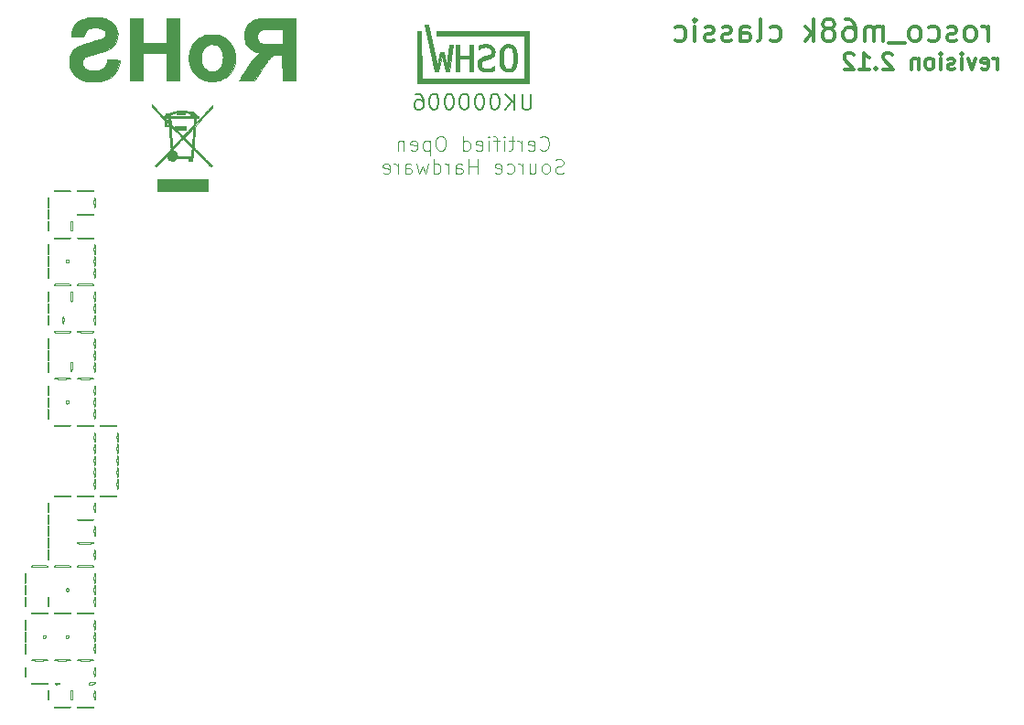
<source format=gbr>
G04 #@! TF.GenerationSoftware,KiCad,Pcbnew,(5.1.5-0-10_14)*
G04 #@! TF.CreationDate,2022-01-10T17:40:38+00:00*
G04 #@! TF.ProjectId,rosco_m68k,726f7363-6f5f-46d3-9638-6b2e6b696361,2.1*
G04 #@! TF.SameCoordinates,Original*
G04 #@! TF.FileFunction,Legend,Bot*
G04 #@! TF.FilePolarity,Positive*
%FSLAX46Y46*%
G04 Gerber Fmt 4.6, Leading zero omitted, Abs format (unit mm)*
G04 Created by KiCad (PCBNEW (5.1.5-0-10_14)) date 2022-01-10 17:40:38*
%MOMM*%
%LPD*%
G04 APERTURE LIST*
%ADD10C,0.300000*%
%ADD11C,0.113792*%
%ADD12C,0.012500*%
%ADD13C,0.010000*%
%ADD14C,0.002540*%
%ADD15C,0.200000*%
G04 APERTURE END LIST*
D10*
X167697142Y-69548571D02*
X167697142Y-68548571D01*
X167697142Y-68834285D02*
X167625714Y-68691428D01*
X167554285Y-68620000D01*
X167411428Y-68548571D01*
X167268571Y-68548571D01*
X166197142Y-69477142D02*
X166339999Y-69548571D01*
X166625714Y-69548571D01*
X166768571Y-69477142D01*
X166839999Y-69334285D01*
X166839999Y-68762857D01*
X166768571Y-68620000D01*
X166625714Y-68548571D01*
X166339999Y-68548571D01*
X166197142Y-68620000D01*
X166125714Y-68762857D01*
X166125714Y-68905714D01*
X166839999Y-69048571D01*
X165625714Y-68548571D02*
X165268571Y-69548571D01*
X164911428Y-68548571D01*
X164339999Y-69548571D02*
X164339999Y-68548571D01*
X164339999Y-68048571D02*
X164411428Y-68120000D01*
X164339999Y-68191428D01*
X164268571Y-68120000D01*
X164339999Y-68048571D01*
X164339999Y-68191428D01*
X163697142Y-69477142D02*
X163554285Y-69548571D01*
X163268571Y-69548571D01*
X163125714Y-69477142D01*
X163054285Y-69334285D01*
X163054285Y-69262857D01*
X163125714Y-69120000D01*
X163268571Y-69048571D01*
X163482856Y-69048571D01*
X163625714Y-68977142D01*
X163697142Y-68834285D01*
X163697142Y-68762857D01*
X163625714Y-68620000D01*
X163482856Y-68548571D01*
X163268571Y-68548571D01*
X163125714Y-68620000D01*
X162411428Y-69548571D02*
X162411428Y-68548571D01*
X162411428Y-68048571D02*
X162482856Y-68120000D01*
X162411428Y-68191428D01*
X162339999Y-68120000D01*
X162411428Y-68048571D01*
X162411428Y-68191428D01*
X161482856Y-69548571D02*
X161625714Y-69477142D01*
X161697142Y-69405714D01*
X161768571Y-69262857D01*
X161768571Y-68834285D01*
X161697142Y-68691428D01*
X161625714Y-68620000D01*
X161482856Y-68548571D01*
X161268571Y-68548571D01*
X161125714Y-68620000D01*
X161054285Y-68691428D01*
X160982856Y-68834285D01*
X160982856Y-69262857D01*
X161054285Y-69405714D01*
X161125714Y-69477142D01*
X161268571Y-69548571D01*
X161482856Y-69548571D01*
X160339999Y-68548571D02*
X160339999Y-69548571D01*
X160339999Y-68691428D02*
X160268571Y-68620000D01*
X160125714Y-68548571D01*
X159911428Y-68548571D01*
X159768571Y-68620000D01*
X159697142Y-68762857D01*
X159697142Y-69548571D01*
X157911428Y-68191428D02*
X157839999Y-68120000D01*
X157697142Y-68048571D01*
X157339999Y-68048571D01*
X157197142Y-68120000D01*
X157125714Y-68191428D01*
X157054285Y-68334285D01*
X157054285Y-68477142D01*
X157125714Y-68691428D01*
X157982856Y-69548571D01*
X157054285Y-69548571D01*
X156411428Y-69405714D02*
X156339999Y-69477142D01*
X156411428Y-69548571D01*
X156482856Y-69477142D01*
X156411428Y-69405714D01*
X156411428Y-69548571D01*
X154911428Y-69548571D02*
X155768571Y-69548571D01*
X155339999Y-69548571D02*
X155339999Y-68048571D01*
X155482856Y-68262857D01*
X155625714Y-68405714D01*
X155768571Y-68477142D01*
X154339999Y-68191428D02*
X154268571Y-68120000D01*
X154125714Y-68048571D01*
X153768571Y-68048571D01*
X153625714Y-68120000D01*
X153554285Y-68191428D01*
X153482856Y-68334285D01*
X153482856Y-68477142D01*
X153554285Y-68691428D01*
X154411428Y-69548571D01*
X153482856Y-69548571D01*
X166818809Y-66954761D02*
X166818809Y-65621428D01*
X166818809Y-66002380D02*
X166723571Y-65811904D01*
X166628333Y-65716666D01*
X166437857Y-65621428D01*
X166247380Y-65621428D01*
X165295000Y-66954761D02*
X165485476Y-66859523D01*
X165580714Y-66764285D01*
X165675952Y-66573809D01*
X165675952Y-66002380D01*
X165580714Y-65811904D01*
X165485476Y-65716666D01*
X165295000Y-65621428D01*
X165009285Y-65621428D01*
X164818809Y-65716666D01*
X164723571Y-65811904D01*
X164628333Y-66002380D01*
X164628333Y-66573809D01*
X164723571Y-66764285D01*
X164818809Y-66859523D01*
X165009285Y-66954761D01*
X165295000Y-66954761D01*
X163866428Y-66859523D02*
X163675952Y-66954761D01*
X163295000Y-66954761D01*
X163104523Y-66859523D01*
X163009285Y-66669047D01*
X163009285Y-66573809D01*
X163104523Y-66383333D01*
X163295000Y-66288095D01*
X163580714Y-66288095D01*
X163771190Y-66192857D01*
X163866428Y-66002380D01*
X163866428Y-65907142D01*
X163771190Y-65716666D01*
X163580714Y-65621428D01*
X163295000Y-65621428D01*
X163104523Y-65716666D01*
X161295000Y-66859523D02*
X161485476Y-66954761D01*
X161866428Y-66954761D01*
X162056904Y-66859523D01*
X162152142Y-66764285D01*
X162247380Y-66573809D01*
X162247380Y-66002380D01*
X162152142Y-65811904D01*
X162056904Y-65716666D01*
X161866428Y-65621428D01*
X161485476Y-65621428D01*
X161295000Y-65716666D01*
X160152142Y-66954761D02*
X160342619Y-66859523D01*
X160437857Y-66764285D01*
X160533095Y-66573809D01*
X160533095Y-66002380D01*
X160437857Y-65811904D01*
X160342619Y-65716666D01*
X160152142Y-65621428D01*
X159866428Y-65621428D01*
X159675952Y-65716666D01*
X159580714Y-65811904D01*
X159485476Y-66002380D01*
X159485476Y-66573809D01*
X159580714Y-66764285D01*
X159675952Y-66859523D01*
X159866428Y-66954761D01*
X160152142Y-66954761D01*
X159104523Y-67145238D02*
X157580714Y-67145238D01*
X157104523Y-66954761D02*
X157104523Y-65621428D01*
X157104523Y-65811904D02*
X157009285Y-65716666D01*
X156818809Y-65621428D01*
X156533095Y-65621428D01*
X156342619Y-65716666D01*
X156247380Y-65907142D01*
X156247380Y-66954761D01*
X156247380Y-65907142D02*
X156152142Y-65716666D01*
X155961666Y-65621428D01*
X155675952Y-65621428D01*
X155485476Y-65716666D01*
X155390238Y-65907142D01*
X155390238Y-66954761D01*
X153580714Y-64954761D02*
X153961666Y-64954761D01*
X154152142Y-65050000D01*
X154247380Y-65145238D01*
X154437857Y-65430952D01*
X154533095Y-65811904D01*
X154533095Y-66573809D01*
X154437857Y-66764285D01*
X154342619Y-66859523D01*
X154152142Y-66954761D01*
X153771190Y-66954761D01*
X153580714Y-66859523D01*
X153485476Y-66764285D01*
X153390238Y-66573809D01*
X153390238Y-66097619D01*
X153485476Y-65907142D01*
X153580714Y-65811904D01*
X153771190Y-65716666D01*
X154152142Y-65716666D01*
X154342619Y-65811904D01*
X154437857Y-65907142D01*
X154533095Y-66097619D01*
X152247380Y-65811904D02*
X152437857Y-65716666D01*
X152533095Y-65621428D01*
X152628333Y-65430952D01*
X152628333Y-65335714D01*
X152533095Y-65145238D01*
X152437857Y-65050000D01*
X152247380Y-64954761D01*
X151866428Y-64954761D01*
X151675952Y-65050000D01*
X151580714Y-65145238D01*
X151485476Y-65335714D01*
X151485476Y-65430952D01*
X151580714Y-65621428D01*
X151675952Y-65716666D01*
X151866428Y-65811904D01*
X152247380Y-65811904D01*
X152437857Y-65907142D01*
X152533095Y-66002380D01*
X152628333Y-66192857D01*
X152628333Y-66573809D01*
X152533095Y-66764285D01*
X152437857Y-66859523D01*
X152247380Y-66954761D01*
X151866428Y-66954761D01*
X151675952Y-66859523D01*
X151580714Y-66764285D01*
X151485476Y-66573809D01*
X151485476Y-66192857D01*
X151580714Y-66002380D01*
X151675952Y-65907142D01*
X151866428Y-65811904D01*
X150628333Y-66954761D02*
X150628333Y-64954761D01*
X150437857Y-66192857D02*
X149866428Y-66954761D01*
X149866428Y-65621428D02*
X150628333Y-66383333D01*
X146628333Y-66859523D02*
X146818809Y-66954761D01*
X147199761Y-66954761D01*
X147390238Y-66859523D01*
X147485476Y-66764285D01*
X147580714Y-66573809D01*
X147580714Y-66002380D01*
X147485476Y-65811904D01*
X147390238Y-65716666D01*
X147199761Y-65621428D01*
X146818809Y-65621428D01*
X146628333Y-65716666D01*
X145485476Y-66954761D02*
X145675952Y-66859523D01*
X145771190Y-66669047D01*
X145771190Y-64954761D01*
X143866428Y-66954761D02*
X143866428Y-65907142D01*
X143961666Y-65716666D01*
X144152142Y-65621428D01*
X144533095Y-65621428D01*
X144723571Y-65716666D01*
X143866428Y-66859523D02*
X144056904Y-66954761D01*
X144533095Y-66954761D01*
X144723571Y-66859523D01*
X144818809Y-66669047D01*
X144818809Y-66478571D01*
X144723571Y-66288095D01*
X144533095Y-66192857D01*
X144056904Y-66192857D01*
X143866428Y-66097619D01*
X143009285Y-66859523D02*
X142818809Y-66954761D01*
X142437857Y-66954761D01*
X142247380Y-66859523D01*
X142152142Y-66669047D01*
X142152142Y-66573809D01*
X142247380Y-66383333D01*
X142437857Y-66288095D01*
X142723571Y-66288095D01*
X142914047Y-66192857D01*
X143009285Y-66002380D01*
X143009285Y-65907142D01*
X142914047Y-65716666D01*
X142723571Y-65621428D01*
X142437857Y-65621428D01*
X142247380Y-65716666D01*
X141390238Y-66859523D02*
X141199761Y-66954761D01*
X140818809Y-66954761D01*
X140628333Y-66859523D01*
X140533095Y-66669047D01*
X140533095Y-66573809D01*
X140628333Y-66383333D01*
X140818809Y-66288095D01*
X141104523Y-66288095D01*
X141295000Y-66192857D01*
X141390238Y-66002380D01*
X141390238Y-65907142D01*
X141295000Y-65716666D01*
X141104523Y-65621428D01*
X140818809Y-65621428D01*
X140628333Y-65716666D01*
X139675952Y-66954761D02*
X139675952Y-65621428D01*
X139675952Y-64954761D02*
X139771190Y-65050000D01*
X139675952Y-65145238D01*
X139580714Y-65050000D01*
X139675952Y-64954761D01*
X139675952Y-65145238D01*
X137866428Y-66859523D02*
X138056904Y-66954761D01*
X138437857Y-66954761D01*
X138628333Y-66859523D01*
X138723571Y-66764285D01*
X138818809Y-66573809D01*
X138818809Y-66002380D01*
X138723571Y-65811904D01*
X138628333Y-65716666D01*
X138437857Y-65621428D01*
X138056904Y-65621428D01*
X137866428Y-65716666D01*
D11*
X125359453Y-76966248D02*
X125423800Y-77030594D01*
X125616840Y-77094941D01*
X125745533Y-77094941D01*
X125938573Y-77030594D01*
X126067266Y-76901901D01*
X126131613Y-76773208D01*
X126195960Y-76515821D01*
X126195960Y-76322781D01*
X126131613Y-76065394D01*
X126067266Y-75936701D01*
X125938573Y-75808008D01*
X125745533Y-75743661D01*
X125616840Y-75743661D01*
X125423800Y-75808008D01*
X125359453Y-75872354D01*
X124265560Y-77030594D02*
X124394253Y-77094941D01*
X124651640Y-77094941D01*
X124780333Y-77030594D01*
X124844680Y-76901901D01*
X124844680Y-76387128D01*
X124780333Y-76258434D01*
X124651640Y-76194088D01*
X124394253Y-76194088D01*
X124265560Y-76258434D01*
X124201213Y-76387128D01*
X124201213Y-76515821D01*
X124844680Y-76644514D01*
X123622093Y-77094941D02*
X123622093Y-76194088D01*
X123622093Y-76451474D02*
X123557746Y-76322781D01*
X123493400Y-76258434D01*
X123364706Y-76194088D01*
X123236013Y-76194088D01*
X122978626Y-76194088D02*
X122463853Y-76194088D01*
X122785586Y-75743661D02*
X122785586Y-76901901D01*
X122721240Y-77030594D01*
X122592546Y-77094941D01*
X122463853Y-77094941D01*
X122013426Y-77094941D02*
X122013426Y-76194088D01*
X122013426Y-75743661D02*
X122077773Y-75808008D01*
X122013426Y-75872354D01*
X121949080Y-75808008D01*
X122013426Y-75743661D01*
X122013426Y-75872354D01*
X121563000Y-76194088D02*
X121048226Y-76194088D01*
X121369960Y-77094941D02*
X121369960Y-75936701D01*
X121305613Y-75808008D01*
X121176920Y-75743661D01*
X121048226Y-75743661D01*
X120597800Y-77094941D02*
X120597800Y-76194088D01*
X120597800Y-75743661D02*
X120662146Y-75808008D01*
X120597800Y-75872354D01*
X120533453Y-75808008D01*
X120597800Y-75743661D01*
X120597800Y-75872354D01*
X119439560Y-77030594D02*
X119568253Y-77094941D01*
X119825640Y-77094941D01*
X119954333Y-77030594D01*
X120018680Y-76901901D01*
X120018680Y-76387128D01*
X119954333Y-76258434D01*
X119825640Y-76194088D01*
X119568253Y-76194088D01*
X119439560Y-76258434D01*
X119375213Y-76387128D01*
X119375213Y-76515821D01*
X120018680Y-76644514D01*
X118216973Y-77094941D02*
X118216973Y-75743661D01*
X118216973Y-77030594D02*
X118345666Y-77094941D01*
X118603053Y-77094941D01*
X118731746Y-77030594D01*
X118796093Y-76966248D01*
X118860440Y-76837554D01*
X118860440Y-76451474D01*
X118796093Y-76322781D01*
X118731746Y-76258434D01*
X118603053Y-76194088D01*
X118345666Y-76194088D01*
X118216973Y-76258434D01*
X116286573Y-75743661D02*
X116029186Y-75743661D01*
X115900493Y-75808008D01*
X115771800Y-75936701D01*
X115707453Y-76194088D01*
X115707453Y-76644514D01*
X115771800Y-76901901D01*
X115900493Y-77030594D01*
X116029186Y-77094941D01*
X116286573Y-77094941D01*
X116415266Y-77030594D01*
X116543960Y-76901901D01*
X116608306Y-76644514D01*
X116608306Y-76194088D01*
X116543960Y-75936701D01*
X116415266Y-75808008D01*
X116286573Y-75743661D01*
X115128333Y-76194088D02*
X115128333Y-77545368D01*
X115128333Y-76258434D02*
X114999640Y-76194088D01*
X114742253Y-76194088D01*
X114613560Y-76258434D01*
X114549213Y-76322781D01*
X114484866Y-76451474D01*
X114484866Y-76837554D01*
X114549213Y-76966248D01*
X114613560Y-77030594D01*
X114742253Y-77094941D01*
X114999640Y-77094941D01*
X115128333Y-77030594D01*
X113390973Y-77030594D02*
X113519666Y-77094941D01*
X113777053Y-77094941D01*
X113905746Y-77030594D01*
X113970093Y-76901901D01*
X113970093Y-76387128D01*
X113905746Y-76258434D01*
X113777053Y-76194088D01*
X113519666Y-76194088D01*
X113390973Y-76258434D01*
X113326626Y-76387128D01*
X113326626Y-76515821D01*
X113970093Y-76644514D01*
X112747506Y-76194088D02*
X112747506Y-77094941D01*
X112747506Y-76322781D02*
X112683160Y-76258434D01*
X112554466Y-76194088D01*
X112361426Y-76194088D01*
X112232733Y-76258434D01*
X112168386Y-76387128D01*
X112168386Y-77094941D01*
X127515066Y-79171306D02*
X127322026Y-79235653D01*
X127000293Y-79235653D01*
X126871600Y-79171306D01*
X126807253Y-79106960D01*
X126742906Y-78978266D01*
X126742906Y-78849573D01*
X126807253Y-78720880D01*
X126871600Y-78656533D01*
X127000293Y-78592186D01*
X127257680Y-78527840D01*
X127386373Y-78463493D01*
X127450720Y-78399146D01*
X127515066Y-78270453D01*
X127515066Y-78141760D01*
X127450720Y-78013066D01*
X127386373Y-77948720D01*
X127257680Y-77884373D01*
X126935946Y-77884373D01*
X126742906Y-77948720D01*
X125970746Y-79235653D02*
X126099440Y-79171306D01*
X126163786Y-79106960D01*
X126228133Y-78978266D01*
X126228133Y-78592186D01*
X126163786Y-78463493D01*
X126099440Y-78399146D01*
X125970746Y-78334800D01*
X125777706Y-78334800D01*
X125649013Y-78399146D01*
X125584666Y-78463493D01*
X125520320Y-78592186D01*
X125520320Y-78978266D01*
X125584666Y-79106960D01*
X125649013Y-79171306D01*
X125777706Y-79235653D01*
X125970746Y-79235653D01*
X124362080Y-78334800D02*
X124362080Y-79235653D01*
X124941200Y-78334800D02*
X124941200Y-79042613D01*
X124876853Y-79171306D01*
X124748160Y-79235653D01*
X124555120Y-79235653D01*
X124426426Y-79171306D01*
X124362080Y-79106960D01*
X123718613Y-79235653D02*
X123718613Y-78334800D01*
X123718613Y-78592186D02*
X123654266Y-78463493D01*
X123589920Y-78399146D01*
X123461226Y-78334800D01*
X123332533Y-78334800D01*
X122302986Y-79171306D02*
X122431680Y-79235653D01*
X122689066Y-79235653D01*
X122817760Y-79171306D01*
X122882106Y-79106960D01*
X122946453Y-78978266D01*
X122946453Y-78592186D01*
X122882106Y-78463493D01*
X122817760Y-78399146D01*
X122689066Y-78334800D01*
X122431680Y-78334800D01*
X122302986Y-78399146D01*
X121209093Y-79171306D02*
X121337786Y-79235653D01*
X121595173Y-79235653D01*
X121723866Y-79171306D01*
X121788213Y-79042613D01*
X121788213Y-78527840D01*
X121723866Y-78399146D01*
X121595173Y-78334800D01*
X121337786Y-78334800D01*
X121209093Y-78399146D01*
X121144746Y-78527840D01*
X121144746Y-78656533D01*
X121788213Y-78785226D01*
X119536080Y-79235653D02*
X119536080Y-77884373D01*
X119536080Y-78527840D02*
X118763920Y-78527840D01*
X118763920Y-79235653D02*
X118763920Y-77884373D01*
X117541333Y-79235653D02*
X117541333Y-78527840D01*
X117605680Y-78399146D01*
X117734373Y-78334800D01*
X117991760Y-78334800D01*
X118120453Y-78399146D01*
X117541333Y-79171306D02*
X117670026Y-79235653D01*
X117991760Y-79235653D01*
X118120453Y-79171306D01*
X118184800Y-79042613D01*
X118184800Y-78913920D01*
X118120453Y-78785226D01*
X117991760Y-78720880D01*
X117670026Y-78720880D01*
X117541333Y-78656533D01*
X116897866Y-79235653D02*
X116897866Y-78334800D01*
X116897866Y-78592186D02*
X116833520Y-78463493D01*
X116769173Y-78399146D01*
X116640480Y-78334800D01*
X116511786Y-78334800D01*
X115482240Y-79235653D02*
X115482240Y-77884373D01*
X115482240Y-79171306D02*
X115610933Y-79235653D01*
X115868320Y-79235653D01*
X115997013Y-79171306D01*
X116061360Y-79106960D01*
X116125706Y-78978266D01*
X116125706Y-78592186D01*
X116061360Y-78463493D01*
X115997013Y-78399146D01*
X115868320Y-78334800D01*
X115610933Y-78334800D01*
X115482240Y-78399146D01*
X114967466Y-78334800D02*
X114710080Y-79235653D01*
X114452693Y-78592186D01*
X114195306Y-79235653D01*
X113937920Y-78334800D01*
X112844026Y-79235653D02*
X112844026Y-78527840D01*
X112908373Y-78399146D01*
X113037066Y-78334800D01*
X113294453Y-78334800D01*
X113423146Y-78399146D01*
X112844026Y-79171306D02*
X112972720Y-79235653D01*
X113294453Y-79235653D01*
X113423146Y-79171306D01*
X113487493Y-79042613D01*
X113487493Y-78913920D01*
X113423146Y-78785226D01*
X113294453Y-78720880D01*
X112972720Y-78720880D01*
X112844026Y-78656533D01*
X112200560Y-79235653D02*
X112200560Y-78334800D01*
X112200560Y-78592186D02*
X112136213Y-78463493D01*
X112071866Y-78399146D01*
X111943173Y-78334800D01*
X111814480Y-78334800D01*
X110849280Y-79171306D02*
X110977973Y-79235653D01*
X111235360Y-79235653D01*
X111364053Y-79171306D01*
X111428400Y-79042613D01*
X111428400Y-78527840D01*
X111364053Y-78399146D01*
X111235360Y-78334800D01*
X110977973Y-78334800D01*
X110849280Y-78399146D01*
X110784933Y-78527840D01*
X110784933Y-78656533D01*
X111428400Y-78785226D01*
D12*
X77698965Y-124933445D02*
X77698965Y-124933445D01*
X77698965Y-122755287D02*
X77698965Y-122755287D01*
X77759488Y-125387227D02*
X77759460Y-125373083D01*
X77759460Y-125373083D02*
X77759375Y-125357581D01*
X77759375Y-125357581D02*
X77759251Y-125344118D01*
X77759251Y-125344118D02*
X77759092Y-125331625D01*
X77759092Y-125331625D02*
X77758884Y-125318716D01*
X77758884Y-125318716D02*
X77758637Y-125306044D01*
X77758637Y-125306044D02*
X77758303Y-125291741D01*
X77758303Y-125291741D02*
X77757948Y-125278856D01*
X77757948Y-125278856D02*
X77757555Y-125266314D01*
X77757555Y-125266314D02*
X77757130Y-125254111D01*
X77757130Y-125254111D02*
X77756627Y-125241232D01*
X77756627Y-125241232D02*
X77756078Y-125228549D01*
X77756078Y-125228549D02*
X77755419Y-125214764D01*
X77755419Y-125214764D02*
X77754740Y-125201867D01*
X77754740Y-125201867D02*
X77754011Y-125189202D01*
X77754011Y-125189202D02*
X77753234Y-125176774D01*
X77753234Y-125176774D02*
X77752410Y-125164591D01*
X77752410Y-125164591D02*
X77751514Y-125152358D01*
X77751514Y-125152358D02*
X77750573Y-125140397D01*
X77750573Y-125140397D02*
X77749499Y-125127723D01*
X77749499Y-125127723D02*
X77748445Y-125116198D01*
X77748445Y-125116198D02*
X77747250Y-125104032D01*
X77747250Y-125104032D02*
X77745829Y-125090669D01*
X77745829Y-125090669D02*
X77744430Y-125078514D01*
X77744430Y-125078514D02*
X77743001Y-125067018D01*
X77743001Y-125067018D02*
X77741516Y-125055933D01*
X77741516Y-125055933D02*
X77739878Y-125044599D01*
X77739878Y-125044599D02*
X77738145Y-125033540D01*
X77738145Y-125033540D02*
X77736159Y-125021937D01*
X77736159Y-125021937D02*
X77734160Y-125011264D01*
X77734160Y-125011264D02*
X77731737Y-124999576D01*
X77731737Y-124999576D02*
X77729306Y-124989086D01*
X77729306Y-124989086D02*
X77726668Y-124978988D01*
X77726668Y-124978988D02*
X77723778Y-124969308D01*
X77723778Y-124969308D02*
X77720486Y-124959909D01*
X77720486Y-124959909D02*
X77716723Y-124951108D01*
X77716723Y-124951108D02*
X77711939Y-124942665D01*
X77711939Y-124942665D02*
X77705852Y-124935978D01*
X77705852Y-124935978D02*
X77698965Y-124933445D01*
X77698965Y-125841007D02*
X77707665Y-125836929D01*
X77707665Y-125836929D02*
X77713211Y-125829822D01*
X77713211Y-125829822D02*
X77717632Y-125821396D01*
X77717632Y-125821396D02*
X77721362Y-125812194D01*
X77721362Y-125812194D02*
X77724626Y-125802443D01*
X77724626Y-125802443D02*
X77727468Y-125792522D01*
X77727468Y-125792522D02*
X77730225Y-125781519D01*
X77730225Y-125781519D02*
X77732664Y-125770539D01*
X77732664Y-125770539D02*
X77734770Y-125760028D01*
X77734770Y-125760028D02*
X77736847Y-125748608D01*
X77736847Y-125748608D02*
X77738796Y-125736846D01*
X77738796Y-125736846D02*
X77740475Y-125725823D01*
X77740475Y-125725823D02*
X77742220Y-125713379D01*
X77742220Y-125713379D02*
X77743707Y-125701854D01*
X77743707Y-125701854D02*
X77745137Y-125689906D01*
X77745137Y-125689906D02*
X77746449Y-125678068D01*
X77746449Y-125678068D02*
X77747653Y-125666396D01*
X77747653Y-125666396D02*
X77748781Y-125654667D01*
X77748781Y-125654667D02*
X77749855Y-125642630D01*
X77749855Y-125642630D02*
X77750994Y-125628829D01*
X77750994Y-125628829D02*
X77751893Y-125617046D01*
X77751893Y-125617046D02*
X77752724Y-125605314D01*
X77752724Y-125605314D02*
X77753551Y-125592730D01*
X77753551Y-125592730D02*
X77754271Y-125580838D01*
X77754271Y-125580838D02*
X77755018Y-125567450D01*
X77755018Y-125567450D02*
X77755643Y-125555115D01*
X77755643Y-125555115D02*
X77756285Y-125541246D01*
X77756285Y-125541246D02*
X77756846Y-125527815D01*
X77756846Y-125527815D02*
X77757310Y-125515369D01*
X77757310Y-125515369D02*
X77757720Y-125503100D01*
X77757720Y-125503100D02*
X77758084Y-125490844D01*
X77758084Y-125490844D02*
X77758425Y-125477724D01*
X77758425Y-125477724D02*
X77758740Y-125463350D01*
X77758740Y-125463350D02*
X77759003Y-125448790D01*
X77759003Y-125448790D02*
X77759196Y-125435063D01*
X77759196Y-125435063D02*
X77759360Y-125418744D01*
X77759360Y-125418744D02*
X77759451Y-125404025D01*
X77759451Y-125404025D02*
X77759484Y-125391060D01*
X77759484Y-125391060D02*
X77759488Y-125387227D01*
X77638440Y-125387227D02*
X77638462Y-125400985D01*
X77638462Y-125400985D02*
X77638531Y-125414796D01*
X77638531Y-125414796D02*
X77638655Y-125428839D01*
X77638655Y-125428839D02*
X77638820Y-125442266D01*
X77638820Y-125442266D02*
X77639017Y-125454636D01*
X77639017Y-125454636D02*
X77639300Y-125469123D01*
X77639300Y-125469123D02*
X77639621Y-125482708D01*
X77639621Y-125482708D02*
X77639950Y-125494886D01*
X77639950Y-125494886D02*
X77640357Y-125507957D01*
X77640357Y-125507957D02*
X77640791Y-125520334D01*
X77640791Y-125520334D02*
X77641267Y-125532540D01*
X77641267Y-125532540D02*
X77641783Y-125544570D01*
X77641783Y-125544570D02*
X77642405Y-125557729D01*
X77642405Y-125557729D02*
X77643025Y-125569698D01*
X77643025Y-125569698D02*
X77643723Y-125582100D01*
X77643723Y-125582100D02*
X77644546Y-125595514D01*
X77644546Y-125595514D02*
X77645364Y-125607741D01*
X77645364Y-125607741D02*
X77646246Y-125620014D01*
X77646246Y-125620014D02*
X77647181Y-125632024D01*
X77647181Y-125632024D02*
X77648263Y-125644893D01*
X77648263Y-125644893D02*
X77649346Y-125656873D01*
X77649346Y-125656873D02*
X77650537Y-125669078D01*
X77650537Y-125669078D02*
X77651866Y-125681712D01*
X77651866Y-125681712D02*
X77653269Y-125694058D01*
X77653269Y-125694058D02*
X77654706Y-125705743D01*
X77654706Y-125705743D02*
X77656214Y-125717123D01*
X77656214Y-125717123D02*
X77657778Y-125728066D01*
X77657778Y-125728066D02*
X77659468Y-125738992D01*
X77659468Y-125738992D02*
X77661359Y-125750237D01*
X77661359Y-125750237D02*
X77663392Y-125761278D01*
X77663392Y-125761278D02*
X77665571Y-125772027D01*
X77665571Y-125772027D02*
X77667981Y-125782731D01*
X77667981Y-125782731D02*
X77670513Y-125792752D01*
X77670513Y-125792752D02*
X77673338Y-125802580D01*
X77673338Y-125802580D02*
X77676560Y-125812194D01*
X77676560Y-125812194D02*
X77680292Y-125821396D01*
X77680292Y-125821396D02*
X77684711Y-125829822D01*
X77684711Y-125829822D02*
X77690257Y-125836929D01*
X77690257Y-125836929D02*
X77698809Y-125841005D01*
X77698809Y-125841005D02*
X77698965Y-125841007D01*
X77698965Y-124933445D02*
X77690257Y-124937516D01*
X77690257Y-124937516D02*
X77684711Y-124944623D01*
X77684711Y-124944623D02*
X77680292Y-124953051D01*
X77680292Y-124953051D02*
X77676560Y-124962251D01*
X77676560Y-124962251D02*
X77673338Y-124971866D01*
X77673338Y-124971866D02*
X77670534Y-124981614D01*
X77670534Y-124981614D02*
X77667901Y-124992046D01*
X77667901Y-124992046D02*
X77665495Y-125002776D01*
X77665495Y-125002776D02*
X77663151Y-125014416D01*
X77663151Y-125014416D02*
X77661181Y-125025224D01*
X77661181Y-125025224D02*
X77659321Y-125036361D01*
X77659321Y-125036361D02*
X77657612Y-125047500D01*
X77657612Y-125047500D02*
X77655959Y-125059191D01*
X77655959Y-125059191D02*
X77654460Y-125070644D01*
X77654460Y-125070644D02*
X77653063Y-125082141D01*
X77653063Y-125082141D02*
X77651697Y-125094293D01*
X77651697Y-125094293D02*
X77650375Y-125106974D01*
X77650375Y-125106974D02*
X77649218Y-125118949D01*
X77649218Y-125118949D02*
X77648066Y-125131817D01*
X77648066Y-125131817D02*
X77647064Y-125143869D01*
X77647064Y-125143869D02*
X77646158Y-125155615D01*
X77646158Y-125155615D02*
X77645176Y-125169434D01*
X77645176Y-125169434D02*
X77644389Y-125181405D01*
X77644389Y-125181405D02*
X77643667Y-125193292D01*
X77643667Y-125193292D02*
X77642991Y-125205392D01*
X77642991Y-125205392D02*
X77642355Y-125217697D01*
X77642355Y-125217697D02*
X77641738Y-125230869D01*
X77641738Y-125230869D02*
X77641221Y-125243000D01*
X77641221Y-125243000D02*
X77640740Y-125255478D01*
X77640740Y-125255478D02*
X77640284Y-125268739D01*
X77640284Y-125268739D02*
X77639880Y-125282017D01*
X77639880Y-125282017D02*
X77639497Y-125296725D01*
X77639497Y-125296725D02*
X77639216Y-125309288D01*
X77639216Y-125309288D02*
X77638985Y-125321633D01*
X77638985Y-125321633D02*
X77638780Y-125335222D01*
X77638780Y-125335222D02*
X77638625Y-125348590D01*
X77638625Y-125348590D02*
X77638522Y-125361346D01*
X77638522Y-125361346D02*
X77638453Y-125376511D01*
X77638453Y-125376511D02*
X77638440Y-125387227D01*
X77698965Y-121666203D02*
X77698965Y-121666203D01*
X77759488Y-123209067D02*
X77759460Y-123194923D01*
X77759460Y-123194923D02*
X77759375Y-123179421D01*
X77759375Y-123179421D02*
X77759251Y-123165958D01*
X77759251Y-123165958D02*
X77759092Y-123153465D01*
X77759092Y-123153465D02*
X77758884Y-123140556D01*
X77758884Y-123140556D02*
X77758637Y-123127884D01*
X77758637Y-123127884D02*
X77758303Y-123113581D01*
X77758303Y-123113581D02*
X77757948Y-123100696D01*
X77757948Y-123100696D02*
X77757555Y-123088154D01*
X77757555Y-123088154D02*
X77757130Y-123075951D01*
X77757130Y-123075951D02*
X77756627Y-123063072D01*
X77756627Y-123063072D02*
X77756078Y-123050389D01*
X77756078Y-123050389D02*
X77755419Y-123036604D01*
X77755419Y-123036604D02*
X77754740Y-123023707D01*
X77754740Y-123023707D02*
X77754011Y-123011042D01*
X77754011Y-123011042D02*
X77753234Y-122998615D01*
X77753234Y-122998615D02*
X77752410Y-122986432D01*
X77752410Y-122986432D02*
X77751514Y-122974200D01*
X77751514Y-122974200D02*
X77750573Y-122962239D01*
X77750573Y-122962239D02*
X77749499Y-122949565D01*
X77749499Y-122949565D02*
X77748445Y-122938040D01*
X77748445Y-122938040D02*
X77747250Y-122925874D01*
X77747250Y-122925874D02*
X77745829Y-122912511D01*
X77745829Y-122912511D02*
X77744430Y-122900356D01*
X77744430Y-122900356D02*
X77743001Y-122888860D01*
X77743001Y-122888860D02*
X77741516Y-122877775D01*
X77741516Y-122877775D02*
X77739878Y-122866441D01*
X77739878Y-122866441D02*
X77738145Y-122855382D01*
X77738145Y-122855382D02*
X77736159Y-122843779D01*
X77736159Y-122843779D02*
X77734160Y-122833106D01*
X77734160Y-122833106D02*
X77731737Y-122821418D01*
X77731737Y-122821418D02*
X77729306Y-122810928D01*
X77729306Y-122810928D02*
X77726668Y-122800830D01*
X77726668Y-122800830D02*
X77723778Y-122791150D01*
X77723778Y-122791150D02*
X77720486Y-122781751D01*
X77720486Y-122781751D02*
X77716723Y-122772950D01*
X77716723Y-122772950D02*
X77711939Y-122764507D01*
X77711939Y-122764507D02*
X77705852Y-122757820D01*
X77705852Y-122757820D02*
X77698965Y-122755287D01*
X77698965Y-123662847D02*
X77707665Y-123658769D01*
X77707665Y-123658769D02*
X77713211Y-123651662D01*
X77713211Y-123651662D02*
X77717632Y-123643236D01*
X77717632Y-123643236D02*
X77721362Y-123634034D01*
X77721362Y-123634034D02*
X77724626Y-123624283D01*
X77724626Y-123624283D02*
X77727468Y-123614362D01*
X77727468Y-123614362D02*
X77730225Y-123603359D01*
X77730225Y-123603359D02*
X77732664Y-123592379D01*
X77732664Y-123592379D02*
X77734770Y-123581868D01*
X77734770Y-123581868D02*
X77736847Y-123570448D01*
X77736847Y-123570448D02*
X77738796Y-123558686D01*
X77738796Y-123558686D02*
X77740475Y-123547663D01*
X77740475Y-123547663D02*
X77742220Y-123535219D01*
X77742220Y-123535219D02*
X77743707Y-123523694D01*
X77743707Y-123523694D02*
X77745137Y-123511746D01*
X77745137Y-123511746D02*
X77746449Y-123499908D01*
X77746449Y-123499908D02*
X77747653Y-123488236D01*
X77747653Y-123488236D02*
X77748781Y-123476507D01*
X77748781Y-123476507D02*
X77749855Y-123464470D01*
X77749855Y-123464470D02*
X77750994Y-123450669D01*
X77750994Y-123450669D02*
X77751893Y-123438886D01*
X77751893Y-123438886D02*
X77752724Y-123427154D01*
X77752724Y-123427154D02*
X77753551Y-123414570D01*
X77753551Y-123414570D02*
X77754271Y-123402678D01*
X77754271Y-123402678D02*
X77755018Y-123389290D01*
X77755018Y-123389290D02*
X77755643Y-123376955D01*
X77755643Y-123376955D02*
X77756285Y-123363086D01*
X77756285Y-123363086D02*
X77756846Y-123349655D01*
X77756846Y-123349655D02*
X77757310Y-123337209D01*
X77757310Y-123337209D02*
X77757720Y-123324940D01*
X77757720Y-123324940D02*
X77758084Y-123312684D01*
X77758084Y-123312684D02*
X77758425Y-123299564D01*
X77758425Y-123299564D02*
X77758740Y-123285190D01*
X77758740Y-123285190D02*
X77759003Y-123270630D01*
X77759003Y-123270630D02*
X77759196Y-123256903D01*
X77759196Y-123256903D02*
X77759360Y-123240584D01*
X77759360Y-123240584D02*
X77759451Y-123225865D01*
X77759451Y-123225865D02*
X77759484Y-123212900D01*
X77759484Y-123212900D02*
X77759488Y-123209067D01*
X77638440Y-123209067D02*
X77638462Y-123222825D01*
X77638462Y-123222825D02*
X77638531Y-123236636D01*
X77638531Y-123236636D02*
X77638655Y-123250679D01*
X77638655Y-123250679D02*
X77638820Y-123264106D01*
X77638820Y-123264106D02*
X77639017Y-123276476D01*
X77639017Y-123276476D02*
X77639300Y-123290963D01*
X77639300Y-123290963D02*
X77639621Y-123304548D01*
X77639621Y-123304548D02*
X77639950Y-123316726D01*
X77639950Y-123316726D02*
X77640357Y-123329797D01*
X77640357Y-123329797D02*
X77640791Y-123342174D01*
X77640791Y-123342174D02*
X77641267Y-123354380D01*
X77641267Y-123354380D02*
X77641783Y-123366410D01*
X77641783Y-123366410D02*
X77642405Y-123379569D01*
X77642405Y-123379569D02*
X77643025Y-123391538D01*
X77643025Y-123391538D02*
X77643723Y-123403940D01*
X77643723Y-123403940D02*
X77644546Y-123417354D01*
X77644546Y-123417354D02*
X77645364Y-123429581D01*
X77645364Y-123429581D02*
X77646246Y-123441854D01*
X77646246Y-123441854D02*
X77647181Y-123453864D01*
X77647181Y-123453864D02*
X77648263Y-123466733D01*
X77648263Y-123466733D02*
X77649346Y-123478713D01*
X77649346Y-123478713D02*
X77650537Y-123490918D01*
X77650537Y-123490918D02*
X77651866Y-123503552D01*
X77651866Y-123503552D02*
X77653269Y-123515898D01*
X77653269Y-123515898D02*
X77654706Y-123527583D01*
X77654706Y-123527583D02*
X77656214Y-123538963D01*
X77656214Y-123538963D02*
X77657778Y-123549906D01*
X77657778Y-123549906D02*
X77659468Y-123560832D01*
X77659468Y-123560832D02*
X77661359Y-123572077D01*
X77661359Y-123572077D02*
X77663392Y-123583118D01*
X77663392Y-123583118D02*
X77665571Y-123593867D01*
X77665571Y-123593867D02*
X77667981Y-123604571D01*
X77667981Y-123604571D02*
X77670513Y-123614592D01*
X77670513Y-123614592D02*
X77673338Y-123624420D01*
X77673338Y-123624420D02*
X77676560Y-123634034D01*
X77676560Y-123634034D02*
X77680292Y-123643236D01*
X77680292Y-123643236D02*
X77684711Y-123651662D01*
X77684711Y-123651662D02*
X77690257Y-123658769D01*
X77690257Y-123658769D02*
X77698809Y-123662845D01*
X77698809Y-123662845D02*
X77698965Y-123662847D01*
X77698965Y-122755287D02*
X77690257Y-122759358D01*
X77690257Y-122759358D02*
X77684711Y-122766465D01*
X77684711Y-122766465D02*
X77680292Y-122774893D01*
X77680292Y-122774893D02*
X77676560Y-122784093D01*
X77676560Y-122784093D02*
X77673338Y-122793708D01*
X77673338Y-122793708D02*
X77670534Y-122803456D01*
X77670534Y-122803456D02*
X77667901Y-122813888D01*
X77667901Y-122813888D02*
X77665495Y-122824618D01*
X77665495Y-122824618D02*
X77663151Y-122836258D01*
X77663151Y-122836258D02*
X77661181Y-122847066D01*
X77661181Y-122847066D02*
X77659321Y-122858203D01*
X77659321Y-122858203D02*
X77657612Y-122869342D01*
X77657612Y-122869342D02*
X77655959Y-122881033D01*
X77655959Y-122881033D02*
X77654460Y-122892486D01*
X77654460Y-122892486D02*
X77653063Y-122903983D01*
X77653063Y-122903983D02*
X77651697Y-122916135D01*
X77651697Y-122916135D02*
X77650375Y-122928816D01*
X77650375Y-122928816D02*
X77649218Y-122940791D01*
X77649218Y-122940791D02*
X77648066Y-122953659D01*
X77648066Y-122953659D02*
X77647064Y-122965711D01*
X77647064Y-122965711D02*
X77646158Y-122977457D01*
X77646158Y-122977457D02*
X77645176Y-122991275D01*
X77645176Y-122991275D02*
X77644389Y-123003245D01*
X77644389Y-123003245D02*
X77643667Y-123015132D01*
X77643667Y-123015132D02*
X77642991Y-123027232D01*
X77642991Y-123027232D02*
X77642355Y-123039537D01*
X77642355Y-123039537D02*
X77641738Y-123052709D01*
X77641738Y-123052709D02*
X77641221Y-123064840D01*
X77641221Y-123064840D02*
X77640740Y-123077318D01*
X77640740Y-123077318D02*
X77640284Y-123090579D01*
X77640284Y-123090579D02*
X77639880Y-123103857D01*
X77639880Y-123103857D02*
X77639497Y-123118565D01*
X77639497Y-123118565D02*
X77639216Y-123131128D01*
X77639216Y-123131128D02*
X77638985Y-123143473D01*
X77638985Y-123143473D02*
X77638780Y-123157062D01*
X77638780Y-123157062D02*
X77638625Y-123170430D01*
X77638625Y-123170430D02*
X77638522Y-123183186D01*
X77638522Y-123183186D02*
X77638453Y-123198351D01*
X77638453Y-123198351D02*
X77638440Y-123209067D01*
X77698965Y-120577127D02*
X77698965Y-120577127D01*
X77759488Y-122119990D02*
X77759460Y-122105846D01*
X77759460Y-122105846D02*
X77759375Y-122090344D01*
X77759375Y-122090344D02*
X77759251Y-122076880D01*
X77759251Y-122076880D02*
X77759092Y-122064387D01*
X77759092Y-122064387D02*
X77758884Y-122051478D01*
X77758884Y-122051478D02*
X77758637Y-122038806D01*
X77758637Y-122038806D02*
X77758303Y-122024502D01*
X77758303Y-122024502D02*
X77757948Y-122011617D01*
X77757948Y-122011617D02*
X77757555Y-121999075D01*
X77757555Y-121999075D02*
X77757130Y-121986871D01*
X77757130Y-121986871D02*
X77756627Y-121973992D01*
X77756627Y-121973992D02*
X77756078Y-121961309D01*
X77756078Y-121961309D02*
X77755419Y-121947523D01*
X77755419Y-121947523D02*
X77754740Y-121934626D01*
X77754740Y-121934626D02*
X77754011Y-121921961D01*
X77754011Y-121921961D02*
X77753234Y-121909533D01*
X77753234Y-121909533D02*
X77752410Y-121897350D01*
X77752410Y-121897350D02*
X77751514Y-121885117D01*
X77751514Y-121885117D02*
X77750573Y-121873156D01*
X77750573Y-121873156D02*
X77749499Y-121860482D01*
X77749499Y-121860482D02*
X77748445Y-121848957D01*
X77748445Y-121848957D02*
X77747250Y-121836791D01*
X77747250Y-121836791D02*
X77745829Y-121823428D01*
X77745829Y-121823428D02*
X77744430Y-121811273D01*
X77744430Y-121811273D02*
X77743001Y-121799777D01*
X77743001Y-121799777D02*
X77741516Y-121788691D01*
X77741516Y-121788691D02*
X77739878Y-121777357D01*
X77739878Y-121777357D02*
X77738145Y-121766298D01*
X77738145Y-121766298D02*
X77736159Y-121754695D01*
X77736159Y-121754695D02*
X77734160Y-121744022D01*
X77734160Y-121744022D02*
X77731737Y-121732334D01*
X77731737Y-121732334D02*
X77729306Y-121721844D01*
X77729306Y-121721844D02*
X77726668Y-121711746D01*
X77726668Y-121711746D02*
X77723778Y-121702066D01*
X77723778Y-121702066D02*
X77720486Y-121692667D01*
X77720486Y-121692667D02*
X77716723Y-121683866D01*
X77716723Y-121683866D02*
X77711939Y-121675423D01*
X77711939Y-121675423D02*
X77705852Y-121668736D01*
X77705852Y-121668736D02*
X77698965Y-121666203D01*
X77698965Y-122573772D02*
X77707665Y-122569694D01*
X77707665Y-122569694D02*
X77713211Y-122562587D01*
X77713211Y-122562587D02*
X77717632Y-122554161D01*
X77717632Y-122554161D02*
X77721362Y-122544959D01*
X77721362Y-122544959D02*
X77724626Y-122535207D01*
X77724626Y-122535207D02*
X77727468Y-122525286D01*
X77727468Y-122525286D02*
X77730225Y-122514283D01*
X77730225Y-122514283D02*
X77732664Y-122503303D01*
X77732664Y-122503303D02*
X77734770Y-122492792D01*
X77734770Y-122492792D02*
X77736847Y-122481372D01*
X77736847Y-122481372D02*
X77738796Y-122469610D01*
X77738796Y-122469610D02*
X77740475Y-122458587D01*
X77740475Y-122458587D02*
X77742220Y-122446143D01*
X77742220Y-122446143D02*
X77743707Y-122434617D01*
X77743707Y-122434617D02*
X77745137Y-122422669D01*
X77745137Y-122422669D02*
X77746449Y-122410831D01*
X77746449Y-122410831D02*
X77747653Y-122399159D01*
X77747653Y-122399159D02*
X77748781Y-122387430D01*
X77748781Y-122387430D02*
X77749855Y-122375393D01*
X77749855Y-122375393D02*
X77750994Y-122361592D01*
X77750994Y-122361592D02*
X77751893Y-122349809D01*
X77751893Y-122349809D02*
X77752724Y-122338077D01*
X77752724Y-122338077D02*
X77753551Y-122325493D01*
X77753551Y-122325493D02*
X77754271Y-122313601D01*
X77754271Y-122313601D02*
X77755018Y-122300213D01*
X77755018Y-122300213D02*
X77755643Y-122287878D01*
X77755643Y-122287878D02*
X77756285Y-122274009D01*
X77756285Y-122274009D02*
X77756846Y-122260578D01*
X77756846Y-122260578D02*
X77757310Y-122248132D01*
X77757310Y-122248132D02*
X77757720Y-122235863D01*
X77757720Y-122235863D02*
X77758084Y-122223607D01*
X77758084Y-122223607D02*
X77758425Y-122210487D01*
X77758425Y-122210487D02*
X77758740Y-122196113D01*
X77758740Y-122196113D02*
X77759003Y-122181553D01*
X77759003Y-122181553D02*
X77759196Y-122167826D01*
X77759196Y-122167826D02*
X77759360Y-122151507D01*
X77759360Y-122151507D02*
X77759451Y-122136788D01*
X77759451Y-122136788D02*
X77759484Y-122123823D01*
X77759484Y-122123823D02*
X77759488Y-122119990D01*
X77638440Y-122119990D02*
X77638462Y-122133748D01*
X77638462Y-122133748D02*
X77638531Y-122147559D01*
X77638531Y-122147559D02*
X77638655Y-122161602D01*
X77638655Y-122161602D02*
X77638820Y-122175029D01*
X77638820Y-122175029D02*
X77639017Y-122187399D01*
X77639017Y-122187399D02*
X77639300Y-122201886D01*
X77639300Y-122201886D02*
X77639621Y-122215471D01*
X77639621Y-122215471D02*
X77639950Y-122227649D01*
X77639950Y-122227649D02*
X77640357Y-122240720D01*
X77640357Y-122240720D02*
X77640791Y-122253097D01*
X77640791Y-122253097D02*
X77641267Y-122265303D01*
X77641267Y-122265303D02*
X77641783Y-122277333D01*
X77641783Y-122277333D02*
X77642405Y-122290492D01*
X77642405Y-122290492D02*
X77643025Y-122302461D01*
X77643025Y-122302461D02*
X77643723Y-122314863D01*
X77643723Y-122314863D02*
X77644546Y-122328277D01*
X77644546Y-122328277D02*
X77645364Y-122340504D01*
X77645364Y-122340504D02*
X77646246Y-122352777D01*
X77646246Y-122352777D02*
X77647181Y-122364787D01*
X77647181Y-122364787D02*
X77648263Y-122377656D01*
X77648263Y-122377656D02*
X77649346Y-122389636D01*
X77649346Y-122389636D02*
X77650537Y-122401841D01*
X77650537Y-122401841D02*
X77651866Y-122414475D01*
X77651866Y-122414475D02*
X77653269Y-122426821D01*
X77653269Y-122426821D02*
X77654706Y-122438506D01*
X77654706Y-122438506D02*
X77656214Y-122449887D01*
X77656214Y-122449887D02*
X77657778Y-122460830D01*
X77657778Y-122460830D02*
X77659468Y-122471756D01*
X77659468Y-122471756D02*
X77661359Y-122483001D01*
X77661359Y-122483001D02*
X77663392Y-122494042D01*
X77663392Y-122494042D02*
X77665571Y-122504791D01*
X77665571Y-122504791D02*
X77667981Y-122515495D01*
X77667981Y-122515495D02*
X77670513Y-122525516D01*
X77670513Y-122525516D02*
X77673338Y-122535344D01*
X77673338Y-122535344D02*
X77676560Y-122544959D01*
X77676560Y-122544959D02*
X77680292Y-122554161D01*
X77680292Y-122554161D02*
X77684711Y-122562587D01*
X77684711Y-122562587D02*
X77690257Y-122569694D01*
X77690257Y-122569694D02*
X77698809Y-122573770D01*
X77698809Y-122573770D02*
X77698965Y-122573772D01*
X77698965Y-121666203D02*
X77690257Y-121670274D01*
X77690257Y-121670274D02*
X77684711Y-121677381D01*
X77684711Y-121677381D02*
X77680292Y-121685809D01*
X77680292Y-121685809D02*
X77676560Y-121695009D01*
X77676560Y-121695009D02*
X77673338Y-121704624D01*
X77673338Y-121704624D02*
X77670534Y-121714372D01*
X77670534Y-121714372D02*
X77667901Y-121724804D01*
X77667901Y-121724804D02*
X77665495Y-121735534D01*
X77665495Y-121735534D02*
X77663151Y-121747174D01*
X77663151Y-121747174D02*
X77661181Y-121757982D01*
X77661181Y-121757982D02*
X77659321Y-121769119D01*
X77659321Y-121769119D02*
X77657612Y-121780258D01*
X77657612Y-121780258D02*
X77655959Y-121791950D01*
X77655959Y-121791950D02*
X77654460Y-121803403D01*
X77654460Y-121803403D02*
X77653063Y-121814900D01*
X77653063Y-121814900D02*
X77651697Y-121827052D01*
X77651697Y-121827052D02*
X77650375Y-121839733D01*
X77650375Y-121839733D02*
X77649218Y-121851708D01*
X77649218Y-121851708D02*
X77648066Y-121864576D01*
X77648066Y-121864576D02*
X77647064Y-121876628D01*
X77647064Y-121876628D02*
X77646158Y-121888374D01*
X77646158Y-121888374D02*
X77645176Y-121902193D01*
X77645176Y-121902193D02*
X77644389Y-121914164D01*
X77644389Y-121914164D02*
X77643667Y-121926051D01*
X77643667Y-121926051D02*
X77642991Y-121938151D01*
X77642991Y-121938151D02*
X77642355Y-121950456D01*
X77642355Y-121950456D02*
X77641738Y-121963629D01*
X77641738Y-121963629D02*
X77641221Y-121975760D01*
X77641221Y-121975760D02*
X77640752Y-121987896D01*
X77640752Y-121987896D02*
X77640284Y-122001500D01*
X77640284Y-122001500D02*
X77639880Y-122014778D01*
X77639880Y-122014778D02*
X77639497Y-122029486D01*
X77639497Y-122029486D02*
X77639216Y-122042050D01*
X77639216Y-122042050D02*
X77638985Y-122054395D01*
X77638985Y-122054395D02*
X77638780Y-122067984D01*
X77638780Y-122067984D02*
X77638625Y-122081352D01*
X77638625Y-122081352D02*
X77638522Y-122094109D01*
X77638522Y-122094109D02*
X77638453Y-122109274D01*
X77638453Y-122109274D02*
X77638440Y-122119990D01*
X77698965Y-118398968D02*
X77698965Y-118398968D01*
X77759488Y-121030907D02*
X77759460Y-121016763D01*
X77759460Y-121016763D02*
X77759375Y-121001261D01*
X77759375Y-121001261D02*
X77759251Y-120987798D01*
X77759251Y-120987798D02*
X77759092Y-120975306D01*
X77759092Y-120975306D02*
X77758884Y-120962397D01*
X77758884Y-120962397D02*
X77758637Y-120949725D01*
X77758637Y-120949725D02*
X77758303Y-120935422D01*
X77758303Y-120935422D02*
X77757948Y-120922537D01*
X77757948Y-120922537D02*
X77757555Y-120909995D01*
X77757555Y-120909995D02*
X77757130Y-120897792D01*
X77757130Y-120897792D02*
X77756627Y-120884913D01*
X77756627Y-120884913D02*
X77756078Y-120872230D01*
X77756078Y-120872230D02*
X77755419Y-120858445D01*
X77755419Y-120858445D02*
X77754740Y-120845548D01*
X77754740Y-120845548D02*
X77754011Y-120832883D01*
X77754011Y-120832883D02*
X77753234Y-120820455D01*
X77753234Y-120820455D02*
X77752410Y-120808272D01*
X77752410Y-120808272D02*
X77751514Y-120796040D01*
X77751514Y-120796040D02*
X77750573Y-120784079D01*
X77750573Y-120784079D02*
X77749499Y-120771405D01*
X77749499Y-120771405D02*
X77748445Y-120759880D01*
X77748445Y-120759880D02*
X77747250Y-120747714D01*
X77747250Y-120747714D02*
X77745829Y-120734351D01*
X77745829Y-120734351D02*
X77744430Y-120722196D01*
X77744430Y-120722196D02*
X77743001Y-120710700D01*
X77743001Y-120710700D02*
X77741516Y-120699615D01*
X77741516Y-120699615D02*
X77739878Y-120688281D01*
X77739878Y-120688281D02*
X77738145Y-120677222D01*
X77738145Y-120677222D02*
X77736159Y-120665619D01*
X77736159Y-120665619D02*
X77734160Y-120654946D01*
X77734160Y-120654946D02*
X77731737Y-120643258D01*
X77731737Y-120643258D02*
X77729306Y-120632768D01*
X77729306Y-120632768D02*
X77726668Y-120622670D01*
X77726668Y-120622670D02*
X77723778Y-120612990D01*
X77723778Y-120612990D02*
X77720486Y-120603591D01*
X77720486Y-120603591D02*
X77716723Y-120594790D01*
X77716723Y-120594790D02*
X77711939Y-120586347D01*
X77711939Y-120586347D02*
X77705852Y-120579660D01*
X77705852Y-120579660D02*
X77698965Y-120577127D01*
X77698965Y-121484695D02*
X77707665Y-121480617D01*
X77707665Y-121480617D02*
X77713211Y-121473510D01*
X77713211Y-121473510D02*
X77717632Y-121465084D01*
X77717632Y-121465084D02*
X77721362Y-121455882D01*
X77721362Y-121455882D02*
X77724626Y-121446130D01*
X77724626Y-121446130D02*
X77727468Y-121436209D01*
X77727468Y-121436209D02*
X77730225Y-121425206D01*
X77730225Y-121425206D02*
X77732664Y-121414226D01*
X77732664Y-121414226D02*
X77734770Y-121403715D01*
X77734770Y-121403715D02*
X77736847Y-121392295D01*
X77736847Y-121392295D02*
X77738796Y-121380533D01*
X77738796Y-121380533D02*
X77740475Y-121369510D01*
X77740475Y-121369510D02*
X77742220Y-121357066D01*
X77742220Y-121357066D02*
X77743707Y-121345540D01*
X77743707Y-121345540D02*
X77745137Y-121333592D01*
X77745137Y-121333592D02*
X77746449Y-121321754D01*
X77746449Y-121321754D02*
X77747653Y-121310082D01*
X77747653Y-121310082D02*
X77748781Y-121298353D01*
X77748781Y-121298353D02*
X77749855Y-121286316D01*
X77749855Y-121286316D02*
X77750994Y-121272515D01*
X77750994Y-121272515D02*
X77751893Y-121260731D01*
X77751893Y-121260731D02*
X77752724Y-121248999D01*
X77752724Y-121248999D02*
X77753551Y-121236415D01*
X77753551Y-121236415D02*
X77754271Y-121224523D01*
X77754271Y-121224523D02*
X77755018Y-121211135D01*
X77755018Y-121211135D02*
X77755643Y-121198799D01*
X77755643Y-121198799D02*
X77756285Y-121184930D01*
X77756285Y-121184930D02*
X77756846Y-121171499D01*
X77756846Y-121171499D02*
X77757310Y-121159052D01*
X77757310Y-121159052D02*
X77757720Y-121146783D01*
X77757720Y-121146783D02*
X77758084Y-121134526D01*
X77758084Y-121134526D02*
X77758425Y-121121405D01*
X77758425Y-121121405D02*
X77758740Y-121107031D01*
X77758740Y-121107031D02*
X77759003Y-121092471D01*
X77759003Y-121092471D02*
X77759196Y-121078744D01*
X77759196Y-121078744D02*
X77759360Y-121062425D01*
X77759360Y-121062425D02*
X77759451Y-121047705D01*
X77759451Y-121047705D02*
X77759484Y-121034740D01*
X77759484Y-121034740D02*
X77759488Y-121030907D01*
X77638440Y-121030907D02*
X77638462Y-121044665D01*
X77638462Y-121044665D02*
X77638531Y-121058477D01*
X77638531Y-121058477D02*
X77638655Y-121072520D01*
X77638655Y-121072520D02*
X77638820Y-121085947D01*
X77638820Y-121085947D02*
X77639017Y-121098317D01*
X77639017Y-121098317D02*
X77639300Y-121112804D01*
X77639300Y-121112804D02*
X77639621Y-121126390D01*
X77639621Y-121126390D02*
X77639950Y-121138569D01*
X77639950Y-121138569D02*
X77640357Y-121151640D01*
X77640357Y-121151640D02*
X77640791Y-121164018D01*
X77640791Y-121164018D02*
X77641267Y-121176224D01*
X77641267Y-121176224D02*
X77641783Y-121188254D01*
X77641783Y-121188254D02*
X77642405Y-121201413D01*
X77642405Y-121201413D02*
X77643025Y-121213383D01*
X77643025Y-121213383D02*
X77643723Y-121225785D01*
X77643723Y-121225785D02*
X77644546Y-121239199D01*
X77644546Y-121239199D02*
X77645364Y-121251426D01*
X77645364Y-121251426D02*
X77646212Y-121263255D01*
X77646212Y-121263255D02*
X77647133Y-121275129D01*
X77647133Y-121275129D02*
X77648263Y-121288579D01*
X77648263Y-121288579D02*
X77649346Y-121300559D01*
X77649346Y-121300559D02*
X77650537Y-121312764D01*
X77650537Y-121312764D02*
X77651866Y-121325398D01*
X77651866Y-121325398D02*
X77653269Y-121337744D01*
X77653269Y-121337744D02*
X77654706Y-121349429D01*
X77654706Y-121349429D02*
X77656214Y-121360810D01*
X77656214Y-121360810D02*
X77657778Y-121371753D01*
X77657778Y-121371753D02*
X77659468Y-121382679D01*
X77659468Y-121382679D02*
X77661359Y-121393924D01*
X77661359Y-121393924D02*
X77663392Y-121404965D01*
X77663392Y-121404965D02*
X77665571Y-121415714D01*
X77665571Y-121415714D02*
X77667981Y-121426418D01*
X77667981Y-121426418D02*
X77670513Y-121436439D01*
X77670513Y-121436439D02*
X77673338Y-121446267D01*
X77673338Y-121446267D02*
X77676560Y-121455882D01*
X77676560Y-121455882D02*
X77680292Y-121465084D01*
X77680292Y-121465084D02*
X77684711Y-121473510D01*
X77684711Y-121473510D02*
X77690257Y-121480617D01*
X77690257Y-121480617D02*
X77698809Y-121484693D01*
X77698809Y-121484693D02*
X77698965Y-121484695D01*
X77698965Y-120577127D02*
X77690257Y-120581198D01*
X77690257Y-120581198D02*
X77684711Y-120588305D01*
X77684711Y-120588305D02*
X77680292Y-120596733D01*
X77680292Y-120596733D02*
X77676560Y-120605933D01*
X77676560Y-120605933D02*
X77673338Y-120615548D01*
X77673338Y-120615548D02*
X77670534Y-120625296D01*
X77670534Y-120625296D02*
X77667901Y-120635728D01*
X77667901Y-120635728D02*
X77665495Y-120646458D01*
X77665495Y-120646458D02*
X77663151Y-120658098D01*
X77663151Y-120658098D02*
X77661181Y-120668906D01*
X77661181Y-120668906D02*
X77659321Y-120680043D01*
X77659321Y-120680043D02*
X77657612Y-120691182D01*
X77657612Y-120691182D02*
X77655959Y-120702873D01*
X77655959Y-120702873D02*
X77654460Y-120714326D01*
X77654460Y-120714326D02*
X77653063Y-120725823D01*
X77653063Y-120725823D02*
X77651697Y-120737975D01*
X77651697Y-120737975D02*
X77650375Y-120750656D01*
X77650375Y-120750656D02*
X77649218Y-120762631D01*
X77649218Y-120762631D02*
X77648066Y-120775499D01*
X77648066Y-120775499D02*
X77647064Y-120787551D01*
X77647064Y-120787551D02*
X77646158Y-120799297D01*
X77646158Y-120799297D02*
X77645176Y-120813115D01*
X77645176Y-120813115D02*
X77644389Y-120825086D01*
X77644389Y-120825086D02*
X77643667Y-120836973D01*
X77643667Y-120836973D02*
X77642991Y-120849073D01*
X77642991Y-120849073D02*
X77642355Y-120861378D01*
X77642355Y-120861378D02*
X77641738Y-120874550D01*
X77641738Y-120874550D02*
X77641221Y-120886681D01*
X77641221Y-120886681D02*
X77640740Y-120899159D01*
X77640740Y-120899159D02*
X77640284Y-120912420D01*
X77640284Y-120912420D02*
X77639880Y-120925698D01*
X77639880Y-120925698D02*
X77639497Y-120940406D01*
X77639497Y-120940406D02*
X77639216Y-120952969D01*
X77639216Y-120952969D02*
X77638985Y-120965314D01*
X77638985Y-120965314D02*
X77638784Y-120978533D01*
X77638784Y-120978533D02*
X77638625Y-120992270D01*
X77638625Y-120992270D02*
X77638522Y-121005026D01*
X77638522Y-121005026D02*
X77638453Y-121020191D01*
X77638453Y-121020191D02*
X77638440Y-121030907D01*
X77698965Y-117309891D02*
X77698965Y-117309891D01*
X77759488Y-118852755D02*
X77759460Y-118838611D01*
X77759460Y-118838611D02*
X77759375Y-118823109D01*
X77759375Y-118823109D02*
X77759251Y-118809645D01*
X77759251Y-118809645D02*
X77759092Y-118797152D01*
X77759092Y-118797152D02*
X77758884Y-118784243D01*
X77758884Y-118784243D02*
X77758637Y-118771571D01*
X77758637Y-118771571D02*
X77758303Y-118757267D01*
X77758303Y-118757267D02*
X77757948Y-118744382D01*
X77757948Y-118744382D02*
X77757555Y-118731840D01*
X77757555Y-118731840D02*
X77757130Y-118719636D01*
X77757130Y-118719636D02*
X77756627Y-118706757D01*
X77756627Y-118706757D02*
X77756078Y-118694074D01*
X77756078Y-118694074D02*
X77755419Y-118680288D01*
X77755419Y-118680288D02*
X77754740Y-118667391D01*
X77754740Y-118667391D02*
X77754011Y-118654726D01*
X77754011Y-118654726D02*
X77753234Y-118642298D01*
X77753234Y-118642298D02*
X77752410Y-118630115D01*
X77752410Y-118630115D02*
X77751514Y-118617882D01*
X77751514Y-118617882D02*
X77750573Y-118605921D01*
X77750573Y-118605921D02*
X77749499Y-118593247D01*
X77749499Y-118593247D02*
X77748445Y-118581722D01*
X77748445Y-118581722D02*
X77747250Y-118569556D01*
X77747250Y-118569556D02*
X77745829Y-118556193D01*
X77745829Y-118556193D02*
X77744430Y-118544038D01*
X77744430Y-118544038D02*
X77743001Y-118532542D01*
X77743001Y-118532542D02*
X77741516Y-118521456D01*
X77741516Y-118521456D02*
X77739878Y-118510122D01*
X77739878Y-118510122D02*
X77738145Y-118499063D01*
X77738145Y-118499063D02*
X77736159Y-118487460D01*
X77736159Y-118487460D02*
X77734160Y-118476787D01*
X77734160Y-118476787D02*
X77731737Y-118465099D01*
X77731737Y-118465099D02*
X77729306Y-118454609D01*
X77729306Y-118454609D02*
X77726668Y-118444511D01*
X77726668Y-118444511D02*
X77723778Y-118434831D01*
X77723778Y-118434831D02*
X77720486Y-118425432D01*
X77720486Y-118425432D02*
X77716723Y-118416631D01*
X77716723Y-118416631D02*
X77711939Y-118408188D01*
X77711939Y-118408188D02*
X77705852Y-118401501D01*
X77705852Y-118401501D02*
X77698965Y-118398968D01*
X77698965Y-119306535D02*
X77707665Y-119302457D01*
X77707665Y-119302457D02*
X77713211Y-119295350D01*
X77713211Y-119295350D02*
X77717632Y-119286924D01*
X77717632Y-119286924D02*
X77721362Y-119277722D01*
X77721362Y-119277722D02*
X77724626Y-119267971D01*
X77724626Y-119267971D02*
X77727468Y-119258050D01*
X77727468Y-119258050D02*
X77730225Y-119247047D01*
X77730225Y-119247047D02*
X77732664Y-119236067D01*
X77732664Y-119236067D02*
X77734770Y-119225556D01*
X77734770Y-119225556D02*
X77736847Y-119214136D01*
X77736847Y-119214136D02*
X77738796Y-119202374D01*
X77738796Y-119202374D02*
X77740475Y-119191351D01*
X77740475Y-119191351D02*
X77742220Y-119178907D01*
X77742220Y-119178907D02*
X77743707Y-119167382D01*
X77743707Y-119167382D02*
X77745137Y-119155434D01*
X77745137Y-119155434D02*
X77746449Y-119143596D01*
X77746449Y-119143596D02*
X77747653Y-119131924D01*
X77747653Y-119131924D02*
X77748781Y-119120195D01*
X77748781Y-119120195D02*
X77749855Y-119108158D01*
X77749855Y-119108158D02*
X77750994Y-119094357D01*
X77750994Y-119094357D02*
X77751893Y-119082574D01*
X77751893Y-119082574D02*
X77752724Y-119070842D01*
X77752724Y-119070842D02*
X77753551Y-119058258D01*
X77753551Y-119058258D02*
X77754271Y-119046366D01*
X77754271Y-119046366D02*
X77755018Y-119032978D01*
X77755018Y-119032978D02*
X77755643Y-119020643D01*
X77755643Y-119020643D02*
X77756285Y-119006774D01*
X77756285Y-119006774D02*
X77756846Y-118993343D01*
X77756846Y-118993343D02*
X77757310Y-118980897D01*
X77757310Y-118980897D02*
X77757720Y-118968628D01*
X77757720Y-118968628D02*
X77758084Y-118956372D01*
X77758084Y-118956372D02*
X77758425Y-118943252D01*
X77758425Y-118943252D02*
X77758740Y-118928878D01*
X77758740Y-118928878D02*
X77759003Y-118914318D01*
X77759003Y-118914318D02*
X77759196Y-118900591D01*
X77759196Y-118900591D02*
X77759360Y-118884272D01*
X77759360Y-118884272D02*
X77759451Y-118869553D01*
X77759451Y-118869553D02*
X77759484Y-118856588D01*
X77759484Y-118856588D02*
X77759488Y-118852755D01*
X77638440Y-118852755D02*
X77638462Y-118866513D01*
X77638462Y-118866513D02*
X77638531Y-118880324D01*
X77638531Y-118880324D02*
X77638655Y-118894367D01*
X77638655Y-118894367D02*
X77638820Y-118907794D01*
X77638820Y-118907794D02*
X77639017Y-118920164D01*
X77639017Y-118920164D02*
X77639300Y-118934651D01*
X77639300Y-118934651D02*
X77639621Y-118948236D01*
X77639621Y-118948236D02*
X77639950Y-118960414D01*
X77639950Y-118960414D02*
X77640357Y-118973485D01*
X77640357Y-118973485D02*
X77640791Y-118985862D01*
X77640791Y-118985862D02*
X77641267Y-118998068D01*
X77641267Y-118998068D02*
X77641783Y-119010098D01*
X77641783Y-119010098D02*
X77642405Y-119023257D01*
X77642405Y-119023257D02*
X77643025Y-119035226D01*
X77643025Y-119035226D02*
X77643723Y-119047628D01*
X77643723Y-119047628D02*
X77644546Y-119061042D01*
X77644546Y-119061042D02*
X77645364Y-119073269D01*
X77645364Y-119073269D02*
X77646246Y-119085542D01*
X77646246Y-119085542D02*
X77647181Y-119097552D01*
X77647181Y-119097552D02*
X77648263Y-119110421D01*
X77648263Y-119110421D02*
X77649346Y-119122401D01*
X77649346Y-119122401D02*
X77650537Y-119134606D01*
X77650537Y-119134606D02*
X77651866Y-119147240D01*
X77651866Y-119147240D02*
X77653269Y-119159586D01*
X77653269Y-119159586D02*
X77654706Y-119171271D01*
X77654706Y-119171271D02*
X77656214Y-119182651D01*
X77656214Y-119182651D02*
X77657778Y-119193594D01*
X77657778Y-119193594D02*
X77659468Y-119204520D01*
X77659468Y-119204520D02*
X77661359Y-119215765D01*
X77661359Y-119215765D02*
X77663392Y-119226806D01*
X77663392Y-119226806D02*
X77665571Y-119237555D01*
X77665571Y-119237555D02*
X77667981Y-119248259D01*
X77667981Y-119248259D02*
X77670513Y-119258280D01*
X77670513Y-119258280D02*
X77673338Y-119268108D01*
X77673338Y-119268108D02*
X77676560Y-119277722D01*
X77676560Y-119277722D02*
X77680292Y-119286924D01*
X77680292Y-119286924D02*
X77684711Y-119295350D01*
X77684711Y-119295350D02*
X77690257Y-119302457D01*
X77690257Y-119302457D02*
X77698809Y-119306533D01*
X77698809Y-119306533D02*
X77698965Y-119306535D01*
X77698965Y-118398968D02*
X77690257Y-118403039D01*
X77690257Y-118403039D02*
X77684711Y-118410146D01*
X77684711Y-118410146D02*
X77680292Y-118418574D01*
X77680292Y-118418574D02*
X77676560Y-118427774D01*
X77676560Y-118427774D02*
X77673338Y-118437389D01*
X77673338Y-118437389D02*
X77670534Y-118447137D01*
X77670534Y-118447137D02*
X77667901Y-118457569D01*
X77667901Y-118457569D02*
X77665495Y-118468299D01*
X77665495Y-118468299D02*
X77663151Y-118479939D01*
X77663151Y-118479939D02*
X77661181Y-118490747D01*
X77661181Y-118490747D02*
X77659321Y-118501884D01*
X77659321Y-118501884D02*
X77657612Y-118513023D01*
X77657612Y-118513023D02*
X77655959Y-118524715D01*
X77655959Y-118524715D02*
X77654460Y-118536168D01*
X77654460Y-118536168D02*
X77653063Y-118547665D01*
X77653063Y-118547665D02*
X77651697Y-118559817D01*
X77651697Y-118559817D02*
X77650375Y-118572498D01*
X77650375Y-118572498D02*
X77649218Y-118584473D01*
X77649218Y-118584473D02*
X77648066Y-118597341D01*
X77648066Y-118597341D02*
X77647064Y-118609393D01*
X77647064Y-118609393D02*
X77646158Y-118621139D01*
X77646158Y-118621139D02*
X77645176Y-118634958D01*
X77645176Y-118634958D02*
X77644389Y-118646929D01*
X77644389Y-118646929D02*
X77643667Y-118658816D01*
X77643667Y-118658816D02*
X77642991Y-118670916D01*
X77642991Y-118670916D02*
X77642355Y-118683221D01*
X77642355Y-118683221D02*
X77641738Y-118696394D01*
X77641738Y-118696394D02*
X77641221Y-118708525D01*
X77641221Y-118708525D02*
X77640752Y-118720661D01*
X77640752Y-118720661D02*
X77640284Y-118734265D01*
X77640284Y-118734265D02*
X77639880Y-118747543D01*
X77639880Y-118747543D02*
X77639497Y-118762251D01*
X77639497Y-118762251D02*
X77639216Y-118774815D01*
X77639216Y-118774815D02*
X77638985Y-118787160D01*
X77638985Y-118787160D02*
X77638780Y-118800749D01*
X77638780Y-118800749D02*
X77638625Y-118814117D01*
X77638625Y-118814117D02*
X77638522Y-118826874D01*
X77638522Y-118826874D02*
X77638453Y-118842039D01*
X77638453Y-118842039D02*
X77638440Y-118852755D01*
X77698965Y-116220808D02*
X77698965Y-116220808D01*
X77759488Y-117763672D02*
X77759460Y-117749528D01*
X77759460Y-117749528D02*
X77759375Y-117734026D01*
X77759375Y-117734026D02*
X77759251Y-117720563D01*
X77759251Y-117720563D02*
X77759092Y-117708070D01*
X77759092Y-117708070D02*
X77758884Y-117695161D01*
X77758884Y-117695161D02*
X77758637Y-117682489D01*
X77758637Y-117682489D02*
X77758303Y-117668186D01*
X77758303Y-117668186D02*
X77757948Y-117655301D01*
X77757948Y-117655301D02*
X77757555Y-117642759D01*
X77757555Y-117642759D02*
X77757130Y-117630556D01*
X77757130Y-117630556D02*
X77756627Y-117617677D01*
X77756627Y-117617677D02*
X77756078Y-117604994D01*
X77756078Y-117604994D02*
X77755419Y-117591209D01*
X77755419Y-117591209D02*
X77754740Y-117578312D01*
X77754740Y-117578312D02*
X77754011Y-117565647D01*
X77754011Y-117565647D02*
X77753234Y-117553219D01*
X77753234Y-117553219D02*
X77752410Y-117541036D01*
X77752410Y-117541036D02*
X77751514Y-117528804D01*
X77751514Y-117528804D02*
X77750573Y-117516843D01*
X77750573Y-117516843D02*
X77749499Y-117504169D01*
X77749499Y-117504169D02*
X77748445Y-117492644D01*
X77748445Y-117492644D02*
X77747250Y-117480478D01*
X77747250Y-117480478D02*
X77745829Y-117467115D01*
X77745829Y-117467115D02*
X77744430Y-117454960D01*
X77744430Y-117454960D02*
X77743001Y-117443464D01*
X77743001Y-117443464D02*
X77741516Y-117432379D01*
X77741516Y-117432379D02*
X77739878Y-117421045D01*
X77739878Y-117421045D02*
X77738145Y-117409986D01*
X77738145Y-117409986D02*
X77736159Y-117398383D01*
X77736159Y-117398383D02*
X77734160Y-117387710D01*
X77734160Y-117387710D02*
X77731737Y-117376022D01*
X77731737Y-117376022D02*
X77729306Y-117365532D01*
X77729306Y-117365532D02*
X77726668Y-117355434D01*
X77726668Y-117355434D02*
X77723778Y-117345754D01*
X77723778Y-117345754D02*
X77720486Y-117336355D01*
X77720486Y-117336355D02*
X77716723Y-117327554D01*
X77716723Y-117327554D02*
X77711939Y-117319111D01*
X77711939Y-117319111D02*
X77705852Y-117312424D01*
X77705852Y-117312424D02*
X77698965Y-117309891D01*
X77698965Y-118217460D02*
X77707665Y-118213382D01*
X77707665Y-118213382D02*
X77713211Y-118206275D01*
X77713211Y-118206275D02*
X77717632Y-118197849D01*
X77717632Y-118197849D02*
X77721362Y-118188647D01*
X77721362Y-118188647D02*
X77724626Y-118178895D01*
X77724626Y-118178895D02*
X77727468Y-118168974D01*
X77727468Y-118168974D02*
X77730225Y-118157971D01*
X77730225Y-118157971D02*
X77732664Y-118146991D01*
X77732664Y-118146991D02*
X77734770Y-118136480D01*
X77734770Y-118136480D02*
X77736847Y-118125060D01*
X77736847Y-118125060D02*
X77738796Y-118113298D01*
X77738796Y-118113298D02*
X77740475Y-118102275D01*
X77740475Y-118102275D02*
X77742220Y-118089830D01*
X77742220Y-118089830D02*
X77743707Y-118078304D01*
X77743707Y-118078304D02*
X77745137Y-118066356D01*
X77745137Y-118066356D02*
X77746449Y-118054518D01*
X77746449Y-118054518D02*
X77747653Y-118042846D01*
X77747653Y-118042846D02*
X77748781Y-118031117D01*
X77748781Y-118031117D02*
X77749855Y-118019080D01*
X77749855Y-118019080D02*
X77750994Y-118005279D01*
X77750994Y-118005279D02*
X77751893Y-117993495D01*
X77751893Y-117993495D02*
X77752724Y-117981763D01*
X77752724Y-117981763D02*
X77753551Y-117969179D01*
X77753551Y-117969179D02*
X77754271Y-117957287D01*
X77754271Y-117957287D02*
X77755018Y-117943899D01*
X77755018Y-117943899D02*
X77755643Y-117931564D01*
X77755643Y-117931564D02*
X77756285Y-117917695D01*
X77756285Y-117917695D02*
X77756846Y-117904264D01*
X77756846Y-117904264D02*
X77757310Y-117891817D01*
X77757310Y-117891817D02*
X77757720Y-117879548D01*
X77757720Y-117879548D02*
X77758084Y-117867291D01*
X77758084Y-117867291D02*
X77758425Y-117854170D01*
X77758425Y-117854170D02*
X77758740Y-117839796D01*
X77758740Y-117839796D02*
X77759003Y-117825236D01*
X77759003Y-117825236D02*
X77759196Y-117811509D01*
X77759196Y-117811509D02*
X77759360Y-117795190D01*
X77759360Y-117795190D02*
X77759451Y-117780470D01*
X77759451Y-117780470D02*
X77759484Y-117767505D01*
X77759484Y-117767505D02*
X77759488Y-117763672D01*
X77638440Y-117763672D02*
X77638462Y-117777430D01*
X77638462Y-117777430D02*
X77638531Y-117791242D01*
X77638531Y-117791242D02*
X77638655Y-117805285D01*
X77638655Y-117805285D02*
X77638820Y-117818712D01*
X77638820Y-117818712D02*
X77639017Y-117831082D01*
X77639017Y-117831082D02*
X77639300Y-117845569D01*
X77639300Y-117845569D02*
X77639621Y-117859155D01*
X77639621Y-117859155D02*
X77639950Y-117871334D01*
X77639950Y-117871334D02*
X77640357Y-117884405D01*
X77640357Y-117884405D02*
X77640791Y-117896783D01*
X77640791Y-117896783D02*
X77641267Y-117908989D01*
X77641267Y-117908989D02*
X77641783Y-117921019D01*
X77641783Y-117921019D02*
X77642405Y-117934178D01*
X77642405Y-117934178D02*
X77643025Y-117946147D01*
X77643025Y-117946147D02*
X77643723Y-117958549D01*
X77643723Y-117958549D02*
X77644546Y-117971963D01*
X77644546Y-117971963D02*
X77645364Y-117984190D01*
X77645364Y-117984190D02*
X77646212Y-117996019D01*
X77646212Y-117996019D02*
X77647133Y-118007893D01*
X77647133Y-118007893D02*
X77648263Y-118021343D01*
X77648263Y-118021343D02*
X77649346Y-118033323D01*
X77649346Y-118033323D02*
X77650537Y-118045528D01*
X77650537Y-118045528D02*
X77651866Y-118058162D01*
X77651866Y-118058162D02*
X77653269Y-118070508D01*
X77653269Y-118070508D02*
X77654706Y-118082193D01*
X77654706Y-118082193D02*
X77656214Y-118093574D01*
X77656214Y-118093574D02*
X77657778Y-118104518D01*
X77657778Y-118104518D02*
X77659468Y-118115444D01*
X77659468Y-118115444D02*
X77661359Y-118126689D01*
X77661359Y-118126689D02*
X77663392Y-118137730D01*
X77663392Y-118137730D02*
X77665571Y-118148479D01*
X77665571Y-118148479D02*
X77667981Y-118159183D01*
X77667981Y-118159183D02*
X77670513Y-118169204D01*
X77670513Y-118169204D02*
X77673338Y-118179032D01*
X77673338Y-118179032D02*
X77676560Y-118188647D01*
X77676560Y-118188647D02*
X77680292Y-118197849D01*
X77680292Y-118197849D02*
X77684711Y-118206275D01*
X77684711Y-118206275D02*
X77690257Y-118213382D01*
X77690257Y-118213382D02*
X77698809Y-118217458D01*
X77698809Y-118217458D02*
X77698965Y-118217460D01*
X77698965Y-117309891D02*
X77690257Y-117313962D01*
X77690257Y-117313962D02*
X77684711Y-117321069D01*
X77684711Y-117321069D02*
X77680292Y-117329497D01*
X77680292Y-117329497D02*
X77676560Y-117338697D01*
X77676560Y-117338697D02*
X77673338Y-117348312D01*
X77673338Y-117348312D02*
X77670534Y-117358060D01*
X77670534Y-117358060D02*
X77667901Y-117368492D01*
X77667901Y-117368492D02*
X77665495Y-117379222D01*
X77665495Y-117379222D02*
X77663151Y-117390862D01*
X77663151Y-117390862D02*
X77661181Y-117401670D01*
X77661181Y-117401670D02*
X77659321Y-117412807D01*
X77659321Y-117412807D02*
X77657612Y-117423946D01*
X77657612Y-117423946D02*
X77655959Y-117435637D01*
X77655959Y-117435637D02*
X77654460Y-117447090D01*
X77654460Y-117447090D02*
X77653063Y-117458587D01*
X77653063Y-117458587D02*
X77651697Y-117470739D01*
X77651697Y-117470739D02*
X77650375Y-117483420D01*
X77650375Y-117483420D02*
X77649218Y-117495395D01*
X77649218Y-117495395D02*
X77648066Y-117508263D01*
X77648066Y-117508263D02*
X77647064Y-117520315D01*
X77647064Y-117520315D02*
X77646158Y-117532061D01*
X77646158Y-117532061D02*
X77645176Y-117545879D01*
X77645176Y-117545879D02*
X77644389Y-117557850D01*
X77644389Y-117557850D02*
X77643667Y-117569737D01*
X77643667Y-117569737D02*
X77642991Y-117581837D01*
X77642991Y-117581837D02*
X77642355Y-117594142D01*
X77642355Y-117594142D02*
X77641738Y-117607314D01*
X77641738Y-117607314D02*
X77641221Y-117619445D01*
X77641221Y-117619445D02*
X77640740Y-117631923D01*
X77640740Y-117631923D02*
X77640284Y-117645184D01*
X77640284Y-117645184D02*
X77639880Y-117658462D01*
X77639880Y-117658462D02*
X77639497Y-117673170D01*
X77639497Y-117673170D02*
X77639216Y-117685733D01*
X77639216Y-117685733D02*
X77638985Y-117698078D01*
X77638985Y-117698078D02*
X77638780Y-117711667D01*
X77638780Y-117711667D02*
X77638625Y-117725035D01*
X77638625Y-117725035D02*
X77638522Y-117737791D01*
X77638522Y-117737791D02*
X77638453Y-117752956D01*
X77638453Y-117752956D02*
X77638440Y-117763672D01*
X79592521Y-122044378D02*
X79592558Y-122044357D01*
X77759488Y-116674596D02*
X77759460Y-116660452D01*
X77759460Y-116660452D02*
X77759375Y-116644950D01*
X77759375Y-116644950D02*
X77759251Y-116631486D01*
X77759251Y-116631486D02*
X77759092Y-116618993D01*
X77759092Y-116618993D02*
X77758884Y-116606084D01*
X77758884Y-116606084D02*
X77758637Y-116593412D01*
X77758637Y-116593412D02*
X77758303Y-116579108D01*
X77758303Y-116579108D02*
X77757948Y-116566223D01*
X77757948Y-116566223D02*
X77757555Y-116553681D01*
X77757555Y-116553681D02*
X77757130Y-116541477D01*
X77757130Y-116541477D02*
X77756627Y-116528598D01*
X77756627Y-116528598D02*
X77756078Y-116515915D01*
X77756078Y-116515915D02*
X77755419Y-116502129D01*
X77755419Y-116502129D02*
X77754740Y-116489232D01*
X77754740Y-116489232D02*
X77754011Y-116476566D01*
X77754011Y-116476566D02*
X77753234Y-116464138D01*
X77753234Y-116464138D02*
X77752410Y-116451955D01*
X77752410Y-116451955D02*
X77751514Y-116439722D01*
X77751514Y-116439722D02*
X77750573Y-116427761D01*
X77750573Y-116427761D02*
X77749499Y-116415087D01*
X77749499Y-116415087D02*
X77748445Y-116403562D01*
X77748445Y-116403562D02*
X77747250Y-116391396D01*
X77747250Y-116391396D02*
X77745829Y-116378033D01*
X77745829Y-116378033D02*
X77744430Y-116365878D01*
X77744430Y-116365878D02*
X77743001Y-116354382D01*
X77743001Y-116354382D02*
X77741516Y-116343296D01*
X77741516Y-116343296D02*
X77739878Y-116331962D01*
X77739878Y-116331962D02*
X77738145Y-116320903D01*
X77738145Y-116320903D02*
X77736159Y-116309300D01*
X77736159Y-116309300D02*
X77734160Y-116298627D01*
X77734160Y-116298627D02*
X77731737Y-116286939D01*
X77731737Y-116286939D02*
X77729306Y-116276449D01*
X77729306Y-116276449D02*
X77726668Y-116266351D01*
X77726668Y-116266351D02*
X77723778Y-116256671D01*
X77723778Y-116256671D02*
X77720486Y-116247272D01*
X77720486Y-116247272D02*
X77716723Y-116238471D01*
X77716723Y-116238471D02*
X77711939Y-116230028D01*
X77711939Y-116230028D02*
X77705852Y-116223341D01*
X77705852Y-116223341D02*
X77698965Y-116220808D01*
X77698965Y-117128376D02*
X77707665Y-117124298D01*
X77707665Y-117124298D02*
X77713211Y-117117191D01*
X77713211Y-117117191D02*
X77717632Y-117108765D01*
X77717632Y-117108765D02*
X77721362Y-117099563D01*
X77721362Y-117099563D02*
X77724626Y-117089812D01*
X77724626Y-117089812D02*
X77727468Y-117079891D01*
X77727468Y-117079891D02*
X77730225Y-117068888D01*
X77730225Y-117068888D02*
X77732664Y-117057908D01*
X77732664Y-117057908D02*
X77734770Y-117047397D01*
X77734770Y-117047397D02*
X77736847Y-117035977D01*
X77736847Y-117035977D02*
X77738796Y-117024215D01*
X77738796Y-117024215D02*
X77740475Y-117013192D01*
X77740475Y-117013192D02*
X77742220Y-117000748D01*
X77742220Y-117000748D02*
X77743707Y-116989223D01*
X77743707Y-116989223D02*
X77745137Y-116977275D01*
X77745137Y-116977275D02*
X77746449Y-116965437D01*
X77746449Y-116965437D02*
X77747653Y-116953765D01*
X77747653Y-116953765D02*
X77748781Y-116942036D01*
X77748781Y-116942036D02*
X77749855Y-116929999D01*
X77749855Y-116929999D02*
X77750994Y-116916198D01*
X77750994Y-116916198D02*
X77751893Y-116904415D01*
X77751893Y-116904415D02*
X77752724Y-116892683D01*
X77752724Y-116892683D02*
X77753551Y-116880099D01*
X77753551Y-116880099D02*
X77754271Y-116868207D01*
X77754271Y-116868207D02*
X77755018Y-116854819D01*
X77755018Y-116854819D02*
X77755643Y-116842484D01*
X77755643Y-116842484D02*
X77756285Y-116828615D01*
X77756285Y-116828615D02*
X77756846Y-116815184D01*
X77756846Y-116815184D02*
X77757310Y-116802738D01*
X77757310Y-116802738D02*
X77757720Y-116790469D01*
X77757720Y-116790469D02*
X77758084Y-116778213D01*
X77758084Y-116778213D02*
X77758425Y-116765093D01*
X77758425Y-116765093D02*
X77758740Y-116750719D01*
X77758740Y-116750719D02*
X77759003Y-116736159D01*
X77759003Y-116736159D02*
X77759196Y-116722432D01*
X77759196Y-116722432D02*
X77759360Y-116706113D01*
X77759360Y-116706113D02*
X77759451Y-116691394D01*
X77759451Y-116691394D02*
X77759484Y-116678429D01*
X77759484Y-116678429D02*
X77759488Y-116674596D01*
X77638440Y-116674596D02*
X77638462Y-116688354D01*
X77638462Y-116688354D02*
X77638531Y-116702165D01*
X77638531Y-116702165D02*
X77638655Y-116716208D01*
X77638655Y-116716208D02*
X77638820Y-116729635D01*
X77638820Y-116729635D02*
X77639017Y-116742005D01*
X77639017Y-116742005D02*
X77639300Y-116756492D01*
X77639300Y-116756492D02*
X77639621Y-116770077D01*
X77639621Y-116770077D02*
X77639950Y-116782255D01*
X77639950Y-116782255D02*
X77640357Y-116795326D01*
X77640357Y-116795326D02*
X77640791Y-116807703D01*
X77640791Y-116807703D02*
X77641267Y-116819909D01*
X77641267Y-116819909D02*
X77641783Y-116831939D01*
X77641783Y-116831939D02*
X77642405Y-116845098D01*
X77642405Y-116845098D02*
X77643025Y-116857067D01*
X77643025Y-116857067D02*
X77643723Y-116869469D01*
X77643723Y-116869469D02*
X77644546Y-116882883D01*
X77644546Y-116882883D02*
X77645364Y-116895110D01*
X77645364Y-116895110D02*
X77646246Y-116907383D01*
X77646246Y-116907383D02*
X77647181Y-116919393D01*
X77647181Y-116919393D02*
X77648263Y-116932262D01*
X77648263Y-116932262D02*
X77649346Y-116944242D01*
X77649346Y-116944242D02*
X77650537Y-116956447D01*
X77650537Y-116956447D02*
X77651866Y-116969081D01*
X77651866Y-116969081D02*
X77653269Y-116981427D01*
X77653269Y-116981427D02*
X77654706Y-116993112D01*
X77654706Y-116993112D02*
X77656214Y-117004492D01*
X77656214Y-117004492D02*
X77657778Y-117015435D01*
X77657778Y-117015435D02*
X77659468Y-117026361D01*
X77659468Y-117026361D02*
X77661359Y-117037606D01*
X77661359Y-117037606D02*
X77663392Y-117048647D01*
X77663392Y-117048647D02*
X77665571Y-117059396D01*
X77665571Y-117059396D02*
X77667981Y-117070100D01*
X77667981Y-117070100D02*
X77670513Y-117080121D01*
X77670513Y-117080121D02*
X77673338Y-117089949D01*
X77673338Y-117089949D02*
X77676560Y-117099563D01*
X77676560Y-117099563D02*
X77680292Y-117108765D01*
X77680292Y-117108765D02*
X77684711Y-117117191D01*
X77684711Y-117117191D02*
X77690257Y-117124298D01*
X77690257Y-117124298D02*
X77698809Y-117128374D01*
X77698809Y-117128374D02*
X77698965Y-117128376D01*
X77698965Y-116220808D02*
X77690257Y-116224879D01*
X77690257Y-116224879D02*
X77684711Y-116231986D01*
X77684711Y-116231986D02*
X77680292Y-116240414D01*
X77680292Y-116240414D02*
X77676560Y-116249614D01*
X77676560Y-116249614D02*
X77673338Y-116259229D01*
X77673338Y-116259229D02*
X77670534Y-116268977D01*
X77670534Y-116268977D02*
X77667901Y-116279409D01*
X77667901Y-116279409D02*
X77665495Y-116290139D01*
X77665495Y-116290139D02*
X77663151Y-116301779D01*
X77663151Y-116301779D02*
X77661181Y-116312587D01*
X77661181Y-116312587D02*
X77659321Y-116323724D01*
X77659321Y-116323724D02*
X77657612Y-116334863D01*
X77657612Y-116334863D02*
X77655959Y-116346555D01*
X77655959Y-116346555D02*
X77654460Y-116358008D01*
X77654460Y-116358008D02*
X77653063Y-116369505D01*
X77653063Y-116369505D02*
X77651697Y-116381657D01*
X77651697Y-116381657D02*
X77650375Y-116394338D01*
X77650375Y-116394338D02*
X77649218Y-116406313D01*
X77649218Y-116406313D02*
X77648066Y-116419181D01*
X77648066Y-116419181D02*
X77647064Y-116431233D01*
X77647064Y-116431233D02*
X77646158Y-116442979D01*
X77646158Y-116442979D02*
X77645176Y-116456798D01*
X77645176Y-116456798D02*
X77644389Y-116468769D01*
X77644389Y-116468769D02*
X77643667Y-116480656D01*
X77643667Y-116480656D02*
X77642991Y-116492757D01*
X77642991Y-116492757D02*
X77642355Y-116505062D01*
X77642355Y-116505062D02*
X77641738Y-116518235D01*
X77641738Y-116518235D02*
X77641221Y-116530366D01*
X77641221Y-116530366D02*
X77640752Y-116542502D01*
X77640752Y-116542502D02*
X77640284Y-116556106D01*
X77640284Y-116556106D02*
X77639880Y-116569384D01*
X77639880Y-116569384D02*
X77639497Y-116584092D01*
X77639497Y-116584092D02*
X77639216Y-116596656D01*
X77639216Y-116596656D02*
X77638985Y-116609001D01*
X77638985Y-116609001D02*
X77638780Y-116622590D01*
X77638780Y-116622590D02*
X77638625Y-116635958D01*
X77638625Y-116635958D02*
X77638522Y-116648715D01*
X77638522Y-116648715D02*
X77638453Y-116663880D01*
X77638453Y-116663880D02*
X77638440Y-116674596D01*
X78999810Y-126385545D02*
X78999810Y-126385545D01*
X79398858Y-122244612D02*
X79407047Y-122248954D01*
X79407047Y-122248954D02*
X79416773Y-122252462D01*
X79416773Y-122252462D02*
X79427553Y-122254599D01*
X79427553Y-122254599D02*
X79439939Y-122255124D01*
X79439939Y-122255124D02*
X79451450Y-122254007D01*
X79451450Y-122254007D02*
X79461937Y-122251780D01*
X79461937Y-122251780D02*
X79471896Y-122248676D01*
X79471896Y-122248676D02*
X79481265Y-122244918D01*
X79481265Y-122244918D02*
X79490004Y-122240701D01*
X79490004Y-122240701D02*
X79498447Y-122235979D01*
X79498447Y-122235979D02*
X79506143Y-122231120D01*
X79506143Y-122231120D02*
X79513926Y-122225651D01*
X79513926Y-122225651D02*
X79521619Y-122219679D01*
X79521619Y-122219679D02*
X79528991Y-122213398D01*
X79528991Y-122213398D02*
X79535762Y-122207107D01*
X79535762Y-122207107D02*
X79542505Y-122200309D01*
X79542505Y-122200309D02*
X79549115Y-122193068D01*
X79549115Y-122193068D02*
X79554921Y-122186168D01*
X79554921Y-122186168D02*
X79560569Y-122178903D01*
X79560569Y-122178903D02*
X79566019Y-122171282D01*
X79566019Y-122171282D02*
X79571418Y-122163016D01*
X79571418Y-122163016D02*
X79576148Y-122155032D01*
X79576148Y-122155032D02*
X79580813Y-122146279D01*
X79580813Y-122146279D02*
X79584960Y-122137478D01*
X79584960Y-122137478D02*
X79588736Y-122128260D01*
X79588736Y-122128260D02*
X79592065Y-122118566D01*
X79592065Y-122118566D02*
X79594892Y-122108184D01*
X79594892Y-122108184D02*
X79597030Y-122097160D01*
X79597030Y-122097160D02*
X79598258Y-122085559D01*
X79598258Y-122085559D02*
X79598304Y-122072981D01*
X79598304Y-122072981D02*
X79597043Y-122061429D01*
X79597043Y-122061429D02*
X79594709Y-122051068D01*
X79594709Y-122051068D02*
X79592521Y-122044378D01*
X79332586Y-122086186D02*
X79332950Y-122098742D01*
X79332950Y-122098742D02*
X79333979Y-122110996D01*
X79333979Y-122110996D02*
X79335516Y-122122477D01*
X79335516Y-122122477D02*
X79337425Y-122133128D01*
X79337425Y-122133128D02*
X79339733Y-122143516D01*
X79339733Y-122143516D02*
X79342553Y-122154107D01*
X79342553Y-122154107D02*
X79345615Y-122163968D01*
X79345615Y-122163968D02*
X79349453Y-122174688D01*
X79349453Y-122174688D02*
X79353625Y-122184837D01*
X79353625Y-122184837D02*
X79357886Y-122193976D01*
X79357886Y-122193976D02*
X79362367Y-122202506D01*
X79362367Y-122202506D02*
X79367070Y-122210465D01*
X79367070Y-122210465D02*
X79372199Y-122218145D01*
X79372199Y-122218145D02*
X79377851Y-122225535D01*
X79377851Y-122225535D02*
X79383836Y-122232255D01*
X79383836Y-122232255D02*
X79390497Y-122238502D01*
X79390497Y-122238502D02*
X79398217Y-122244209D01*
X79398217Y-122244209D02*
X79398858Y-122244612D01*
X79592558Y-122044357D02*
X79588787Y-122035309D01*
X79588787Y-122035309D02*
X79584408Y-122026812D01*
X79584408Y-122026812D02*
X79579525Y-122018977D01*
X79579525Y-122018977D02*
X79574047Y-122011609D01*
X79574047Y-122011609D02*
X79568201Y-122004952D01*
X79568201Y-122004952D02*
X79561784Y-121998726D01*
X79561784Y-121998726D02*
X79554815Y-121992971D01*
X79554815Y-121992971D02*
X79547233Y-121987662D01*
X79547233Y-121987662D02*
X79538822Y-121982725D01*
X79538822Y-121982725D02*
X79530352Y-121978599D01*
X79530352Y-121978599D02*
X79521260Y-121974980D01*
X79521260Y-121974980D02*
X79511391Y-121971883D01*
X79511391Y-121971883D02*
X79500595Y-121969375D01*
X79500595Y-121969375D02*
X79489370Y-121967651D01*
X79489370Y-121967651D02*
X79477738Y-121966749D01*
X79477738Y-121966749D02*
X79465114Y-121966732D01*
X79465114Y-121966732D02*
X79453200Y-121967618D01*
X79453200Y-121967618D02*
X79441385Y-121969364D01*
X79441385Y-121969364D02*
X79430935Y-121971649D01*
X79430935Y-121971649D02*
X79421025Y-121974505D01*
X79421025Y-121974505D02*
X79411642Y-121977863D01*
X79411642Y-121977863D02*
X79402467Y-121981839D01*
X79402467Y-121981839D02*
X79394190Y-121986074D01*
X79394190Y-121986074D02*
X79386108Y-121990903D01*
X79386108Y-121990903D02*
X79378692Y-121996038D01*
X79378692Y-121996038D02*
X79371618Y-122001695D01*
X79371618Y-122001695D02*
X79365121Y-122007703D01*
X79365121Y-122007703D02*
X79359045Y-122014222D01*
X79359045Y-122014222D02*
X79353492Y-122021185D01*
X79353492Y-122021185D02*
X79348240Y-122029025D01*
X79348240Y-122029025D02*
X79343069Y-122038578D01*
X79343069Y-122038578D02*
X79339326Y-122047446D01*
X79339326Y-122047446D02*
X79336223Y-122057301D01*
X79336223Y-122057301D02*
X79334038Y-122067665D01*
X79334038Y-122067665D02*
X79332790Y-122079099D01*
X79332790Y-122079099D02*
X79332586Y-122086186D01*
X78999810Y-124207393D02*
X78999810Y-124207393D01*
X79756119Y-126446070D02*
X79751141Y-126437882D01*
X79751141Y-126437882D02*
X79743263Y-126433110D01*
X79743263Y-126433110D02*
X79734241Y-126429379D01*
X79734241Y-126429379D02*
X79724507Y-126426241D01*
X79724507Y-126426241D02*
X79714321Y-126423516D01*
X79714321Y-126423516D02*
X79703781Y-126421089D01*
X79703781Y-126421089D02*
X79692772Y-126418855D01*
X79692772Y-126418855D02*
X79681480Y-126416812D01*
X79681480Y-126416812D02*
X79670589Y-126415024D01*
X79670589Y-126415024D02*
X79658997Y-126413284D01*
X79658997Y-126413284D02*
X79647854Y-126411743D01*
X79647854Y-126411743D02*
X79635841Y-126410203D01*
X79635841Y-126410203D02*
X79624333Y-126408831D01*
X79624333Y-126408831D02*
X79612990Y-126407566D01*
X79612990Y-126407566D02*
X79600022Y-126406211D01*
X79600022Y-126406211D02*
X79587942Y-126405031D01*
X79587942Y-126405031D02*
X79575444Y-126403881D01*
X79575444Y-126403881D02*
X79562908Y-126402794D01*
X79562908Y-126402794D02*
X79550374Y-126401771D01*
X79550374Y-126401771D02*
X79538661Y-126400863D01*
X79538661Y-126400863D02*
X79525844Y-126399921D01*
X79525844Y-126399921D02*
X79514041Y-126399096D01*
X79514041Y-126399096D02*
X79502187Y-126398312D01*
X79502187Y-126398312D02*
X79490398Y-126397567D01*
X79490398Y-126397567D02*
X79477486Y-126396793D01*
X79477486Y-126396793D02*
X79463167Y-126395980D01*
X79463167Y-126395980D02*
X79451297Y-126395341D01*
X79451297Y-126395341D02*
X79437806Y-126394649D01*
X79437806Y-126394649D02*
X79425013Y-126394028D01*
X79425013Y-126394028D02*
X79411998Y-126393427D01*
X79411998Y-126393427D02*
X79398760Y-126392847D01*
X79398760Y-126392847D02*
X79385803Y-126392309D01*
X79385803Y-126392309D02*
X79373663Y-126391829D01*
X79373663Y-126391829D02*
X79358247Y-126391253D01*
X79358247Y-126391253D02*
X79344671Y-126390776D01*
X79344671Y-126390776D02*
X79329829Y-126390283D01*
X79329829Y-126390283D02*
X79316925Y-126389881D01*
X79316925Y-126389881D02*
X79302759Y-126389463D01*
X79302759Y-126389463D02*
X79288952Y-126389081D01*
X79288952Y-126389081D02*
X79276376Y-126388752D01*
X79276376Y-126388752D02*
X79263657Y-126388441D01*
X79263657Y-126388441D02*
X79248783Y-126388100D01*
X79248783Y-126388100D02*
X79234885Y-126387803D01*
X79234885Y-126387803D02*
X79222592Y-126387557D01*
X79222592Y-126387557D02*
X79207801Y-126387283D01*
X79207801Y-126387283D02*
X79192238Y-126387019D01*
X79192238Y-126387019D02*
X79178926Y-126386813D01*
X79178926Y-126386813D02*
X79161796Y-126386572D01*
X79161796Y-126386572D02*
X79149432Y-126386415D01*
X79149432Y-126386415D02*
X79136961Y-126386270D01*
X79136961Y-126386270D02*
X79121859Y-126386115D01*
X79121859Y-126386115D02*
X79108520Y-126385992D01*
X79108520Y-126385992D02*
X79094263Y-126385879D01*
X79094263Y-126385879D02*
X79081503Y-126385793D01*
X79081503Y-126385793D02*
X79068478Y-126385718D01*
X79068478Y-126385718D02*
X79055353Y-126385657D01*
X79055353Y-126385657D02*
X79041462Y-126385607D01*
X79041462Y-126385607D02*
X79025281Y-126385564D01*
X79025281Y-126385564D02*
X79012673Y-126385548D01*
X79012673Y-126385548D02*
X78999810Y-126385545D01*
X78999810Y-126506593D02*
X79013349Y-126506585D01*
X79013349Y-126506585D02*
X79026119Y-126506565D01*
X79026119Y-126506565D02*
X79040133Y-126506531D01*
X79040133Y-126506531D02*
X79054694Y-126506478D01*
X79054694Y-126506478D02*
X79067170Y-126506420D01*
X79067170Y-126506420D02*
X79080206Y-126506346D01*
X79080206Y-126506346D02*
X79093782Y-126506256D01*
X79093782Y-126506256D02*
X79107244Y-126506150D01*
X79107244Y-126506150D02*
X79123124Y-126506006D01*
X79123124Y-126506006D02*
X79137116Y-126505859D01*
X79137116Y-126505859D02*
X79151292Y-126505695D01*
X79151292Y-126505695D02*
X79163948Y-126505533D01*
X79163948Y-126505533D02*
X79177710Y-126505338D01*
X79177710Y-126505338D02*
X79192238Y-126505113D01*
X79192238Y-126505113D02*
X79204822Y-126504902D01*
X79204822Y-126504902D02*
X79219648Y-126504630D01*
X79219648Y-126504630D02*
X79234885Y-126504331D01*
X79234885Y-126504331D02*
X79248783Y-126504034D01*
X79248783Y-126504034D02*
X79261095Y-126503752D01*
X79261095Y-126503752D02*
X79274970Y-126503414D01*
X79274970Y-126503414D02*
X79289509Y-126503037D01*
X79289509Y-126503037D02*
X79304403Y-126502623D01*
X79304403Y-126502623D02*
X79316925Y-126502253D01*
X79316925Y-126502253D02*
X79329294Y-126501866D01*
X79329294Y-126501866D02*
X79342036Y-126501446D01*
X79342036Y-126501446D02*
X79354349Y-126501018D01*
X79354349Y-126501018D02*
X79368040Y-126500517D01*
X79368040Y-126500517D02*
X79382405Y-126499959D01*
X79382405Y-126499959D02*
X79396283Y-126499390D01*
X79396283Y-126499390D02*
X79409562Y-126498812D01*
X79409562Y-126498812D02*
X79422141Y-126498238D01*
X79422141Y-126498238D02*
X79434156Y-126497660D01*
X79434156Y-126497660D02*
X79446905Y-126497020D01*
X79446905Y-126497020D02*
X79460446Y-126496298D01*
X79460446Y-126496298D02*
X79472710Y-126495612D01*
X79472710Y-126495612D02*
X79484959Y-126494893D01*
X79484959Y-126494893D02*
X79498357Y-126494065D01*
X79498357Y-126494065D02*
X79511231Y-126493221D01*
X79511231Y-126493221D02*
X79523606Y-126492369D01*
X79523606Y-126492369D02*
X79537871Y-126491329D01*
X79537871Y-126491329D02*
X79550374Y-126490364D01*
X79550374Y-126490364D02*
X79562908Y-126489337D01*
X79562908Y-126489337D02*
X79575444Y-126488251D01*
X79575444Y-126488251D02*
X79587942Y-126487100D01*
X79587942Y-126487100D02*
X79600700Y-126485851D01*
X79600700Y-126485851D02*
X79612336Y-126484635D01*
X79612336Y-126484635D02*
X79624803Y-126483245D01*
X79624803Y-126483245D02*
X79636142Y-126481891D01*
X79636142Y-126481891D02*
X79647854Y-126480389D01*
X79647854Y-126480389D02*
X79658997Y-126478847D01*
X79658997Y-126478847D02*
X79670589Y-126477106D01*
X79670589Y-126477106D02*
X79682197Y-126475195D01*
X79682197Y-126475195D02*
X79693434Y-126473147D01*
X79693434Y-126473147D02*
X79704386Y-126470914D01*
X79704386Y-126470914D02*
X79715044Y-126468438D01*
X79715044Y-126468438D02*
X79725137Y-126465707D01*
X79725137Y-126465707D02*
X79734899Y-126462514D01*
X79734899Y-126462514D02*
X79743767Y-126458778D01*
X79743767Y-126458778D02*
X79751639Y-126453840D01*
X79751639Y-126453840D02*
X79756119Y-126446070D01*
X78243503Y-126446070D02*
X78248221Y-126454045D01*
X78248221Y-126454045D02*
X78255949Y-126458828D01*
X78255949Y-126458828D02*
X78264846Y-126462561D01*
X78264846Y-126462561D02*
X78274479Y-126465707D01*
X78274479Y-126465707D02*
X78284572Y-126468438D01*
X78284572Y-126468438D02*
X78295230Y-126470914D01*
X78295230Y-126470914D02*
X78306179Y-126473147D01*
X78306179Y-126473147D02*
X78316820Y-126475091D01*
X78316820Y-126475091D02*
X78328003Y-126476945D01*
X78328003Y-126476945D02*
X78339263Y-126478651D01*
X78339263Y-126478651D02*
X78352330Y-126480465D01*
X78352330Y-126480465D02*
X78363471Y-126481891D01*
X78363471Y-126481891D02*
X78374806Y-126483245D01*
X78374806Y-126483245D02*
X78386295Y-126484530D01*
X78386295Y-126484530D02*
X78397897Y-126485748D01*
X78397897Y-126485748D02*
X78409918Y-126486933D01*
X78409918Y-126486933D02*
X78423081Y-126488154D01*
X78423081Y-126488154D02*
X78436703Y-126489337D01*
X78436703Y-126489337D02*
X78449242Y-126490364D01*
X78449242Y-126490364D02*
X78461742Y-126491329D01*
X78461742Y-126491329D02*
X78473769Y-126492211D01*
X78473769Y-126492211D02*
X78486920Y-126493124D01*
X78486920Y-126493124D02*
X78498700Y-126493901D01*
X78498700Y-126493901D02*
X78511599Y-126494708D01*
X78511599Y-126494708D02*
X78524786Y-126495491D01*
X78524786Y-126495491D02*
X78536896Y-126496174D01*
X78536896Y-126496174D02*
X78550160Y-126496887D01*
X78550160Y-126496887D02*
X78562390Y-126497510D01*
X78562390Y-126497510D02*
X78577468Y-126498238D01*
X78577468Y-126498238D02*
X78590047Y-126498812D01*
X78590047Y-126498812D02*
X78603327Y-126499390D01*
X78603327Y-126499390D02*
X78615819Y-126499904D01*
X78615819Y-126499904D02*
X78628498Y-126500400D01*
X78628498Y-126500400D02*
X78641363Y-126500879D01*
X78641363Y-126500879D02*
X78654941Y-126501357D01*
X78654941Y-126501357D02*
X78667115Y-126501763D01*
X78667115Y-126501763D02*
X78680795Y-126502194D01*
X78680795Y-126502194D02*
X78693155Y-126502562D01*
X78693155Y-126502562D02*
X78705667Y-126502917D01*
X78705667Y-126502917D02*
X78719026Y-126503272D01*
X78719026Y-126503272D02*
X78731415Y-126503582D01*
X78731415Y-126503582D02*
X78746232Y-126503930D01*
X78746232Y-126503930D02*
X78758918Y-126504210D01*
X78758918Y-126504210D02*
X78774081Y-126504518D01*
X78774081Y-126504518D02*
X78787057Y-126504763D01*
X78787057Y-126504763D02*
X78801364Y-126505013D01*
X78801364Y-126505013D02*
X78815829Y-126505247D01*
X78815829Y-126505247D02*
X78829837Y-126505452D01*
X78829837Y-126505452D02*
X78842749Y-126505625D01*
X78842749Y-126505625D02*
X78855156Y-126505777D01*
X78855156Y-126505777D02*
X78867668Y-126505915D01*
X78867668Y-126505915D02*
X78881551Y-126506054D01*
X78881551Y-126506054D02*
X78895882Y-126506178D01*
X78895882Y-126506178D02*
X78908730Y-126506276D01*
X78908730Y-126506276D02*
X78921356Y-126506358D01*
X78921356Y-126506358D02*
X78934407Y-126506430D01*
X78934407Y-126506430D02*
X78947559Y-126506488D01*
X78947559Y-126506488D02*
X78963474Y-126506542D01*
X78963474Y-126506542D02*
X78976847Y-126506572D01*
X78976847Y-126506572D02*
X78991672Y-126506589D01*
X78991672Y-126506589D02*
X78999810Y-126506593D01*
X78999810Y-126385545D02*
X78986941Y-126385548D01*
X78986941Y-126385548D02*
X78973494Y-126385567D01*
X78973494Y-126385567D02*
X78960146Y-126385600D01*
X78960146Y-126385600D02*
X78945580Y-126385651D01*
X78945580Y-126385651D02*
X78932442Y-126385712D01*
X78932442Y-126385712D02*
X78919407Y-126385785D01*
X78919407Y-126385785D02*
X78906474Y-126385872D01*
X78906474Y-126385872D02*
X78893006Y-126385977D01*
X78893006Y-126385977D02*
X78880284Y-126386091D01*
X78880284Y-126386091D02*
X78866412Y-126386230D01*
X78866412Y-126386230D02*
X78853288Y-126386377D01*
X78853288Y-126386377D02*
X78837816Y-126386572D01*
X78837816Y-126386572D02*
X78820685Y-126386813D01*
X78820685Y-126386813D02*
X78807372Y-126387019D01*
X78807372Y-126387019D02*
X78794789Y-126387230D01*
X78794789Y-126387230D02*
X78779962Y-126387500D01*
X78779962Y-126387500D02*
X78764727Y-126387803D01*
X78764727Y-126387803D02*
X78750828Y-126388100D01*
X78750828Y-126388100D02*
X78738515Y-126388379D01*
X78738515Y-126388379D02*
X78724640Y-126388717D01*
X78724640Y-126388717D02*
X78712048Y-126389043D01*
X78712048Y-126389043D02*
X78699874Y-126389375D01*
X78699874Y-126389375D02*
X78687026Y-126389751D01*
X78687026Y-126389751D02*
X78673529Y-126390163D01*
X78673529Y-126390163D02*
X78659686Y-126390614D01*
X78659686Y-126390614D02*
X78644478Y-126391140D01*
X78644478Y-126391140D02*
X78629009Y-126391712D01*
X78629009Y-126391712D02*
X78615819Y-126392228D01*
X78615819Y-126392228D02*
X78600850Y-126392847D01*
X78600850Y-126392847D02*
X78588828Y-126393372D01*
X78588828Y-126393372D02*
X78576510Y-126393938D01*
X78576510Y-126393938D02*
X78563214Y-126394580D01*
X78563214Y-126394580D02*
X78548315Y-126395341D01*
X78548315Y-126395341D02*
X78536443Y-126395980D01*
X78536443Y-126395980D02*
X78522125Y-126396793D01*
X78522125Y-126396793D02*
X78509429Y-126397554D01*
X78509429Y-126397554D02*
X78496577Y-126398366D01*
X78496577Y-126398366D02*
X78484842Y-126399146D01*
X78484842Y-126399146D02*
X78472553Y-126400008D01*
X78472553Y-126400008D02*
X78459965Y-126400937D01*
X78459965Y-126400937D02*
X78447320Y-126401924D01*
X78447320Y-126401924D02*
X78434091Y-126403016D01*
X78434091Y-126403016D02*
X78421996Y-126404075D01*
X78421996Y-126404075D02*
X78410092Y-126405179D01*
X78410092Y-126405179D02*
X78397222Y-126406453D01*
X78397222Y-126406453D02*
X78384673Y-126407777D01*
X78384673Y-126407777D02*
X78372935Y-126409102D01*
X78372935Y-126409102D02*
X78361084Y-126410539D01*
X78361084Y-126410539D02*
X78349483Y-126412048D01*
X78349483Y-126412048D02*
X78338321Y-126413615D01*
X78338321Y-126413615D02*
X78326989Y-126415347D01*
X78326989Y-126415347D02*
X78316228Y-126417141D01*
X78316228Y-126417141D02*
X78305301Y-126419152D01*
X78305301Y-126419152D02*
X78294429Y-126421394D01*
X78294429Y-126421394D02*
X78284125Y-126423807D01*
X78284125Y-126423807D02*
X78273855Y-126426613D01*
X78273855Y-126426613D02*
X78264199Y-126429809D01*
X78264199Y-126429809D02*
X78255158Y-126433702D01*
X78255158Y-126433702D02*
X78247504Y-126438704D01*
X78247504Y-126438704D02*
X78243503Y-126446070D01*
X78999810Y-119851074D02*
X78999810Y-119851074D01*
X79756119Y-124267918D02*
X79751141Y-124259730D01*
X79751141Y-124259730D02*
X79743263Y-124254957D01*
X79743263Y-124254957D02*
X79734241Y-124251226D01*
X79734241Y-124251226D02*
X79724507Y-124248088D01*
X79724507Y-124248088D02*
X79714321Y-124245363D01*
X79714321Y-124245363D02*
X79703781Y-124242936D01*
X79703781Y-124242936D02*
X79692772Y-124240702D01*
X79692772Y-124240702D02*
X79681480Y-124238659D01*
X79681480Y-124238659D02*
X79670589Y-124236871D01*
X79670589Y-124236871D02*
X79658997Y-124235131D01*
X79658997Y-124235131D02*
X79647854Y-124233590D01*
X79647854Y-124233590D02*
X79635841Y-124232050D01*
X79635841Y-124232050D02*
X79624333Y-124230678D01*
X79624333Y-124230678D02*
X79612990Y-124229413D01*
X79612990Y-124229413D02*
X79600022Y-124228058D01*
X79600022Y-124228058D02*
X79587942Y-124226878D01*
X79587942Y-124226878D02*
X79575444Y-124225728D01*
X79575444Y-124225728D02*
X79562908Y-124224641D01*
X79562908Y-124224641D02*
X79550374Y-124223618D01*
X79550374Y-124223618D02*
X79538661Y-124222710D01*
X79538661Y-124222710D02*
X79525844Y-124221768D01*
X79525844Y-124221768D02*
X79514041Y-124220943D01*
X79514041Y-124220943D02*
X79502187Y-124220159D01*
X79502187Y-124220159D02*
X79490398Y-124219414D01*
X79490398Y-124219414D02*
X79477486Y-124218640D01*
X79477486Y-124218640D02*
X79463167Y-124217827D01*
X79463167Y-124217827D02*
X79451297Y-124217188D01*
X79451297Y-124217188D02*
X79437806Y-124216496D01*
X79437806Y-124216496D02*
X79425013Y-124215875D01*
X79425013Y-124215875D02*
X79411998Y-124215274D01*
X79411998Y-124215274D02*
X79398760Y-124214694D01*
X79398760Y-124214694D02*
X79385803Y-124214156D01*
X79385803Y-124214156D02*
X79373663Y-124213676D01*
X79373663Y-124213676D02*
X79358247Y-124213100D01*
X79358247Y-124213100D02*
X79344671Y-124212623D01*
X79344671Y-124212623D02*
X79329829Y-124212130D01*
X79329829Y-124212130D02*
X79316925Y-124211728D01*
X79316925Y-124211728D02*
X79302759Y-124211310D01*
X79302759Y-124211310D02*
X79288952Y-124210928D01*
X79288952Y-124210928D02*
X79276376Y-124210599D01*
X79276376Y-124210599D02*
X79263657Y-124210288D01*
X79263657Y-124210288D02*
X79248783Y-124209947D01*
X79248783Y-124209947D02*
X79234885Y-124209650D01*
X79234885Y-124209650D02*
X79222592Y-124209404D01*
X79222592Y-124209404D02*
X79207801Y-124209130D01*
X79207801Y-124209130D02*
X79192238Y-124208866D01*
X79192238Y-124208866D02*
X79178926Y-124208660D01*
X79178926Y-124208660D02*
X79161796Y-124208419D01*
X79161796Y-124208419D02*
X79149432Y-124208262D01*
X79149432Y-124208262D02*
X79136961Y-124208117D01*
X79136961Y-124208117D02*
X79121859Y-124207962D01*
X79121859Y-124207962D02*
X79107884Y-124207836D01*
X79107884Y-124207836D02*
X79094263Y-124207727D01*
X79094263Y-124207727D02*
X79081503Y-124207641D01*
X79081503Y-124207641D02*
X79068478Y-124207566D01*
X79068478Y-124207566D02*
X79055353Y-124207505D01*
X79055353Y-124207505D02*
X79041462Y-124207455D01*
X79041462Y-124207455D02*
X79025281Y-124207412D01*
X79025281Y-124207412D02*
X79012673Y-124207396D01*
X79012673Y-124207396D02*
X78999810Y-124207393D01*
X78999810Y-124328441D02*
X79013349Y-124328433D01*
X79013349Y-124328433D02*
X79026119Y-124328413D01*
X79026119Y-124328413D02*
X79040133Y-124328379D01*
X79040133Y-124328379D02*
X79054694Y-124328326D01*
X79054694Y-124328326D02*
X79067170Y-124328268D01*
X79067170Y-124328268D02*
X79080206Y-124328194D01*
X79080206Y-124328194D02*
X79093782Y-124328104D01*
X79093782Y-124328104D02*
X79107244Y-124327998D01*
X79107244Y-124327998D02*
X79123124Y-124327854D01*
X79123124Y-124327854D02*
X79137116Y-124327707D01*
X79137116Y-124327707D02*
X79151292Y-124327543D01*
X79151292Y-124327543D02*
X79163948Y-124327381D01*
X79163948Y-124327381D02*
X79177710Y-124327186D01*
X79177710Y-124327186D02*
X79192238Y-124326961D01*
X79192238Y-124326961D02*
X79204822Y-124326750D01*
X79204822Y-124326750D02*
X79219648Y-124326478D01*
X79219648Y-124326478D02*
X79234885Y-124326179D01*
X79234885Y-124326179D02*
X79248783Y-124325882D01*
X79248783Y-124325882D02*
X79261095Y-124325600D01*
X79261095Y-124325600D02*
X79274970Y-124325262D01*
X79274970Y-124325262D02*
X79289509Y-124324885D01*
X79289509Y-124324885D02*
X79304403Y-124324471D01*
X79304403Y-124324471D02*
X79316925Y-124324101D01*
X79316925Y-124324101D02*
X79329294Y-124323714D01*
X79329294Y-124323714D02*
X79342036Y-124323294D01*
X79342036Y-124323294D02*
X79354349Y-124322866D01*
X79354349Y-124322866D02*
X79368040Y-124322365D01*
X79368040Y-124322365D02*
X79382405Y-124321807D01*
X79382405Y-124321807D02*
X79396283Y-124321238D01*
X79396283Y-124321238D02*
X79409562Y-124320660D01*
X79409562Y-124320660D02*
X79422141Y-124320086D01*
X79422141Y-124320086D02*
X79434156Y-124319508D01*
X79434156Y-124319508D02*
X79446905Y-124318868D01*
X79446905Y-124318868D02*
X79460446Y-124318146D01*
X79460446Y-124318146D02*
X79472710Y-124317460D01*
X79472710Y-124317460D02*
X79484959Y-124316741D01*
X79484959Y-124316741D02*
X79498357Y-124315913D01*
X79498357Y-124315913D02*
X79511231Y-124315069D01*
X79511231Y-124315069D02*
X79523606Y-124314217D01*
X79523606Y-124314217D02*
X79537871Y-124313177D01*
X79537871Y-124313177D02*
X79550374Y-124312212D01*
X79550374Y-124312212D02*
X79562908Y-124311185D01*
X79562908Y-124311185D02*
X79575444Y-124310099D01*
X79575444Y-124310099D02*
X79587942Y-124308948D01*
X79587942Y-124308948D02*
X79600700Y-124307699D01*
X79600700Y-124307699D02*
X79612336Y-124306483D01*
X79612336Y-124306483D02*
X79624803Y-124305093D01*
X79624803Y-124305093D02*
X79636142Y-124303739D01*
X79636142Y-124303739D02*
X79647854Y-124302237D01*
X79647854Y-124302237D02*
X79658997Y-124300695D01*
X79658997Y-124300695D02*
X79670589Y-124298954D01*
X79670589Y-124298954D02*
X79682197Y-124297043D01*
X79682197Y-124297043D02*
X79693434Y-124294995D01*
X79693434Y-124294995D02*
X79704386Y-124292762D01*
X79704386Y-124292762D02*
X79715044Y-124290286D01*
X79715044Y-124290286D02*
X79725137Y-124287555D01*
X79725137Y-124287555D02*
X79734899Y-124284362D01*
X79734899Y-124284362D02*
X79743767Y-124280626D01*
X79743767Y-124280626D02*
X79751639Y-124275688D01*
X79751639Y-124275688D02*
X79756119Y-124267918D01*
X78243503Y-124267918D02*
X78248221Y-124275893D01*
X78248221Y-124275893D02*
X78255949Y-124280676D01*
X78255949Y-124280676D02*
X78264846Y-124284409D01*
X78264846Y-124284409D02*
X78274479Y-124287555D01*
X78274479Y-124287555D02*
X78284572Y-124290286D01*
X78284572Y-124290286D02*
X78295230Y-124292762D01*
X78295230Y-124292762D02*
X78306179Y-124294995D01*
X78306179Y-124294995D02*
X78316820Y-124296939D01*
X78316820Y-124296939D02*
X78328003Y-124298793D01*
X78328003Y-124298793D02*
X78339263Y-124300499D01*
X78339263Y-124300499D02*
X78352330Y-124302313D01*
X78352330Y-124302313D02*
X78363471Y-124303739D01*
X78363471Y-124303739D02*
X78374806Y-124305093D01*
X78374806Y-124305093D02*
X78386295Y-124306378D01*
X78386295Y-124306378D02*
X78397897Y-124307596D01*
X78397897Y-124307596D02*
X78409918Y-124308781D01*
X78409918Y-124308781D02*
X78423081Y-124310002D01*
X78423081Y-124310002D02*
X78436703Y-124311185D01*
X78436703Y-124311185D02*
X78449242Y-124312212D01*
X78449242Y-124312212D02*
X78461742Y-124313177D01*
X78461742Y-124313177D02*
X78473769Y-124314059D01*
X78473769Y-124314059D02*
X78486920Y-124314972D01*
X78486920Y-124314972D02*
X78498700Y-124315749D01*
X78498700Y-124315749D02*
X78511599Y-124316556D01*
X78511599Y-124316556D02*
X78524786Y-124317339D01*
X78524786Y-124317339D02*
X78536896Y-124318022D01*
X78536896Y-124318022D02*
X78550160Y-124318735D01*
X78550160Y-124318735D02*
X78562390Y-124319358D01*
X78562390Y-124319358D02*
X78577468Y-124320086D01*
X78577468Y-124320086D02*
X78590047Y-124320660D01*
X78590047Y-124320660D02*
X78603327Y-124321238D01*
X78603327Y-124321238D02*
X78615819Y-124321752D01*
X78615819Y-124321752D02*
X78628498Y-124322248D01*
X78628498Y-124322248D02*
X78641363Y-124322727D01*
X78641363Y-124322727D02*
X78654941Y-124323205D01*
X78654941Y-124323205D02*
X78667115Y-124323611D01*
X78667115Y-124323611D02*
X78680795Y-124324042D01*
X78680795Y-124324042D02*
X78693155Y-124324410D01*
X78693155Y-124324410D02*
X78705667Y-124324765D01*
X78705667Y-124324765D02*
X78719026Y-124325120D01*
X78719026Y-124325120D02*
X78731415Y-124325430D01*
X78731415Y-124325430D02*
X78746232Y-124325778D01*
X78746232Y-124325778D02*
X78758918Y-124326058D01*
X78758918Y-124326058D02*
X78774081Y-124326366D01*
X78774081Y-124326366D02*
X78787057Y-124326611D01*
X78787057Y-124326611D02*
X78801364Y-124326861D01*
X78801364Y-124326861D02*
X78815829Y-124327095D01*
X78815829Y-124327095D02*
X78829837Y-124327300D01*
X78829837Y-124327300D02*
X78842749Y-124327473D01*
X78842749Y-124327473D02*
X78855156Y-124327625D01*
X78855156Y-124327625D02*
X78867668Y-124327763D01*
X78867668Y-124327763D02*
X78881551Y-124327902D01*
X78881551Y-124327902D02*
X78895882Y-124328026D01*
X78895882Y-124328026D02*
X78908730Y-124328124D01*
X78908730Y-124328124D02*
X78921356Y-124328206D01*
X78921356Y-124328206D02*
X78934407Y-124328278D01*
X78934407Y-124328278D02*
X78947559Y-124328336D01*
X78947559Y-124328336D02*
X78963474Y-124328390D01*
X78963474Y-124328390D02*
X78976847Y-124328420D01*
X78976847Y-124328420D02*
X78991672Y-124328437D01*
X78991672Y-124328437D02*
X78999810Y-124328441D01*
X78999810Y-124207393D02*
X78986941Y-124207396D01*
X78986941Y-124207396D02*
X78973494Y-124207415D01*
X78973494Y-124207415D02*
X78960146Y-124207448D01*
X78960146Y-124207448D02*
X78945580Y-124207499D01*
X78945580Y-124207499D02*
X78932442Y-124207560D01*
X78932442Y-124207560D02*
X78919407Y-124207633D01*
X78919407Y-124207633D02*
X78906474Y-124207720D01*
X78906474Y-124207720D02*
X78891729Y-124207836D01*
X78891729Y-124207836D02*
X78877752Y-124207962D01*
X78877752Y-124207962D02*
X78862650Y-124208117D01*
X78862650Y-124208117D02*
X78850180Y-124208262D01*
X78850180Y-124208262D02*
X78837816Y-124208419D01*
X78837816Y-124208419D02*
X78820685Y-124208660D01*
X78820685Y-124208660D02*
X78807372Y-124208866D01*
X78807372Y-124208866D02*
X78794789Y-124209077D01*
X78794789Y-124209077D02*
X78779962Y-124209347D01*
X78779962Y-124209347D02*
X78764727Y-124209650D01*
X78764727Y-124209650D02*
X78750828Y-124209947D01*
X78750828Y-124209947D02*
X78738515Y-124210226D01*
X78738515Y-124210226D02*
X78724640Y-124210564D01*
X78724640Y-124210564D02*
X78712048Y-124210890D01*
X78712048Y-124210890D02*
X78699874Y-124211222D01*
X78699874Y-124211222D02*
X78687026Y-124211598D01*
X78687026Y-124211598D02*
X78673529Y-124212010D01*
X78673529Y-124212010D02*
X78659686Y-124212461D01*
X78659686Y-124212461D02*
X78644478Y-124212987D01*
X78644478Y-124212987D02*
X78629009Y-124213559D01*
X78629009Y-124213559D02*
X78615819Y-124214075D01*
X78615819Y-124214075D02*
X78600850Y-124214694D01*
X78600850Y-124214694D02*
X78588828Y-124215219D01*
X78588828Y-124215219D02*
X78576510Y-124215785D01*
X78576510Y-124215785D02*
X78563214Y-124216427D01*
X78563214Y-124216427D02*
X78548315Y-124217188D01*
X78548315Y-124217188D02*
X78536443Y-124217827D01*
X78536443Y-124217827D02*
X78522125Y-124218640D01*
X78522125Y-124218640D02*
X78509429Y-124219401D01*
X78509429Y-124219401D02*
X78496577Y-124220213D01*
X78496577Y-124220213D02*
X78484842Y-124220993D01*
X78484842Y-124220993D02*
X78472553Y-124221855D01*
X78472553Y-124221855D02*
X78459965Y-124222784D01*
X78459965Y-124222784D02*
X78447320Y-124223771D01*
X78447320Y-124223771D02*
X78434091Y-124224863D01*
X78434091Y-124224863D02*
X78421996Y-124225922D01*
X78421996Y-124225922D02*
X78410092Y-124227026D01*
X78410092Y-124227026D02*
X78397222Y-124228300D01*
X78397222Y-124228300D02*
X78384673Y-124229624D01*
X78384673Y-124229624D02*
X78372935Y-124230949D01*
X78372935Y-124230949D02*
X78361084Y-124232386D01*
X78361084Y-124232386D02*
X78349483Y-124233895D01*
X78349483Y-124233895D02*
X78338321Y-124235462D01*
X78338321Y-124235462D02*
X78326989Y-124237194D01*
X78326989Y-124237194D02*
X78316228Y-124238988D01*
X78316228Y-124238988D02*
X78305301Y-124240999D01*
X78305301Y-124240999D02*
X78294429Y-124243241D01*
X78294429Y-124243241D02*
X78284125Y-124245654D01*
X78284125Y-124245654D02*
X78273855Y-124248460D01*
X78273855Y-124248460D02*
X78264199Y-124251656D01*
X78264199Y-124251656D02*
X78255158Y-124255549D01*
X78255158Y-124255549D02*
X78247504Y-124260552D01*
X78247504Y-124260552D02*
X78243503Y-124267918D01*
X78999810Y-115494762D02*
X78999810Y-115494762D01*
X79756119Y-119911598D02*
X79751141Y-119903410D01*
X79751141Y-119903410D02*
X79743263Y-119898638D01*
X79743263Y-119898638D02*
X79734241Y-119894907D01*
X79734241Y-119894907D02*
X79724507Y-119891770D01*
X79724507Y-119891770D02*
X79714321Y-119889045D01*
X79714321Y-119889045D02*
X79703781Y-119886618D01*
X79703781Y-119886618D02*
X79692772Y-119884384D01*
X79692772Y-119884384D02*
X79681480Y-119882341D01*
X79681480Y-119882341D02*
X79670589Y-119880553D01*
X79670589Y-119880553D02*
X79658997Y-119878813D01*
X79658997Y-119878813D02*
X79647854Y-119877272D01*
X79647854Y-119877272D02*
X79635841Y-119875732D01*
X79635841Y-119875732D02*
X79624333Y-119874360D01*
X79624333Y-119874360D02*
X79612990Y-119873095D01*
X79612990Y-119873095D02*
X79600022Y-119871740D01*
X79600022Y-119871740D02*
X79587942Y-119870560D01*
X79587942Y-119870560D02*
X79575444Y-119869410D01*
X79575444Y-119869410D02*
X79562908Y-119868323D01*
X79562908Y-119868323D02*
X79550374Y-119867300D01*
X79550374Y-119867300D02*
X79538661Y-119866392D01*
X79538661Y-119866392D02*
X79525844Y-119865450D01*
X79525844Y-119865450D02*
X79514041Y-119864625D01*
X79514041Y-119864625D02*
X79502187Y-119863841D01*
X79502187Y-119863841D02*
X79490398Y-119863096D01*
X79490398Y-119863096D02*
X79477486Y-119862322D01*
X79477486Y-119862322D02*
X79463167Y-119861509D01*
X79463167Y-119861509D02*
X79451297Y-119860870D01*
X79451297Y-119860870D02*
X79437806Y-119860178D01*
X79437806Y-119860178D02*
X79425013Y-119859557D01*
X79425013Y-119859557D02*
X79411998Y-119858956D01*
X79411998Y-119858956D02*
X79398760Y-119858376D01*
X79398760Y-119858376D02*
X79385803Y-119857838D01*
X79385803Y-119857838D02*
X79373663Y-119857358D01*
X79373663Y-119857358D02*
X79358247Y-119856782D01*
X79358247Y-119856782D02*
X79344671Y-119856305D01*
X79344671Y-119856305D02*
X79329829Y-119855812D01*
X79329829Y-119855812D02*
X79316925Y-119855410D01*
X79316925Y-119855410D02*
X79302759Y-119854992D01*
X79302759Y-119854992D02*
X79288952Y-119854610D01*
X79288952Y-119854610D02*
X79276376Y-119854281D01*
X79276376Y-119854281D02*
X79263657Y-119853970D01*
X79263657Y-119853970D02*
X79248783Y-119853629D01*
X79248783Y-119853629D02*
X79234885Y-119853332D01*
X79234885Y-119853332D02*
X79222592Y-119853086D01*
X79222592Y-119853086D02*
X79207801Y-119852812D01*
X79207801Y-119852812D02*
X79192238Y-119852548D01*
X79192238Y-119852548D02*
X79178926Y-119852342D01*
X79178926Y-119852342D02*
X79161796Y-119852101D01*
X79161796Y-119852101D02*
X79149432Y-119851944D01*
X79149432Y-119851944D02*
X79136961Y-119851799D01*
X79136961Y-119851799D02*
X79121859Y-119851644D01*
X79121859Y-119851644D02*
X79108520Y-119851521D01*
X79108520Y-119851521D02*
X79094263Y-119851408D01*
X79094263Y-119851408D02*
X79081503Y-119851322D01*
X79081503Y-119851322D02*
X79068478Y-119851247D01*
X79068478Y-119851247D02*
X79055353Y-119851186D01*
X79055353Y-119851186D02*
X79041462Y-119851136D01*
X79041462Y-119851136D02*
X79025281Y-119851093D01*
X79025281Y-119851093D02*
X79012673Y-119851077D01*
X79012673Y-119851077D02*
X78999810Y-119851074D01*
X78999810Y-119972123D02*
X79013349Y-119972115D01*
X79013349Y-119972115D02*
X79026119Y-119972095D01*
X79026119Y-119972095D02*
X79040133Y-119972061D01*
X79040133Y-119972061D02*
X79054694Y-119972008D01*
X79054694Y-119972008D02*
X79067170Y-119971950D01*
X79067170Y-119971950D02*
X79080206Y-119971876D01*
X79080206Y-119971876D02*
X79093782Y-119971786D01*
X79093782Y-119971786D02*
X79107244Y-119971680D01*
X79107244Y-119971680D02*
X79123124Y-119971536D01*
X79123124Y-119971536D02*
X79137116Y-119971389D01*
X79137116Y-119971389D02*
X79151292Y-119971225D01*
X79151292Y-119971225D02*
X79163948Y-119971063D01*
X79163948Y-119971063D02*
X79177710Y-119970868D01*
X79177710Y-119970868D02*
X79192238Y-119970643D01*
X79192238Y-119970643D02*
X79204822Y-119970432D01*
X79204822Y-119970432D02*
X79219648Y-119970160D01*
X79219648Y-119970160D02*
X79234885Y-119969861D01*
X79234885Y-119969861D02*
X79248783Y-119969564D01*
X79248783Y-119969564D02*
X79261095Y-119969282D01*
X79261095Y-119969282D02*
X79274970Y-119968944D01*
X79274970Y-119968944D02*
X79289509Y-119968567D01*
X79289509Y-119968567D02*
X79304403Y-119968153D01*
X79304403Y-119968153D02*
X79316925Y-119967783D01*
X79316925Y-119967783D02*
X79329294Y-119967396D01*
X79329294Y-119967396D02*
X79342036Y-119966976D01*
X79342036Y-119966976D02*
X79354349Y-119966548D01*
X79354349Y-119966548D02*
X79368040Y-119966047D01*
X79368040Y-119966047D02*
X79382405Y-119965489D01*
X79382405Y-119965489D02*
X79396283Y-119964920D01*
X79396283Y-119964920D02*
X79409562Y-119964342D01*
X79409562Y-119964342D02*
X79422141Y-119963768D01*
X79422141Y-119963768D02*
X79434156Y-119963190D01*
X79434156Y-119963190D02*
X79446905Y-119962550D01*
X79446905Y-119962550D02*
X79460446Y-119961828D01*
X79460446Y-119961828D02*
X79472710Y-119961142D01*
X79472710Y-119961142D02*
X79484959Y-119960423D01*
X79484959Y-119960423D02*
X79498357Y-119959595D01*
X79498357Y-119959595D02*
X79511231Y-119958751D01*
X79511231Y-119958751D02*
X79523606Y-119957899D01*
X79523606Y-119957899D02*
X79537871Y-119956859D01*
X79537871Y-119956859D02*
X79550374Y-119955894D01*
X79550374Y-119955894D02*
X79562908Y-119954867D01*
X79562908Y-119954867D02*
X79575444Y-119953781D01*
X79575444Y-119953781D02*
X79587942Y-119952630D01*
X79587942Y-119952630D02*
X79600700Y-119951380D01*
X79600700Y-119951380D02*
X79612336Y-119950164D01*
X79612336Y-119950164D02*
X79624803Y-119948774D01*
X79624803Y-119948774D02*
X79636142Y-119947420D01*
X79636142Y-119947420D02*
X79647854Y-119945918D01*
X79647854Y-119945918D02*
X79658997Y-119944376D01*
X79658997Y-119944376D02*
X79670589Y-119942635D01*
X79670589Y-119942635D02*
X79682197Y-119940724D01*
X79682197Y-119940724D02*
X79693434Y-119938676D01*
X79693434Y-119938676D02*
X79704386Y-119936443D01*
X79704386Y-119936443D02*
X79715044Y-119933966D01*
X79715044Y-119933966D02*
X79725137Y-119931235D01*
X79725137Y-119931235D02*
X79734899Y-119928042D01*
X79734899Y-119928042D02*
X79743767Y-119924306D01*
X79743767Y-119924306D02*
X79751639Y-119919368D01*
X79751639Y-119919368D02*
X79756119Y-119911598D01*
X78243503Y-119911598D02*
X78248221Y-119919573D01*
X78248221Y-119919573D02*
X78255949Y-119924356D01*
X78255949Y-119924356D02*
X78264846Y-119928089D01*
X78264846Y-119928089D02*
X78274479Y-119931235D01*
X78274479Y-119931235D02*
X78284572Y-119933966D01*
X78284572Y-119933966D02*
X78295230Y-119936443D01*
X78295230Y-119936443D02*
X78306179Y-119938676D01*
X78306179Y-119938676D02*
X78316820Y-119940620D01*
X78316820Y-119940620D02*
X78328003Y-119942474D01*
X78328003Y-119942474D02*
X78339263Y-119944180D01*
X78339263Y-119944180D02*
X78352330Y-119945994D01*
X78352330Y-119945994D02*
X78363471Y-119947420D01*
X78363471Y-119947420D02*
X78374806Y-119948774D01*
X78374806Y-119948774D02*
X78386295Y-119950059D01*
X78386295Y-119950059D02*
X78397897Y-119951277D01*
X78397897Y-119951277D02*
X78409918Y-119952462D01*
X78409918Y-119952462D02*
X78423081Y-119953684D01*
X78423081Y-119953684D02*
X78436703Y-119954867D01*
X78436703Y-119954867D02*
X78449242Y-119955894D01*
X78449242Y-119955894D02*
X78461742Y-119956859D01*
X78461742Y-119956859D02*
X78473769Y-119957741D01*
X78473769Y-119957741D02*
X78486920Y-119958654D01*
X78486920Y-119958654D02*
X78498700Y-119959431D01*
X78498700Y-119959431D02*
X78511599Y-119960238D01*
X78511599Y-119960238D02*
X78524786Y-119961021D01*
X78524786Y-119961021D02*
X78536896Y-119961704D01*
X78536896Y-119961704D02*
X78550160Y-119962417D01*
X78550160Y-119962417D02*
X78562390Y-119963040D01*
X78562390Y-119963040D02*
X78577468Y-119963768D01*
X78577468Y-119963768D02*
X78590047Y-119964342D01*
X78590047Y-119964342D02*
X78603327Y-119964920D01*
X78603327Y-119964920D02*
X78615819Y-119965434D01*
X78615819Y-119965434D02*
X78628498Y-119965930D01*
X78628498Y-119965930D02*
X78641363Y-119966409D01*
X78641363Y-119966409D02*
X78654941Y-119966887D01*
X78654941Y-119966887D02*
X78667115Y-119967293D01*
X78667115Y-119967293D02*
X78680795Y-119967724D01*
X78680795Y-119967724D02*
X78693155Y-119968092D01*
X78693155Y-119968092D02*
X78705667Y-119968447D01*
X78705667Y-119968447D02*
X78719026Y-119968802D01*
X78719026Y-119968802D02*
X78731415Y-119969112D01*
X78731415Y-119969112D02*
X78746232Y-119969460D01*
X78746232Y-119969460D02*
X78758918Y-119969740D01*
X78758918Y-119969740D02*
X78774081Y-119970048D01*
X78774081Y-119970048D02*
X78787057Y-119970293D01*
X78787057Y-119970293D02*
X78801364Y-119970543D01*
X78801364Y-119970543D02*
X78815829Y-119970777D01*
X78815829Y-119970777D02*
X78829837Y-119970982D01*
X78829837Y-119970982D02*
X78842749Y-119971155D01*
X78842749Y-119971155D02*
X78855156Y-119971307D01*
X78855156Y-119971307D02*
X78867668Y-119971445D01*
X78867668Y-119971445D02*
X78881551Y-119971584D01*
X78881551Y-119971584D02*
X78895882Y-119971708D01*
X78895882Y-119971708D02*
X78908730Y-119971806D01*
X78908730Y-119971806D02*
X78921356Y-119971888D01*
X78921356Y-119971888D02*
X78934407Y-119971960D01*
X78934407Y-119971960D02*
X78947559Y-119972018D01*
X78947559Y-119972018D02*
X78963474Y-119972072D01*
X78963474Y-119972072D02*
X78976847Y-119972102D01*
X78976847Y-119972102D02*
X78991672Y-119972119D01*
X78991672Y-119972119D02*
X78999810Y-119972123D01*
X78999810Y-119851074D02*
X78986941Y-119851077D01*
X78986941Y-119851077D02*
X78973494Y-119851096D01*
X78973494Y-119851096D02*
X78960146Y-119851129D01*
X78960146Y-119851129D02*
X78945580Y-119851180D01*
X78945580Y-119851180D02*
X78932442Y-119851241D01*
X78932442Y-119851241D02*
X78919407Y-119851314D01*
X78919407Y-119851314D02*
X78906474Y-119851401D01*
X78906474Y-119851401D02*
X78893006Y-119851506D01*
X78893006Y-119851506D02*
X78880284Y-119851620D01*
X78880284Y-119851620D02*
X78866412Y-119851759D01*
X78866412Y-119851759D02*
X78853288Y-119851906D01*
X78853288Y-119851906D02*
X78837816Y-119852101D01*
X78837816Y-119852101D02*
X78820685Y-119852342D01*
X78820685Y-119852342D02*
X78807372Y-119852548D01*
X78807372Y-119852548D02*
X78794789Y-119852759D01*
X78794789Y-119852759D02*
X78779962Y-119853029D01*
X78779962Y-119853029D02*
X78764727Y-119853332D01*
X78764727Y-119853332D02*
X78750828Y-119853629D01*
X78750828Y-119853629D02*
X78738515Y-119853908D01*
X78738515Y-119853908D02*
X78724640Y-119854246D01*
X78724640Y-119854246D02*
X78712048Y-119854572D01*
X78712048Y-119854572D02*
X78699874Y-119854904D01*
X78699874Y-119854904D02*
X78687026Y-119855280D01*
X78687026Y-119855280D02*
X78673529Y-119855692D01*
X78673529Y-119855692D02*
X78659686Y-119856143D01*
X78659686Y-119856143D02*
X78644478Y-119856669D01*
X78644478Y-119856669D02*
X78629009Y-119857241D01*
X78629009Y-119857241D02*
X78615819Y-119857757D01*
X78615819Y-119857757D02*
X78600850Y-119858376D01*
X78600850Y-119858376D02*
X78588828Y-119858901D01*
X78588828Y-119858901D02*
X78576510Y-119859467D01*
X78576510Y-119859467D02*
X78563214Y-119860109D01*
X78563214Y-119860109D02*
X78548315Y-119860870D01*
X78548315Y-119860870D02*
X78536443Y-119861509D01*
X78536443Y-119861509D02*
X78522125Y-119862322D01*
X78522125Y-119862322D02*
X78509429Y-119863083D01*
X78509429Y-119863083D02*
X78496577Y-119863895D01*
X78496577Y-119863895D02*
X78484842Y-119864675D01*
X78484842Y-119864675D02*
X78472553Y-119865537D01*
X78472553Y-119865537D02*
X78459965Y-119866466D01*
X78459965Y-119866466D02*
X78447320Y-119867453D01*
X78447320Y-119867453D02*
X78434091Y-119868545D01*
X78434091Y-119868545D02*
X78421996Y-119869604D01*
X78421996Y-119869604D02*
X78410092Y-119870708D01*
X78410092Y-119870708D02*
X78397222Y-119871982D01*
X78397222Y-119871982D02*
X78384673Y-119873306D01*
X78384673Y-119873306D02*
X78372935Y-119874631D01*
X78372935Y-119874631D02*
X78361084Y-119876068D01*
X78361084Y-119876068D02*
X78349483Y-119877577D01*
X78349483Y-119877577D02*
X78338321Y-119879144D01*
X78338321Y-119879144D02*
X78326989Y-119880876D01*
X78326989Y-119880876D02*
X78316228Y-119882670D01*
X78316228Y-119882670D02*
X78305301Y-119884681D01*
X78305301Y-119884681D02*
X78294429Y-119886923D01*
X78294429Y-119886923D02*
X78284125Y-119889336D01*
X78284125Y-119889336D02*
X78273855Y-119892141D01*
X78273855Y-119892141D02*
X78264199Y-119895337D01*
X78264199Y-119895337D02*
X78255158Y-119899230D01*
X78255158Y-119899230D02*
X78247504Y-119904232D01*
X78247504Y-119904232D02*
X78243503Y-119911598D01*
X79816622Y-127081350D02*
X79816622Y-127081350D01*
X79756119Y-115585519D02*
X79754954Y-115573688D01*
X79754954Y-115573688D02*
X79751604Y-115563685D01*
X79751604Y-115563685D02*
X79746838Y-115555879D01*
X79746838Y-115555879D02*
X79740735Y-115549220D01*
X79740735Y-115549220D02*
X79733604Y-115543561D01*
X79733604Y-115543561D02*
X79725661Y-115538708D01*
X79725661Y-115538708D02*
X79717189Y-115534564D01*
X79717189Y-115534564D02*
X79708154Y-115530924D01*
X79708154Y-115530924D02*
X79698170Y-115527555D01*
X79698170Y-115527555D02*
X79688035Y-115524652D01*
X79688035Y-115524652D02*
X79677927Y-115522150D01*
X79677927Y-115522150D02*
X79667392Y-115519869D01*
X79667392Y-115519869D02*
X79656565Y-115517801D01*
X79656565Y-115517801D02*
X79645528Y-115515933D01*
X79645528Y-115515933D02*
X79634369Y-115514245D01*
X79634369Y-115514245D02*
X79622859Y-115512682D01*
X79622859Y-115512682D02*
X79611690Y-115511315D01*
X79611690Y-115511315D02*
X79599619Y-115509975D01*
X79599619Y-115509975D02*
X79586945Y-115508704D01*
X79586945Y-115508704D02*
X79575167Y-115507631D01*
X79575167Y-115507631D02*
X79562893Y-115506609D01*
X79562893Y-115506609D02*
X79550523Y-115505669D01*
X79550523Y-115505669D02*
X79538411Y-115504822D01*
X79538411Y-115504822D02*
X79526521Y-115504059D01*
X79526521Y-115504059D02*
X79512317Y-115503222D01*
X79512317Y-115503222D02*
X79500383Y-115502576D01*
X79500383Y-115502576D02*
X79487609Y-115501938D01*
X79487609Y-115501938D02*
X79474443Y-115501332D01*
X79474443Y-115501332D02*
X79462408Y-115500820D01*
X79462408Y-115500820D02*
X79450183Y-115500336D01*
X79450183Y-115500336D02*
X79437915Y-115499888D01*
X79437915Y-115499888D02*
X79423284Y-115499394D01*
X79423284Y-115499394D02*
X79409929Y-115498978D01*
X79409929Y-115498978D02*
X79397249Y-115498612D01*
X79397249Y-115498612D02*
X79384284Y-115498268D01*
X79384284Y-115498268D02*
X79371476Y-115497951D01*
X79371476Y-115497951D02*
X79358089Y-115497645D01*
X79358089Y-115497645D02*
X79344092Y-115497349D01*
X79344092Y-115497349D02*
X79331715Y-115497109D01*
X79331715Y-115497109D02*
X79318779Y-115496875D01*
X79318779Y-115496875D02*
X79303430Y-115496622D01*
X79303430Y-115496622D02*
X79289447Y-115496411D01*
X79289447Y-115496411D02*
X79274327Y-115496203D01*
X79274327Y-115496203D02*
X79261726Y-115496044D01*
X79261726Y-115496044D02*
X79246045Y-115495864D01*
X79246045Y-115495864D02*
X79230782Y-115495705D01*
X79230782Y-115495705D02*
X79218220Y-115495588D01*
X79218220Y-115495588D02*
X79205464Y-115495478D01*
X79205464Y-115495478D02*
X79192521Y-115495377D01*
X79192521Y-115495377D02*
X79177824Y-115495274D01*
X79177824Y-115495274D02*
X79164077Y-115495189D01*
X79164077Y-115495189D02*
X79150120Y-115495111D01*
X79150120Y-115495111D02*
X79135551Y-115495040D01*
X79135551Y-115495040D02*
X79122413Y-115494984D01*
X79122413Y-115494984D02*
X79109099Y-115494935D01*
X79109099Y-115494935D02*
X79095606Y-115494891D01*
X79095606Y-115494891D02*
X79081935Y-115494854D01*
X79081935Y-115494854D02*
X79068953Y-115494824D01*
X79068953Y-115494824D02*
X79054055Y-115494800D01*
X79054055Y-115494800D02*
X79041179Y-115494781D01*
X79041179Y-115494781D02*
X79025446Y-115494769D01*
X79025446Y-115494769D02*
X78999810Y-115494762D01*
X78999810Y-115676270D02*
X79016354Y-115676265D01*
X79016354Y-115676265D02*
X79029962Y-115676256D01*
X79029962Y-115676256D02*
X79045191Y-115676240D01*
X79045191Y-115676240D02*
X79058017Y-115676222D01*
X79058017Y-115676222D02*
X79073298Y-115676192D01*
X79073298Y-115676192D02*
X79086224Y-115676162D01*
X79086224Y-115676162D02*
X79102374Y-115676115D01*
X79102374Y-115676115D02*
X79114943Y-115676072D01*
X79114943Y-115676072D02*
X79129410Y-115676013D01*
X79129410Y-115676013D02*
X79142054Y-115675956D01*
X79142054Y-115675956D02*
X79155727Y-115675884D01*
X79155727Y-115675884D02*
X79169992Y-115675801D01*
X79169992Y-115675801D02*
X79185202Y-115675700D01*
X79185202Y-115675700D02*
X79199396Y-115675595D01*
X79199396Y-115675595D02*
X79212242Y-115675492D01*
X79212242Y-115675492D02*
X79228581Y-115675341D01*
X79228581Y-115675341D02*
X79241712Y-115675208D01*
X79241712Y-115675208D02*
X79256059Y-115675048D01*
X79256059Y-115675048D02*
X79269450Y-115674884D01*
X79269450Y-115674884D02*
X79285356Y-115674673D01*
X79285356Y-115674673D02*
X79300254Y-115674453D01*
X79300254Y-115674453D02*
X79313041Y-115674245D01*
X79313041Y-115674245D02*
X79326571Y-115674011D01*
X79326571Y-115674011D02*
X79341888Y-115673719D01*
X79341888Y-115673719D02*
X79354693Y-115673454D01*
X79354693Y-115673454D02*
X79368155Y-115673152D01*
X79368155Y-115673152D02*
X79381034Y-115672842D01*
X79381034Y-115672842D02*
X79393347Y-115672521D01*
X79393347Y-115672521D02*
X79406537Y-115672149D01*
X79406537Y-115672149D02*
X79419976Y-115671740D01*
X79419976Y-115671740D02*
X79433621Y-115671288D01*
X79433621Y-115671288D02*
X79446127Y-115670841D01*
X79446127Y-115670841D02*
X79458325Y-115670371D01*
X79458325Y-115670371D02*
X79470467Y-115669867D01*
X79470467Y-115669867D02*
X79483868Y-115669263D01*
X79483868Y-115669263D02*
X79501313Y-115668402D01*
X79501313Y-115668402D02*
X79515024Y-115667653D01*
X79515024Y-115667653D02*
X79527825Y-115666889D01*
X79527825Y-115666889D02*
X79539778Y-115666112D01*
X79539778Y-115666112D02*
X79551741Y-115665270D01*
X79551741Y-115665270D02*
X79564454Y-115664293D01*
X79564454Y-115664293D02*
X79576291Y-115663299D01*
X79576291Y-115663299D02*
X79588024Y-115662220D01*
X79588024Y-115662220D02*
X79600647Y-115660944D01*
X79600647Y-115660944D02*
X79612017Y-115659676D01*
X79612017Y-115659676D02*
X79623480Y-115658265D01*
X79623480Y-115658265D02*
X79635252Y-115656657D01*
X79635252Y-115656657D02*
X79646636Y-115654917D01*
X79646636Y-115654917D02*
X79657345Y-115653085D01*
X79657345Y-115653085D02*
X79668119Y-115651011D01*
X79668119Y-115651011D02*
X79678602Y-115648722D01*
X79678602Y-115648722D02*
X79688914Y-115646141D01*
X79688914Y-115646141D02*
X79699107Y-115643180D01*
X79699107Y-115643180D02*
X79708489Y-115639982D01*
X79708489Y-115639982D02*
X79717635Y-115636267D01*
X79717635Y-115636267D02*
X79726430Y-115631901D01*
X79726430Y-115631901D02*
X79734143Y-115627096D01*
X79734143Y-115627096D02*
X79741339Y-115621248D01*
X79741339Y-115621248D02*
X79747229Y-115614632D01*
X79747229Y-115614632D02*
X79751971Y-115606549D01*
X79751971Y-115606549D02*
X79755063Y-115596807D01*
X79755063Y-115596807D02*
X79756119Y-115585519D01*
X78243503Y-115585519D02*
X78244635Y-115597214D01*
X78244635Y-115597214D02*
X78247706Y-115606689D01*
X78247706Y-115606689D02*
X78252578Y-115614889D01*
X78252578Y-115614889D02*
X78258619Y-115621568D01*
X78258619Y-115621568D02*
X78265685Y-115627242D01*
X78265685Y-115627242D02*
X78273441Y-115632039D01*
X78273441Y-115632039D02*
X78281979Y-115636264D01*
X78281979Y-115636264D02*
X78291126Y-115639979D01*
X78291126Y-115639979D02*
X78300505Y-115643177D01*
X78300505Y-115643177D02*
X78310699Y-115646138D01*
X78310699Y-115646138D02*
X78321011Y-115648719D01*
X78321011Y-115648719D02*
X78331493Y-115651008D01*
X78331493Y-115651008D02*
X78342269Y-115653082D01*
X78342269Y-115653082D02*
X78352978Y-115654914D01*
X78352978Y-115654914D02*
X78364364Y-115656654D01*
X78364364Y-115656654D02*
X78375515Y-115658182D01*
X78375515Y-115658182D02*
X78387600Y-115659674D01*
X78387600Y-115659674D02*
X78399652Y-115661014D01*
X78399652Y-115661014D02*
X78412128Y-115662269D01*
X78412128Y-115662269D02*
X78425293Y-115663467D01*
X78425293Y-115663467D02*
X78437700Y-115664492D01*
X78437700Y-115664492D02*
X78449496Y-115665386D01*
X78449496Y-115665386D02*
X78462785Y-115666308D01*
X78462785Y-115666308D02*
X78474840Y-115667075D01*
X78474840Y-115667075D02*
X78489111Y-115667905D01*
X78489111Y-115667905D02*
X78501568Y-115668569D01*
X78501568Y-115668569D02*
X78517321Y-115669336D01*
X78517321Y-115669336D02*
X78530648Y-115669928D01*
X78530648Y-115669928D02*
X78543086Y-115670440D01*
X78543086Y-115670440D02*
X78555856Y-115670926D01*
X78555856Y-115670926D02*
X78568691Y-115671378D01*
X78568691Y-115671378D02*
X78580884Y-115671777D01*
X78580884Y-115671777D02*
X78593076Y-115672147D01*
X78593076Y-115672147D02*
X78606267Y-115672520D01*
X78606267Y-115672520D02*
X78618582Y-115672841D01*
X78618582Y-115672841D02*
X78631002Y-115673141D01*
X78631002Y-115673141D02*
X78644301Y-115673441D01*
X78644301Y-115673441D02*
X78657725Y-115673719D01*
X78657725Y-115673719D02*
X78671108Y-115673975D01*
X78671108Y-115673975D02*
X78684107Y-115674205D01*
X78684107Y-115674205D02*
X78696516Y-115674408D01*
X78696516Y-115674408D02*
X78709144Y-115674598D01*
X78709144Y-115674598D02*
X78721822Y-115674776D01*
X78721822Y-115674776D02*
X78734367Y-115674938D01*
X78734367Y-115674938D02*
X78746759Y-115675084D01*
X78746759Y-115675084D02*
X78760075Y-115675230D01*
X78760075Y-115675230D02*
X78775458Y-115675383D01*
X78775458Y-115675383D02*
X78789626Y-115675510D01*
X78789626Y-115675510D02*
X78802502Y-115675613D01*
X78802502Y-115675613D02*
X78815571Y-115675709D01*
X78815571Y-115675709D02*
X78830602Y-115675807D01*
X78830602Y-115675807D02*
X78843885Y-115675884D01*
X78843885Y-115675884D02*
X78857560Y-115675956D01*
X78857560Y-115675956D02*
X78870202Y-115676013D01*
X78870202Y-115676013D02*
X78884671Y-115676072D01*
X78884671Y-115676072D02*
X78897241Y-115676115D01*
X78897241Y-115676115D02*
X78911250Y-115676155D01*
X78911250Y-115676155D02*
X78924150Y-115676186D01*
X78924150Y-115676186D02*
X78936772Y-115676213D01*
X78936772Y-115676213D02*
X78950649Y-115676234D01*
X78950649Y-115676234D02*
X78965153Y-115676251D01*
X78965153Y-115676251D02*
X78980983Y-115676263D01*
X78980983Y-115676263D02*
X78999346Y-115676269D01*
X78999346Y-115676269D02*
X78999810Y-115676270D01*
X78999810Y-115494762D02*
X78985318Y-115494762D01*
X78985318Y-115494762D02*
X78966950Y-115494775D01*
X78966950Y-115494775D02*
X78952645Y-115494789D01*
X78952645Y-115494789D02*
X78939402Y-115494809D01*
X78939402Y-115494809D02*
X78924583Y-115494837D01*
X78924583Y-115494837D02*
X78910822Y-115494872D01*
X78910822Y-115494872D02*
X78897241Y-115494912D01*
X78897241Y-115494912D02*
X78883838Y-115494959D01*
X78883838Y-115494959D02*
X78870612Y-115495011D01*
X78870612Y-115495011D02*
X78856548Y-115495073D01*
X78856548Y-115495073D02*
X78843087Y-115495146D01*
X78843087Y-115495146D02*
X78829620Y-115495224D01*
X78829620Y-115495224D02*
X78814797Y-115495321D01*
X78814797Y-115495321D02*
X78800976Y-115495424D01*
X78800976Y-115495424D02*
X78787374Y-115495536D01*
X78787374Y-115495536D02*
X78772506Y-115495670D01*
X78772506Y-115495670D02*
X78759349Y-115495803D01*
X78759349Y-115495803D02*
X78746402Y-115495944D01*
X78746402Y-115495944D02*
X78732963Y-115496104D01*
X78732963Y-115496104D02*
X78720268Y-115496267D01*
X78720268Y-115496267D02*
X78707787Y-115496444D01*
X78707787Y-115496444D02*
X78692687Y-115496679D01*
X78692687Y-115496679D02*
X78676926Y-115496944D01*
X78676926Y-115496944D02*
X78664384Y-115497175D01*
X78664384Y-115497175D02*
X78651446Y-115497434D01*
X78651446Y-115497434D02*
X78638459Y-115497712D01*
X78638459Y-115497712D02*
X78623938Y-115498051D01*
X78623938Y-115498051D02*
X78609759Y-115498413D01*
X78609759Y-115498413D02*
X78596203Y-115498786D01*
X78596203Y-115498786D02*
X78580745Y-115499252D01*
X78580745Y-115499252D02*
X78567608Y-115499682D01*
X78567608Y-115499682D02*
X78555328Y-115500116D01*
X78555328Y-115500116D02*
X78541289Y-115500654D01*
X78541289Y-115500654D02*
X78529148Y-115501158D01*
X78529148Y-115501158D02*
X78515864Y-115501753D01*
X78515864Y-115501753D02*
X78503446Y-115502358D01*
X78503446Y-115502358D02*
X78491160Y-115503004D01*
X78491160Y-115503004D02*
X78478357Y-115503737D01*
X78478357Y-115503737D02*
X78466188Y-115504493D01*
X78466188Y-115504493D02*
X78454007Y-115505314D01*
X78454007Y-115505314D02*
X78442348Y-115506168D01*
X78442348Y-115506168D02*
X78430523Y-115507112D01*
X78430523Y-115507112D02*
X78418497Y-115508158D01*
X78418497Y-115508158D02*
X78406609Y-115509294D01*
X78406609Y-115509294D02*
X78394559Y-115510559D01*
X78394559Y-115510559D02*
X78382751Y-115511930D01*
X78382751Y-115511930D02*
X78371224Y-115513409D01*
X78371224Y-115513409D02*
X78359440Y-115515096D01*
X78359440Y-115515096D02*
X78348614Y-115516830D01*
X78348614Y-115516830D02*
X78337163Y-115518891D01*
X78337163Y-115518891D02*
X78325571Y-115521270D01*
X78325571Y-115521270D02*
X78314890Y-115523793D01*
X78314890Y-115523793D02*
X78304501Y-115526628D01*
X78304501Y-115526628D02*
X78294722Y-115529753D01*
X78294722Y-115529753D02*
X78285468Y-115533258D01*
X78285468Y-115533258D02*
X78276734Y-115537249D01*
X78276734Y-115537249D02*
X78268697Y-115541783D01*
X78268697Y-115541783D02*
X78261242Y-115547155D01*
X78261242Y-115547155D02*
X78254788Y-115553406D01*
X78254788Y-115553406D02*
X78249520Y-115560787D01*
X78249520Y-115560787D02*
X78245742Y-115569517D01*
X78245742Y-115569517D02*
X78243724Y-115580121D01*
X78243724Y-115580121D02*
X78243503Y-115585519D01*
X79816622Y-118398968D02*
X79816622Y-118398968D01*
X79877146Y-127501304D02*
X79877126Y-127486995D01*
X79877126Y-127486995D02*
X79877077Y-127474147D01*
X79877077Y-127474147D02*
X79876979Y-127459058D01*
X79876979Y-127459058D02*
X79876864Y-127446624D01*
X79876864Y-127446624D02*
X79876708Y-127433597D01*
X79876708Y-127433597D02*
X79876526Y-127421170D01*
X79876526Y-127421170D02*
X79876304Y-127408570D01*
X79876304Y-127408570D02*
X79876021Y-127394979D01*
X79876021Y-127394979D02*
X79875714Y-127382199D01*
X79875714Y-127382199D02*
X79875372Y-127369754D01*
X79875372Y-127369754D02*
X79874989Y-127357463D01*
X79874989Y-127357463D02*
X79874560Y-127345078D01*
X79874560Y-127345078D02*
X79874076Y-127332536D01*
X79874076Y-127332536D02*
X79873505Y-127319296D01*
X79873505Y-127319296D02*
X79872886Y-127306388D01*
X79872886Y-127306388D02*
X79872220Y-127293813D01*
X79872220Y-127293813D02*
X79871470Y-127280974D01*
X79871470Y-127280974D02*
X79870709Y-127269093D01*
X79870709Y-127269093D02*
X79869775Y-127255849D01*
X79869775Y-127255849D02*
X79868870Y-127244153D01*
X79868870Y-127244153D02*
X79867890Y-127232574D01*
X79867890Y-127232574D02*
X79866783Y-127220629D01*
X79866783Y-127220629D02*
X79865618Y-127209146D01*
X79865618Y-127209146D02*
X79864367Y-127197893D01*
X79864367Y-127197893D02*
X79862968Y-127186457D01*
X79862968Y-127186457D02*
X79861380Y-127174732D01*
X79861380Y-127174732D02*
X79859740Y-127163855D01*
X79859740Y-127163855D02*
X79857932Y-127153098D01*
X79857932Y-127153098D02*
X79855923Y-127142443D01*
X79855923Y-127142443D02*
X79853627Y-127131754D01*
X79853627Y-127131754D02*
X79851031Y-127121313D01*
X79851031Y-127121313D02*
X79848046Y-127111183D01*
X79848046Y-127111183D02*
X79844574Y-127101567D01*
X79844574Y-127101567D02*
X79840543Y-127092917D01*
X79840543Y-127092917D02*
X79835529Y-127085378D01*
X79835529Y-127085378D02*
X79828304Y-127079780D01*
X79828304Y-127079780D02*
X79816956Y-127081145D01*
X79816956Y-127081145D02*
X79816622Y-127081350D01*
X79816622Y-127958664D02*
X79825175Y-127954698D01*
X79825175Y-127954698D02*
X79830868Y-127947408D01*
X79830868Y-127947408D02*
X79835289Y-127938927D01*
X79835289Y-127938927D02*
X79839019Y-127929664D01*
X79839019Y-127929664D02*
X79842283Y-127919847D01*
X79842283Y-127919847D02*
X79845063Y-127910089D01*
X79845063Y-127910089D02*
X79847597Y-127899999D01*
X79847597Y-127899999D02*
X79849894Y-127889760D01*
X79849894Y-127889760D02*
X79852002Y-127879354D01*
X79852002Y-127879354D02*
X79854005Y-127868497D01*
X79854005Y-127868497D02*
X79855869Y-127857450D01*
X79855869Y-127857450D02*
X79857802Y-127844944D01*
X79857802Y-127844944D02*
X79859430Y-127833449D01*
X79859430Y-127833449D02*
X79860889Y-127822332D01*
X79860889Y-127822332D02*
X79862324Y-127810559D01*
X79862324Y-127810559D02*
X79863714Y-127798243D01*
X79863714Y-127798243D02*
X79864920Y-127786724D01*
X79864920Y-127786724D02*
X79866102Y-127774600D01*
X79866102Y-127774600D02*
X79867144Y-127763128D01*
X79867144Y-127763128D02*
X79868124Y-127751518D01*
X79868124Y-127751518D02*
X79869071Y-127739490D01*
X79869071Y-127739490D02*
X79870067Y-127725831D01*
X79870067Y-127725831D02*
X79870891Y-127713548D01*
X79870891Y-127713548D02*
X79871630Y-127701653D01*
X79871630Y-127701653D02*
X79872398Y-127688256D01*
X79872398Y-127688256D02*
X79873077Y-127675254D01*
X79873077Y-127675254D02*
X79873677Y-127662687D01*
X79873677Y-127662687D02*
X79874285Y-127648564D01*
X79874285Y-127648564D02*
X79874802Y-127635145D01*
X79874802Y-127635145D02*
X79875231Y-127622746D01*
X79875231Y-127622746D02*
X79875621Y-127610091D01*
X79875621Y-127610091D02*
X79875964Y-127597451D01*
X79875964Y-127597451D02*
X79876295Y-127583201D01*
X79876295Y-127583201D02*
X79876549Y-127570049D01*
X79876549Y-127570049D02*
X79876760Y-127556745D01*
X79876760Y-127556745D02*
X79876925Y-127543292D01*
X79876925Y-127543292D02*
X79877060Y-127527414D01*
X79877060Y-127527414D02*
X79877123Y-127514418D01*
X79877123Y-127514418D02*
X79877146Y-127501304D01*
X79756097Y-127538704D02*
X79756134Y-127554757D01*
X79756134Y-127554757D02*
X79756225Y-127567879D01*
X79756225Y-127567879D02*
X79756368Y-127580868D01*
X79756368Y-127580868D02*
X79756596Y-127595737D01*
X79756596Y-127595737D02*
X79756841Y-127608092D01*
X79756841Y-127608092D02*
X79757152Y-127620964D01*
X79757152Y-127620964D02*
X79757546Y-127634647D01*
X79757546Y-127634647D02*
X79757976Y-127647500D01*
X79757976Y-127647500D02*
X79758458Y-127660172D01*
X79758458Y-127660172D02*
X79758992Y-127672662D01*
X79758992Y-127672662D02*
X79759656Y-127686484D01*
X79759656Y-127686484D02*
X79760350Y-127699459D01*
X79760350Y-127699459D02*
X79761047Y-127711319D01*
X79761047Y-127711319D02*
X79761880Y-127724268D01*
X79761880Y-127724268D02*
X79762731Y-127736389D01*
X79762731Y-127736389D02*
X79763779Y-127750057D01*
X79763779Y-127750057D02*
X79764873Y-127763116D01*
X79764873Y-127763116D02*
X79765984Y-127775317D01*
X79765984Y-127775317D02*
X79767258Y-127788220D01*
X79767258Y-127788220D02*
X79768517Y-127799999D01*
X79768517Y-127799999D02*
X79769836Y-127811432D01*
X79769836Y-127811432D02*
X79771243Y-127822739D01*
X79771243Y-127822739D02*
X79772834Y-127834558D01*
X79772834Y-127834558D02*
X79774490Y-127845917D01*
X79774490Y-127845917D02*
X79776212Y-127856805D01*
X79776212Y-127856805D02*
X79778052Y-127867503D01*
X79778052Y-127867503D02*
X79780102Y-127878415D01*
X79780102Y-127878415D02*
X79782246Y-127888794D01*
X79782246Y-127888794D02*
X79784578Y-127899007D01*
X79784578Y-127899007D02*
X79787189Y-127909227D01*
X79787189Y-127909227D02*
X79790073Y-127919162D01*
X79790073Y-127919162D02*
X79793355Y-127928883D01*
X79793355Y-127928883D02*
X79797169Y-127938243D01*
X79797169Y-127938243D02*
X79801622Y-127946759D01*
X79801622Y-127946759D02*
X79807190Y-127954054D01*
X79807190Y-127954054D02*
X79815258Y-127958568D01*
X79815258Y-127958568D02*
X79816622Y-127958664D01*
X79816622Y-127081350D02*
X79810222Y-127087656D01*
X79810222Y-127087656D02*
X79805279Y-127095822D01*
X79805279Y-127095822D02*
X79801281Y-127104610D01*
X79801281Y-127104610D02*
X79797780Y-127113985D01*
X79797780Y-127113985D02*
X79794586Y-127123993D01*
X79794586Y-127123993D02*
X79791809Y-127133875D01*
X79791809Y-127133875D02*
X79789226Y-127144122D01*
X79789226Y-127144122D02*
X79786810Y-127154684D01*
X79786810Y-127154684D02*
X79784538Y-127165545D01*
X79784538Y-127165545D02*
X79782407Y-127176620D01*
X79782407Y-127176620D02*
X79780410Y-127187828D01*
X79780410Y-127187828D02*
X79778617Y-127198652D01*
X79778617Y-127198652D02*
X79776911Y-127209661D01*
X79776911Y-127209661D02*
X79775261Y-127221058D01*
X79775261Y-127221058D02*
X79773763Y-127232099D01*
X79773763Y-127232099D02*
X79772342Y-127243203D01*
X79772342Y-127243203D02*
X79770959Y-127254730D01*
X79770959Y-127254730D02*
X79769498Y-127267730D01*
X79769498Y-127267730D02*
X79768307Y-127279046D01*
X79768307Y-127279046D02*
X79767047Y-127291832D01*
X79767047Y-127291832D02*
X79765972Y-127303491D01*
X79765972Y-127303491D02*
X79764916Y-127315717D01*
X79764916Y-127315717D02*
X79763924Y-127328012D01*
X79763924Y-127328012D02*
X79763002Y-127340288D01*
X79763002Y-127340288D02*
X79762133Y-127352751D01*
X79762133Y-127352751D02*
X79761205Y-127367210D01*
X79761205Y-127367210D02*
X79760349Y-127381888D01*
X79760349Y-127381888D02*
X79759691Y-127394278D01*
X79759691Y-127394278D02*
X79759000Y-127408696D01*
X79759000Y-127408696D02*
X79758473Y-127420893D01*
X79758473Y-127420893D02*
X79757925Y-127435211D01*
X79757925Y-127435211D02*
X79757461Y-127449187D01*
X79757461Y-127449187D02*
X79757095Y-127462059D01*
X79757095Y-127462059D02*
X79756759Y-127476179D01*
X79756759Y-127476179D02*
X79756522Y-127488580D01*
X79756522Y-127488580D02*
X79756328Y-127501725D01*
X79756328Y-127501725D02*
X79756197Y-127514105D01*
X79756197Y-127514105D02*
X79756120Y-127526545D01*
X79756120Y-127526545D02*
X79756097Y-127538704D01*
X79816622Y-114042656D02*
X79816622Y-114042656D01*
X79877146Y-118852755D02*
X79877118Y-118838611D01*
X79877118Y-118838611D02*
X79877033Y-118823109D01*
X79877033Y-118823109D02*
X79876909Y-118809645D01*
X79876909Y-118809645D02*
X79876750Y-118797152D01*
X79876750Y-118797152D02*
X79876542Y-118784243D01*
X79876542Y-118784243D02*
X79876295Y-118771571D01*
X79876295Y-118771571D02*
X79875961Y-118757267D01*
X79875961Y-118757267D02*
X79875606Y-118744382D01*
X79875606Y-118744382D02*
X79875213Y-118731840D01*
X79875213Y-118731840D02*
X79874788Y-118719636D01*
X79874788Y-118719636D02*
X79874285Y-118706757D01*
X79874285Y-118706757D02*
X79873736Y-118694074D01*
X79873736Y-118694074D02*
X79873077Y-118680288D01*
X79873077Y-118680288D02*
X79872398Y-118667391D01*
X79872398Y-118667391D02*
X79871706Y-118655354D01*
X79871706Y-118655354D02*
X79870891Y-118642298D01*
X79870891Y-118642298D02*
X79870067Y-118630115D01*
X79870067Y-118630115D02*
X79869171Y-118617882D01*
X79869171Y-118617882D02*
X79868230Y-118605921D01*
X79868230Y-118605921D02*
X79867156Y-118593247D01*
X79867156Y-118593247D02*
X79866102Y-118581722D01*
X79866102Y-118581722D02*
X79864907Y-118569556D01*
X79864907Y-118569556D02*
X79863486Y-118556193D01*
X79863486Y-118556193D02*
X79862087Y-118544038D01*
X79862087Y-118544038D02*
X79860658Y-118532542D01*
X79860658Y-118532542D02*
X79859173Y-118521456D01*
X79859173Y-118521456D02*
X79857535Y-118510122D01*
X79857535Y-118510122D02*
X79855802Y-118499063D01*
X79855802Y-118499063D02*
X79853816Y-118487460D01*
X79853816Y-118487460D02*
X79851817Y-118476787D01*
X79851817Y-118476787D02*
X79849394Y-118465099D01*
X79849394Y-118465099D02*
X79846963Y-118454609D01*
X79846963Y-118454609D02*
X79844325Y-118444511D01*
X79844325Y-118444511D02*
X79841435Y-118434831D01*
X79841435Y-118434831D02*
X79838143Y-118425432D01*
X79838143Y-118425432D02*
X79834380Y-118416631D01*
X79834380Y-118416631D02*
X79829596Y-118408188D01*
X79829596Y-118408188D02*
X79823509Y-118401501D01*
X79823509Y-118401501D02*
X79816622Y-118398968D01*
X79816622Y-119306535D02*
X79825322Y-119302457D01*
X79825322Y-119302457D02*
X79830868Y-119295350D01*
X79830868Y-119295350D02*
X79835289Y-119286924D01*
X79835289Y-119286924D02*
X79839019Y-119277722D01*
X79839019Y-119277722D02*
X79842283Y-119267971D01*
X79842283Y-119267971D02*
X79845125Y-119258050D01*
X79845125Y-119258050D02*
X79847882Y-119247047D01*
X79847882Y-119247047D02*
X79850321Y-119236067D01*
X79850321Y-119236067D02*
X79852427Y-119225556D01*
X79852427Y-119225556D02*
X79854504Y-119214136D01*
X79854504Y-119214136D02*
X79856453Y-119202374D01*
X79856453Y-119202374D02*
X79858132Y-119191351D01*
X79858132Y-119191351D02*
X79859877Y-119178907D01*
X79859877Y-119178907D02*
X79861364Y-119167382D01*
X79861364Y-119167382D02*
X79862794Y-119155434D01*
X79862794Y-119155434D02*
X79864106Y-119143596D01*
X79864106Y-119143596D02*
X79865310Y-119131924D01*
X79865310Y-119131924D02*
X79866438Y-119120195D01*
X79866438Y-119120195D02*
X79867512Y-119108158D01*
X79867512Y-119108158D02*
X79868651Y-119094357D01*
X79868651Y-119094357D02*
X79869550Y-119082574D01*
X79869550Y-119082574D02*
X79870381Y-119070842D01*
X79870381Y-119070842D02*
X79871208Y-119058258D01*
X79871208Y-119058258D02*
X79871929Y-119046366D01*
X79871929Y-119046366D02*
X79872676Y-119032978D01*
X79872676Y-119032978D02*
X79873301Y-119020643D01*
X79873301Y-119020643D02*
X79873943Y-119006774D01*
X79873943Y-119006774D02*
X79874504Y-118993343D01*
X79874504Y-118993343D02*
X79874968Y-118980897D01*
X79874968Y-118980897D02*
X79875378Y-118968628D01*
X79875378Y-118968628D02*
X79875742Y-118956372D01*
X79875742Y-118956372D02*
X79876083Y-118943252D01*
X79876083Y-118943252D02*
X79876398Y-118928878D01*
X79876398Y-118928878D02*
X79876661Y-118914318D01*
X79876661Y-118914318D02*
X79876854Y-118900591D01*
X79876854Y-118900591D02*
X79877018Y-118884272D01*
X79877018Y-118884272D02*
X79877109Y-118869553D01*
X79877109Y-118869553D02*
X79877142Y-118856588D01*
X79877142Y-118856588D02*
X79877146Y-118852755D01*
X79756097Y-118852755D02*
X79756119Y-118866513D01*
X79756119Y-118866513D02*
X79756188Y-118880324D01*
X79756188Y-118880324D02*
X79756312Y-118894367D01*
X79756312Y-118894367D02*
X79756477Y-118907794D01*
X79756477Y-118907794D02*
X79756674Y-118920164D01*
X79756674Y-118920164D02*
X79756957Y-118934651D01*
X79756957Y-118934651D02*
X79757278Y-118948236D01*
X79757278Y-118948236D02*
X79757607Y-118960414D01*
X79757607Y-118960414D02*
X79758014Y-118973485D01*
X79758014Y-118973485D02*
X79758448Y-118985862D01*
X79758448Y-118985862D02*
X79758924Y-118998068D01*
X79758924Y-118998068D02*
X79759440Y-119010098D01*
X79759440Y-119010098D02*
X79760062Y-119023257D01*
X79760062Y-119023257D02*
X79760682Y-119035226D01*
X79760682Y-119035226D02*
X79761380Y-119047628D01*
X79761380Y-119047628D02*
X79762203Y-119061042D01*
X79762203Y-119061042D02*
X79763021Y-119073269D01*
X79763021Y-119073269D02*
X79763903Y-119085542D01*
X79763903Y-119085542D02*
X79764838Y-119097552D01*
X79764838Y-119097552D02*
X79765920Y-119110421D01*
X79765920Y-119110421D02*
X79767003Y-119122401D01*
X79767003Y-119122401D02*
X79768194Y-119134606D01*
X79768194Y-119134606D02*
X79769523Y-119147240D01*
X79769523Y-119147240D02*
X79770926Y-119159586D01*
X79770926Y-119159586D02*
X79772363Y-119171271D01*
X79772363Y-119171271D02*
X79773871Y-119182651D01*
X79773871Y-119182651D02*
X79775435Y-119193594D01*
X79775435Y-119193594D02*
X79777125Y-119204520D01*
X79777125Y-119204520D02*
X79779016Y-119215765D01*
X79779016Y-119215765D02*
X79781049Y-119226806D01*
X79781049Y-119226806D02*
X79783228Y-119237555D01*
X79783228Y-119237555D02*
X79785638Y-119248259D01*
X79785638Y-119248259D02*
X79788170Y-119258280D01*
X79788170Y-119258280D02*
X79790995Y-119268108D01*
X79790995Y-119268108D02*
X79794217Y-119277722D01*
X79794217Y-119277722D02*
X79797949Y-119286924D01*
X79797949Y-119286924D02*
X79802368Y-119295350D01*
X79802368Y-119295350D02*
X79807914Y-119302457D01*
X79807914Y-119302457D02*
X79816466Y-119306533D01*
X79816466Y-119306533D02*
X79816622Y-119306535D01*
X79816622Y-118398968D02*
X79807914Y-118403039D01*
X79807914Y-118403039D02*
X79802368Y-118410146D01*
X79802368Y-118410146D02*
X79797949Y-118418574D01*
X79797949Y-118418574D02*
X79794217Y-118427774D01*
X79794217Y-118427774D02*
X79790995Y-118437389D01*
X79790995Y-118437389D02*
X79788191Y-118447137D01*
X79788191Y-118447137D02*
X79785558Y-118457569D01*
X79785558Y-118457569D02*
X79783152Y-118468299D01*
X79783152Y-118468299D02*
X79780808Y-118479939D01*
X79780808Y-118479939D02*
X79778838Y-118490747D01*
X79778838Y-118490747D02*
X79776978Y-118501884D01*
X79776978Y-118501884D02*
X79775269Y-118513023D01*
X79775269Y-118513023D02*
X79773616Y-118524715D01*
X79773616Y-118524715D02*
X79772117Y-118536168D01*
X79772117Y-118536168D02*
X79770720Y-118547665D01*
X79770720Y-118547665D02*
X79769354Y-118559817D01*
X79769354Y-118559817D02*
X79768032Y-118572498D01*
X79768032Y-118572498D02*
X79766875Y-118584473D01*
X79766875Y-118584473D02*
X79765723Y-118597341D01*
X79765723Y-118597341D02*
X79764721Y-118609393D01*
X79764721Y-118609393D02*
X79763815Y-118621139D01*
X79763815Y-118621139D02*
X79762833Y-118634958D01*
X79762833Y-118634958D02*
X79762046Y-118646929D01*
X79762046Y-118646929D02*
X79761324Y-118658816D01*
X79761324Y-118658816D02*
X79760648Y-118670916D01*
X79760648Y-118670916D02*
X79760012Y-118683221D01*
X79760012Y-118683221D02*
X79759395Y-118696394D01*
X79759395Y-118696394D02*
X79758878Y-118708525D01*
X79758878Y-118708525D02*
X79758409Y-118720661D01*
X79758409Y-118720661D02*
X79757941Y-118734265D01*
X79757941Y-118734265D02*
X79757537Y-118747543D01*
X79757537Y-118747543D02*
X79757154Y-118762251D01*
X79757154Y-118762251D02*
X79756873Y-118774815D01*
X79756873Y-118774815D02*
X79756642Y-118787160D01*
X79756642Y-118787160D02*
X79756437Y-118800749D01*
X79756437Y-118800749D02*
X79756282Y-118814117D01*
X79756282Y-118814117D02*
X79756179Y-118826874D01*
X79756179Y-118826874D02*
X79756110Y-118842039D01*
X79756110Y-118842039D02*
X79756097Y-118852755D01*
X79816622Y-112953573D02*
X79816622Y-112953573D01*
X79877146Y-114496436D02*
X79877118Y-114482292D01*
X79877118Y-114482292D02*
X79877033Y-114466790D01*
X79877033Y-114466790D02*
X79876909Y-114453327D01*
X79876909Y-114453327D02*
X79876750Y-114440834D01*
X79876750Y-114440834D02*
X79876542Y-114427925D01*
X79876542Y-114427925D02*
X79876295Y-114415253D01*
X79876295Y-114415253D02*
X79875961Y-114400950D01*
X79875961Y-114400950D02*
X79875606Y-114388065D01*
X79875606Y-114388065D02*
X79875213Y-114375523D01*
X79875213Y-114375523D02*
X79874788Y-114363320D01*
X79874788Y-114363320D02*
X79874285Y-114350441D01*
X79874285Y-114350441D02*
X79873736Y-114337758D01*
X79873736Y-114337758D02*
X79873077Y-114323973D01*
X79873077Y-114323973D02*
X79872398Y-114311076D01*
X79872398Y-114311076D02*
X79871706Y-114299039D01*
X79871706Y-114299039D02*
X79870891Y-114285984D01*
X79870891Y-114285984D02*
X79870067Y-114273801D01*
X79870067Y-114273801D02*
X79869171Y-114261569D01*
X79869171Y-114261569D02*
X79868230Y-114249608D01*
X79868230Y-114249608D02*
X79867156Y-114236934D01*
X79867156Y-114236934D02*
X79866102Y-114225409D01*
X79866102Y-114225409D02*
X79864907Y-114213243D01*
X79864907Y-114213243D02*
X79863486Y-114199880D01*
X79863486Y-114199880D02*
X79862087Y-114187725D01*
X79862087Y-114187725D02*
X79860658Y-114176229D01*
X79860658Y-114176229D02*
X79859173Y-114165144D01*
X79859173Y-114165144D02*
X79857535Y-114153810D01*
X79857535Y-114153810D02*
X79855802Y-114142751D01*
X79855802Y-114142751D02*
X79853816Y-114131148D01*
X79853816Y-114131148D02*
X79851817Y-114120475D01*
X79851817Y-114120475D02*
X79849394Y-114108787D01*
X79849394Y-114108787D02*
X79846963Y-114098297D01*
X79846963Y-114098297D02*
X79844325Y-114088199D01*
X79844325Y-114088199D02*
X79841435Y-114078519D01*
X79841435Y-114078519D02*
X79838143Y-114069120D01*
X79838143Y-114069120D02*
X79834380Y-114060319D01*
X79834380Y-114060319D02*
X79829596Y-114051876D01*
X79829596Y-114051876D02*
X79823509Y-114045189D01*
X79823509Y-114045189D02*
X79816622Y-114042656D01*
X79816622Y-114950216D02*
X79825322Y-114946138D01*
X79825322Y-114946138D02*
X79830868Y-114939031D01*
X79830868Y-114939031D02*
X79835289Y-114930605D01*
X79835289Y-114930605D02*
X79839019Y-114921403D01*
X79839019Y-114921403D02*
X79842283Y-114911652D01*
X79842283Y-114911652D02*
X79845125Y-114901731D01*
X79845125Y-114901731D02*
X79847882Y-114890728D01*
X79847882Y-114890728D02*
X79850321Y-114879748D01*
X79850321Y-114879748D02*
X79852427Y-114869237D01*
X79852427Y-114869237D02*
X79854504Y-114857817D01*
X79854504Y-114857817D02*
X79856453Y-114846055D01*
X79856453Y-114846055D02*
X79858132Y-114835032D01*
X79858132Y-114835032D02*
X79859877Y-114822588D01*
X79859877Y-114822588D02*
X79861364Y-114811063D01*
X79861364Y-114811063D02*
X79862794Y-114799115D01*
X79862794Y-114799115D02*
X79864106Y-114787277D01*
X79864106Y-114787277D02*
X79865310Y-114775605D01*
X79865310Y-114775605D02*
X79866438Y-114763876D01*
X79866438Y-114763876D02*
X79867512Y-114751839D01*
X79867512Y-114751839D02*
X79868651Y-114738038D01*
X79868651Y-114738038D02*
X79869550Y-114726255D01*
X79869550Y-114726255D02*
X79870381Y-114714523D01*
X79870381Y-114714523D02*
X79871208Y-114701939D01*
X79871208Y-114701939D02*
X79871929Y-114690047D01*
X79871929Y-114690047D02*
X79872676Y-114676659D01*
X79872676Y-114676659D02*
X79873301Y-114664324D01*
X79873301Y-114664324D02*
X79873943Y-114650455D01*
X79873943Y-114650455D02*
X79874504Y-114637024D01*
X79874504Y-114637024D02*
X79874968Y-114624578D01*
X79874968Y-114624578D02*
X79875378Y-114612309D01*
X79875378Y-114612309D02*
X79875742Y-114600053D01*
X79875742Y-114600053D02*
X79876083Y-114586933D01*
X79876083Y-114586933D02*
X79876398Y-114572559D01*
X79876398Y-114572559D02*
X79876661Y-114557999D01*
X79876661Y-114557999D02*
X79876854Y-114544272D01*
X79876854Y-114544272D02*
X79877018Y-114527953D01*
X79877018Y-114527953D02*
X79877109Y-114513234D01*
X79877109Y-114513234D02*
X79877142Y-114500269D01*
X79877142Y-114500269D02*
X79877146Y-114496436D01*
X79756097Y-114496436D02*
X79756119Y-114510194D01*
X79756119Y-114510194D02*
X79756188Y-114524005D01*
X79756188Y-114524005D02*
X79756312Y-114538048D01*
X79756312Y-114538048D02*
X79756477Y-114551475D01*
X79756477Y-114551475D02*
X79756674Y-114563845D01*
X79756674Y-114563845D02*
X79756957Y-114578332D01*
X79756957Y-114578332D02*
X79757278Y-114591917D01*
X79757278Y-114591917D02*
X79757607Y-114604095D01*
X79757607Y-114604095D02*
X79758014Y-114617166D01*
X79758014Y-114617166D02*
X79758448Y-114629543D01*
X79758448Y-114629543D02*
X79758924Y-114641749D01*
X79758924Y-114641749D02*
X79759440Y-114653779D01*
X79759440Y-114653779D02*
X79760062Y-114666938D01*
X79760062Y-114666938D02*
X79760682Y-114678907D01*
X79760682Y-114678907D02*
X79761380Y-114691309D01*
X79761380Y-114691309D02*
X79762203Y-114704723D01*
X79762203Y-114704723D02*
X79763021Y-114716950D01*
X79763021Y-114716950D02*
X79763903Y-114729223D01*
X79763903Y-114729223D02*
X79764838Y-114741233D01*
X79764838Y-114741233D02*
X79765920Y-114754102D01*
X79765920Y-114754102D02*
X79767003Y-114766082D01*
X79767003Y-114766082D02*
X79768194Y-114778287D01*
X79768194Y-114778287D02*
X79769523Y-114790921D01*
X79769523Y-114790921D02*
X79770926Y-114803267D01*
X79770926Y-114803267D02*
X79772363Y-114814952D01*
X79772363Y-114814952D02*
X79773871Y-114826332D01*
X79773871Y-114826332D02*
X79775435Y-114837275D01*
X79775435Y-114837275D02*
X79777125Y-114848201D01*
X79777125Y-114848201D02*
X79779016Y-114859446D01*
X79779016Y-114859446D02*
X79781049Y-114870487D01*
X79781049Y-114870487D02*
X79783228Y-114881236D01*
X79783228Y-114881236D02*
X79785638Y-114891940D01*
X79785638Y-114891940D02*
X79788170Y-114901961D01*
X79788170Y-114901961D02*
X79790995Y-114911789D01*
X79790995Y-114911789D02*
X79794217Y-114921403D01*
X79794217Y-114921403D02*
X79797949Y-114930605D01*
X79797949Y-114930605D02*
X79802368Y-114939031D01*
X79802368Y-114939031D02*
X79807914Y-114946138D01*
X79807914Y-114946138D02*
X79816466Y-114950214D01*
X79816466Y-114950214D02*
X79816622Y-114950216D01*
X79816622Y-114042656D02*
X79807914Y-114046727D01*
X79807914Y-114046727D02*
X79802368Y-114053834D01*
X79802368Y-114053834D02*
X79797949Y-114062262D01*
X79797949Y-114062262D02*
X79794217Y-114071462D01*
X79794217Y-114071462D02*
X79790995Y-114081077D01*
X79790995Y-114081077D02*
X79788191Y-114090825D01*
X79788191Y-114090825D02*
X79785558Y-114101257D01*
X79785558Y-114101257D02*
X79783152Y-114111987D01*
X79783152Y-114111987D02*
X79780808Y-114123627D01*
X79780808Y-114123627D02*
X79778838Y-114134435D01*
X79778838Y-114134435D02*
X79776978Y-114145572D01*
X79776978Y-114145572D02*
X79775269Y-114156711D01*
X79775269Y-114156711D02*
X79773616Y-114168402D01*
X79773616Y-114168402D02*
X79772117Y-114179855D01*
X79772117Y-114179855D02*
X79770720Y-114191352D01*
X79770720Y-114191352D02*
X79769354Y-114203504D01*
X79769354Y-114203504D02*
X79768032Y-114216185D01*
X79768032Y-114216185D02*
X79766875Y-114228160D01*
X79766875Y-114228160D02*
X79765723Y-114241028D01*
X79765723Y-114241028D02*
X79764721Y-114253080D01*
X79764721Y-114253080D02*
X79763815Y-114264826D01*
X79763815Y-114264826D02*
X79762833Y-114278644D01*
X79762833Y-114278644D02*
X79762046Y-114290614D01*
X79762046Y-114290614D02*
X79761324Y-114302501D01*
X79761324Y-114302501D02*
X79760648Y-114314601D01*
X79760648Y-114314601D02*
X79760012Y-114326906D01*
X79760012Y-114326906D02*
X79759395Y-114340078D01*
X79759395Y-114340078D02*
X79758878Y-114352209D01*
X79758878Y-114352209D02*
X79758397Y-114364687D01*
X79758397Y-114364687D02*
X79757941Y-114377948D01*
X79757941Y-114377948D02*
X79757537Y-114391226D01*
X79757537Y-114391226D02*
X79757154Y-114405934D01*
X79757154Y-114405934D02*
X79756873Y-114418497D01*
X79756873Y-114418497D02*
X79756642Y-114430842D01*
X79756642Y-114430842D02*
X79756437Y-114444431D01*
X79756437Y-114444431D02*
X79756282Y-114457799D01*
X79756282Y-114457799D02*
X79756179Y-114470555D01*
X79756179Y-114470555D02*
X79756110Y-114485720D01*
X79756110Y-114485720D02*
X79756097Y-114496436D01*
X79816622Y-111864496D02*
X79816622Y-111864496D01*
X79877146Y-113407359D02*
X79877118Y-113393215D01*
X79877118Y-113393215D02*
X79877033Y-113377713D01*
X79877033Y-113377713D02*
X79876909Y-113364249D01*
X79876909Y-113364249D02*
X79876750Y-113351756D01*
X79876750Y-113351756D02*
X79876542Y-113338847D01*
X79876542Y-113338847D02*
X79876295Y-113326175D01*
X79876295Y-113326175D02*
X79875961Y-113311871D01*
X79875961Y-113311871D02*
X79875606Y-113298986D01*
X79875606Y-113298986D02*
X79875213Y-113286444D01*
X79875213Y-113286444D02*
X79874788Y-113274240D01*
X79874788Y-113274240D02*
X79874285Y-113261361D01*
X79874285Y-113261361D02*
X79873736Y-113248678D01*
X79873736Y-113248678D02*
X79873077Y-113234892D01*
X79873077Y-113234892D02*
X79872398Y-113221995D01*
X79872398Y-113221995D02*
X79871706Y-113209958D01*
X79871706Y-113209958D02*
X79870891Y-113196902D01*
X79870891Y-113196902D02*
X79870067Y-113184719D01*
X79870067Y-113184719D02*
X79869171Y-113172486D01*
X79869171Y-113172486D02*
X79868230Y-113160525D01*
X79868230Y-113160525D02*
X79867156Y-113147851D01*
X79867156Y-113147851D02*
X79866102Y-113136326D01*
X79866102Y-113136326D02*
X79864907Y-113124160D01*
X79864907Y-113124160D02*
X79863486Y-113110797D01*
X79863486Y-113110797D02*
X79862087Y-113098642D01*
X79862087Y-113098642D02*
X79860658Y-113087146D01*
X79860658Y-113087146D02*
X79859173Y-113076061D01*
X79859173Y-113076061D02*
X79857535Y-113064727D01*
X79857535Y-113064727D02*
X79855802Y-113053668D01*
X79855802Y-113053668D02*
X79853816Y-113042065D01*
X79853816Y-113042065D02*
X79851817Y-113031392D01*
X79851817Y-113031392D02*
X79849394Y-113019704D01*
X79849394Y-113019704D02*
X79846963Y-113009214D01*
X79846963Y-113009214D02*
X79844325Y-112999116D01*
X79844325Y-112999116D02*
X79841435Y-112989436D01*
X79841435Y-112989436D02*
X79838143Y-112980037D01*
X79838143Y-112980037D02*
X79834380Y-112971236D01*
X79834380Y-112971236D02*
X79829596Y-112962793D01*
X79829596Y-112962793D02*
X79823509Y-112956106D01*
X79823509Y-112956106D02*
X79816622Y-112953573D01*
X79816622Y-113861140D02*
X79825322Y-113857062D01*
X79825322Y-113857062D02*
X79830868Y-113849955D01*
X79830868Y-113849955D02*
X79835289Y-113841529D01*
X79835289Y-113841529D02*
X79839019Y-113832327D01*
X79839019Y-113832327D02*
X79842283Y-113822576D01*
X79842283Y-113822576D02*
X79845125Y-113812655D01*
X79845125Y-113812655D02*
X79847882Y-113801652D01*
X79847882Y-113801652D02*
X79850321Y-113790672D01*
X79850321Y-113790672D02*
X79852427Y-113780161D01*
X79852427Y-113780161D02*
X79854504Y-113768741D01*
X79854504Y-113768741D02*
X79856453Y-113756979D01*
X79856453Y-113756979D02*
X79858132Y-113745956D01*
X79858132Y-113745956D02*
X79859877Y-113733512D01*
X79859877Y-113733512D02*
X79861364Y-113721987D01*
X79861364Y-113721987D02*
X79862794Y-113710039D01*
X79862794Y-113710039D02*
X79864106Y-113698201D01*
X79864106Y-113698201D02*
X79865310Y-113686529D01*
X79865310Y-113686529D02*
X79866438Y-113674800D01*
X79866438Y-113674800D02*
X79867512Y-113662763D01*
X79867512Y-113662763D02*
X79868651Y-113648962D01*
X79868651Y-113648962D02*
X79869550Y-113637179D01*
X79869550Y-113637179D02*
X79870381Y-113625447D01*
X79870381Y-113625447D02*
X79871208Y-113612863D01*
X79871208Y-113612863D02*
X79871929Y-113600971D01*
X79871929Y-113600971D02*
X79872676Y-113587583D01*
X79872676Y-113587583D02*
X79873301Y-113575248D01*
X79873301Y-113575248D02*
X79873943Y-113561379D01*
X79873943Y-113561379D02*
X79874504Y-113547948D01*
X79874504Y-113547948D02*
X79874968Y-113535502D01*
X79874968Y-113535502D02*
X79875378Y-113523233D01*
X79875378Y-113523233D02*
X79875742Y-113510977D01*
X79875742Y-113510977D02*
X79876083Y-113497857D01*
X79876083Y-113497857D02*
X79876398Y-113483483D01*
X79876398Y-113483483D02*
X79876661Y-113468923D01*
X79876661Y-113468923D02*
X79876854Y-113455196D01*
X79876854Y-113455196D02*
X79877018Y-113438877D01*
X79877018Y-113438877D02*
X79877109Y-113424157D01*
X79877109Y-113424157D02*
X79877142Y-113411192D01*
X79877142Y-113411192D02*
X79877146Y-113407359D01*
X79756097Y-113407359D02*
X79756119Y-113421117D01*
X79756119Y-113421117D02*
X79756188Y-113434929D01*
X79756188Y-113434929D02*
X79756312Y-113448972D01*
X79756312Y-113448972D02*
X79756477Y-113462399D01*
X79756477Y-113462399D02*
X79756674Y-113474769D01*
X79756674Y-113474769D02*
X79756957Y-113489256D01*
X79756957Y-113489256D02*
X79757278Y-113502841D01*
X79757278Y-113502841D02*
X79757607Y-113515019D01*
X79757607Y-113515019D02*
X79758014Y-113528090D01*
X79758014Y-113528090D02*
X79758448Y-113540467D01*
X79758448Y-113540467D02*
X79758924Y-113552673D01*
X79758924Y-113552673D02*
X79759440Y-113564703D01*
X79759440Y-113564703D02*
X79760062Y-113577862D01*
X79760062Y-113577862D02*
X79760682Y-113589831D01*
X79760682Y-113589831D02*
X79761380Y-113602233D01*
X79761380Y-113602233D02*
X79762203Y-113615647D01*
X79762203Y-113615647D02*
X79763021Y-113627874D01*
X79763021Y-113627874D02*
X79763903Y-113640147D01*
X79763903Y-113640147D02*
X79764838Y-113652157D01*
X79764838Y-113652157D02*
X79765920Y-113665026D01*
X79765920Y-113665026D02*
X79767003Y-113677006D01*
X79767003Y-113677006D02*
X79768194Y-113689211D01*
X79768194Y-113689211D02*
X79769523Y-113701845D01*
X79769523Y-113701845D02*
X79770926Y-113714191D01*
X79770926Y-113714191D02*
X79772363Y-113725876D01*
X79772363Y-113725876D02*
X79773871Y-113737256D01*
X79773871Y-113737256D02*
X79775435Y-113748199D01*
X79775435Y-113748199D02*
X79777125Y-113759125D01*
X79777125Y-113759125D02*
X79779016Y-113770370D01*
X79779016Y-113770370D02*
X79781049Y-113781411D01*
X79781049Y-113781411D02*
X79783228Y-113792160D01*
X79783228Y-113792160D02*
X79785638Y-113802864D01*
X79785638Y-113802864D02*
X79788170Y-113812885D01*
X79788170Y-113812885D02*
X79790995Y-113822713D01*
X79790995Y-113822713D02*
X79794217Y-113832327D01*
X79794217Y-113832327D02*
X79797949Y-113841529D01*
X79797949Y-113841529D02*
X79802368Y-113849955D01*
X79802368Y-113849955D02*
X79807914Y-113857062D01*
X79807914Y-113857062D02*
X79816466Y-113861138D01*
X79816466Y-113861138D02*
X79816622Y-113861140D01*
X79816622Y-112953573D02*
X79807914Y-112957644D01*
X79807914Y-112957644D02*
X79802368Y-112964751D01*
X79802368Y-112964751D02*
X79797949Y-112973179D01*
X79797949Y-112973179D02*
X79794217Y-112982379D01*
X79794217Y-112982379D02*
X79790995Y-112991994D01*
X79790995Y-112991994D02*
X79788191Y-113001742D01*
X79788191Y-113001742D02*
X79785558Y-113012174D01*
X79785558Y-113012174D02*
X79783152Y-113022904D01*
X79783152Y-113022904D02*
X79780808Y-113034544D01*
X79780808Y-113034544D02*
X79778838Y-113045352D01*
X79778838Y-113045352D02*
X79776978Y-113056489D01*
X79776978Y-113056489D02*
X79775269Y-113067628D01*
X79775269Y-113067628D02*
X79773616Y-113079319D01*
X79773616Y-113079319D02*
X79772117Y-113090772D01*
X79772117Y-113090772D02*
X79770720Y-113102269D01*
X79770720Y-113102269D02*
X79769354Y-113114421D01*
X79769354Y-113114421D02*
X79768032Y-113127102D01*
X79768032Y-113127102D02*
X79766875Y-113139077D01*
X79766875Y-113139077D02*
X79765723Y-113151945D01*
X79765723Y-113151945D02*
X79764721Y-113163997D01*
X79764721Y-113163997D02*
X79763815Y-113175743D01*
X79763815Y-113175743D02*
X79762833Y-113189562D01*
X79762833Y-113189562D02*
X79762046Y-113201533D01*
X79762046Y-113201533D02*
X79761324Y-113213420D01*
X79761324Y-113213420D02*
X79760648Y-113225520D01*
X79760648Y-113225520D02*
X79760012Y-113237825D01*
X79760012Y-113237825D02*
X79759395Y-113250998D01*
X79759395Y-113250998D02*
X79758878Y-113263129D01*
X79758878Y-113263129D02*
X79758409Y-113275265D01*
X79758409Y-113275265D02*
X79757941Y-113288869D01*
X79757941Y-113288869D02*
X79757537Y-113302147D01*
X79757537Y-113302147D02*
X79757154Y-113316855D01*
X79757154Y-113316855D02*
X79756873Y-113329419D01*
X79756873Y-113329419D02*
X79756642Y-113341764D01*
X79756642Y-113341764D02*
X79756437Y-113355353D01*
X79756437Y-113355353D02*
X79756282Y-113368721D01*
X79756282Y-113368721D02*
X79756179Y-113381478D01*
X79756179Y-113381478D02*
X79756110Y-113396643D01*
X79756110Y-113396643D02*
X79756097Y-113407359D01*
X79816622Y-110775418D02*
X79816622Y-110775418D01*
X79877146Y-112318276D02*
X79877118Y-112304132D01*
X79877118Y-112304132D02*
X79877033Y-112288630D01*
X79877033Y-112288630D02*
X79876909Y-112275167D01*
X79876909Y-112275167D02*
X79876750Y-112262675D01*
X79876750Y-112262675D02*
X79876542Y-112249766D01*
X79876542Y-112249766D02*
X79876295Y-112237094D01*
X79876295Y-112237094D02*
X79875961Y-112222791D01*
X79875961Y-112222791D02*
X79875606Y-112209906D01*
X79875606Y-112209906D02*
X79875213Y-112197364D01*
X79875213Y-112197364D02*
X79874788Y-112185161D01*
X79874788Y-112185161D02*
X79874285Y-112172282D01*
X79874285Y-112172282D02*
X79873736Y-112159599D01*
X79873736Y-112159599D02*
X79873077Y-112145814D01*
X79873077Y-112145814D02*
X79872398Y-112132917D01*
X79872398Y-112132917D02*
X79871706Y-112120880D01*
X79871706Y-112120880D02*
X79870891Y-112107824D01*
X79870891Y-112107824D02*
X79870067Y-112095641D01*
X79870067Y-112095641D02*
X79869171Y-112083409D01*
X79869171Y-112083409D02*
X79868230Y-112071448D01*
X79868230Y-112071448D02*
X79867156Y-112058774D01*
X79867156Y-112058774D02*
X79866102Y-112047249D01*
X79866102Y-112047249D02*
X79864907Y-112035083D01*
X79864907Y-112035083D02*
X79863486Y-112021720D01*
X79863486Y-112021720D02*
X79862087Y-112009565D01*
X79862087Y-112009565D02*
X79860658Y-111998069D01*
X79860658Y-111998069D02*
X79859173Y-111986984D01*
X79859173Y-111986984D02*
X79857535Y-111975650D01*
X79857535Y-111975650D02*
X79855802Y-111964591D01*
X79855802Y-111964591D02*
X79853816Y-111952988D01*
X79853816Y-111952988D02*
X79851817Y-111942315D01*
X79851817Y-111942315D02*
X79849394Y-111930627D01*
X79849394Y-111930627D02*
X79846963Y-111920137D01*
X79846963Y-111920137D02*
X79844325Y-111910039D01*
X79844325Y-111910039D02*
X79841435Y-111900359D01*
X79841435Y-111900359D02*
X79838143Y-111890960D01*
X79838143Y-111890960D02*
X79834380Y-111882159D01*
X79834380Y-111882159D02*
X79829596Y-111873716D01*
X79829596Y-111873716D02*
X79823509Y-111867029D01*
X79823509Y-111867029D02*
X79816622Y-111864496D01*
X79816622Y-112772064D02*
X79825322Y-112767986D01*
X79825322Y-112767986D02*
X79830868Y-112760879D01*
X79830868Y-112760879D02*
X79835289Y-112752453D01*
X79835289Y-112752453D02*
X79839019Y-112743251D01*
X79839019Y-112743251D02*
X79842283Y-112733499D01*
X79842283Y-112733499D02*
X79845125Y-112723578D01*
X79845125Y-112723578D02*
X79847882Y-112712575D01*
X79847882Y-112712575D02*
X79850321Y-112701595D01*
X79850321Y-112701595D02*
X79852427Y-112691084D01*
X79852427Y-112691084D02*
X79854504Y-112679664D01*
X79854504Y-112679664D02*
X79856453Y-112667902D01*
X79856453Y-112667902D02*
X79858132Y-112656879D01*
X79858132Y-112656879D02*
X79859877Y-112644435D01*
X79859877Y-112644435D02*
X79861364Y-112632909D01*
X79861364Y-112632909D02*
X79862794Y-112620961D01*
X79862794Y-112620961D02*
X79864106Y-112609123D01*
X79864106Y-112609123D02*
X79865310Y-112597451D01*
X79865310Y-112597451D02*
X79866438Y-112585722D01*
X79866438Y-112585722D02*
X79867512Y-112573685D01*
X79867512Y-112573685D02*
X79868651Y-112559884D01*
X79868651Y-112559884D02*
X79869550Y-112548100D01*
X79869550Y-112548100D02*
X79870381Y-112536368D01*
X79870381Y-112536368D02*
X79871208Y-112523784D01*
X79871208Y-112523784D02*
X79871929Y-112511892D01*
X79871929Y-112511892D02*
X79872676Y-112498504D01*
X79872676Y-112498504D02*
X79873301Y-112486168D01*
X79873301Y-112486168D02*
X79873943Y-112472299D01*
X79873943Y-112472299D02*
X79874504Y-112458868D01*
X79874504Y-112458868D02*
X79874968Y-112446421D01*
X79874968Y-112446421D02*
X79875378Y-112434152D01*
X79875378Y-112434152D02*
X79875742Y-112421895D01*
X79875742Y-112421895D02*
X79876083Y-112408774D01*
X79876083Y-112408774D02*
X79876398Y-112394400D01*
X79876398Y-112394400D02*
X79876661Y-112379840D01*
X79876661Y-112379840D02*
X79876854Y-112366113D01*
X79876854Y-112366113D02*
X79877018Y-112349794D01*
X79877018Y-112349794D02*
X79877109Y-112335074D01*
X79877109Y-112335074D02*
X79877142Y-112322109D01*
X79877142Y-112322109D02*
X79877146Y-112318276D01*
X79756097Y-112318276D02*
X79756119Y-112332034D01*
X79756119Y-112332034D02*
X79756188Y-112345846D01*
X79756188Y-112345846D02*
X79756312Y-112359889D01*
X79756312Y-112359889D02*
X79756477Y-112373316D01*
X79756477Y-112373316D02*
X79756674Y-112385686D01*
X79756674Y-112385686D02*
X79756957Y-112400173D01*
X79756957Y-112400173D02*
X79757278Y-112413759D01*
X79757278Y-112413759D02*
X79757607Y-112425938D01*
X79757607Y-112425938D02*
X79758014Y-112439009D01*
X79758014Y-112439009D02*
X79758448Y-112451387D01*
X79758448Y-112451387D02*
X79758924Y-112463593D01*
X79758924Y-112463593D02*
X79759440Y-112475623D01*
X79759440Y-112475623D02*
X79760062Y-112488782D01*
X79760062Y-112488782D02*
X79760682Y-112500752D01*
X79760682Y-112500752D02*
X79761380Y-112513154D01*
X79761380Y-112513154D02*
X79762203Y-112526568D01*
X79762203Y-112526568D02*
X79763021Y-112538795D01*
X79763021Y-112538795D02*
X79763869Y-112550624D01*
X79763869Y-112550624D02*
X79764790Y-112562498D01*
X79764790Y-112562498D02*
X79765920Y-112575948D01*
X79765920Y-112575948D02*
X79767003Y-112587928D01*
X79767003Y-112587928D02*
X79768194Y-112600133D01*
X79768194Y-112600133D02*
X79769523Y-112612767D01*
X79769523Y-112612767D02*
X79770926Y-112625113D01*
X79770926Y-112625113D02*
X79772363Y-112636798D01*
X79772363Y-112636798D02*
X79773871Y-112648179D01*
X79773871Y-112648179D02*
X79775435Y-112659122D01*
X79775435Y-112659122D02*
X79777125Y-112670048D01*
X79777125Y-112670048D02*
X79779016Y-112681293D01*
X79779016Y-112681293D02*
X79781049Y-112692334D01*
X79781049Y-112692334D02*
X79783228Y-112703083D01*
X79783228Y-112703083D02*
X79785638Y-112713787D01*
X79785638Y-112713787D02*
X79788170Y-112723808D01*
X79788170Y-112723808D02*
X79790995Y-112733636D01*
X79790995Y-112733636D02*
X79794217Y-112743251D01*
X79794217Y-112743251D02*
X79797949Y-112752453D01*
X79797949Y-112752453D02*
X79802368Y-112760879D01*
X79802368Y-112760879D02*
X79807914Y-112767986D01*
X79807914Y-112767986D02*
X79816466Y-112772062D01*
X79816466Y-112772062D02*
X79816622Y-112772064D01*
X79816622Y-111864496D02*
X79807914Y-111868567D01*
X79807914Y-111868567D02*
X79802368Y-111875674D01*
X79802368Y-111875674D02*
X79797949Y-111884102D01*
X79797949Y-111884102D02*
X79794217Y-111893302D01*
X79794217Y-111893302D02*
X79790995Y-111902917D01*
X79790995Y-111902917D02*
X79788191Y-111912665D01*
X79788191Y-111912665D02*
X79785558Y-111923097D01*
X79785558Y-111923097D02*
X79783152Y-111933827D01*
X79783152Y-111933827D02*
X79780808Y-111945467D01*
X79780808Y-111945467D02*
X79778838Y-111956275D01*
X79778838Y-111956275D02*
X79776978Y-111967412D01*
X79776978Y-111967412D02*
X79775269Y-111978551D01*
X79775269Y-111978551D02*
X79773616Y-111990242D01*
X79773616Y-111990242D02*
X79772117Y-112001695D01*
X79772117Y-112001695D02*
X79770720Y-112013192D01*
X79770720Y-112013192D02*
X79769354Y-112025344D01*
X79769354Y-112025344D02*
X79768032Y-112038025D01*
X79768032Y-112038025D02*
X79766875Y-112050000D01*
X79766875Y-112050000D02*
X79765723Y-112062868D01*
X79765723Y-112062868D02*
X79764721Y-112074920D01*
X79764721Y-112074920D02*
X79763815Y-112086666D01*
X79763815Y-112086666D02*
X79762833Y-112100484D01*
X79762833Y-112100484D02*
X79762046Y-112112455D01*
X79762046Y-112112455D02*
X79761324Y-112124342D01*
X79761324Y-112124342D02*
X79760648Y-112136442D01*
X79760648Y-112136442D02*
X79760012Y-112148747D01*
X79760012Y-112148747D02*
X79759395Y-112161919D01*
X79759395Y-112161919D02*
X79758878Y-112174050D01*
X79758878Y-112174050D02*
X79758397Y-112186528D01*
X79758397Y-112186528D02*
X79757941Y-112199789D01*
X79757941Y-112199789D02*
X79757537Y-112213067D01*
X79757537Y-112213067D02*
X79757154Y-112227775D01*
X79757154Y-112227775D02*
X79756873Y-112240338D01*
X79756873Y-112240338D02*
X79756642Y-112252683D01*
X79756642Y-112252683D02*
X79756441Y-112265902D01*
X79756441Y-112265902D02*
X79756282Y-112279639D01*
X79756282Y-112279639D02*
X79756179Y-112292395D01*
X79756179Y-112292395D02*
X79756110Y-112307560D01*
X79756110Y-112307560D02*
X79756097Y-112318276D01*
X79816622Y-109686338D02*
X79816622Y-109686338D01*
X79877146Y-111229201D02*
X79877118Y-111215057D01*
X79877118Y-111215057D02*
X79877033Y-111199555D01*
X79877033Y-111199555D02*
X79876909Y-111186091D01*
X79876909Y-111186091D02*
X79876750Y-111173598D01*
X79876750Y-111173598D02*
X79876542Y-111160689D01*
X79876542Y-111160689D02*
X79876295Y-111148017D01*
X79876295Y-111148017D02*
X79875961Y-111133714D01*
X79875961Y-111133714D02*
X79875606Y-111120829D01*
X79875606Y-111120829D02*
X79875213Y-111108287D01*
X79875213Y-111108287D02*
X79874788Y-111096084D01*
X79874788Y-111096084D02*
X79874285Y-111083205D01*
X79874285Y-111083205D02*
X79873736Y-111070522D01*
X79873736Y-111070522D02*
X79873077Y-111056737D01*
X79873077Y-111056737D02*
X79872398Y-111043840D01*
X79872398Y-111043840D02*
X79871706Y-111031803D01*
X79871706Y-111031803D02*
X79870891Y-111018747D01*
X79870891Y-111018747D02*
X79870067Y-111006564D01*
X79870067Y-111006564D02*
X79869171Y-110994331D01*
X79869171Y-110994331D02*
X79868230Y-110982370D01*
X79868230Y-110982370D02*
X79867156Y-110969696D01*
X79867156Y-110969696D02*
X79866102Y-110958171D01*
X79866102Y-110958171D02*
X79864907Y-110946005D01*
X79864907Y-110946005D02*
X79863486Y-110932642D01*
X79863486Y-110932642D02*
X79862087Y-110920487D01*
X79862087Y-110920487D02*
X79860658Y-110908991D01*
X79860658Y-110908991D02*
X79859173Y-110897906D01*
X79859173Y-110897906D02*
X79857535Y-110886572D01*
X79857535Y-110886572D02*
X79855802Y-110875513D01*
X79855802Y-110875513D02*
X79853816Y-110863910D01*
X79853816Y-110863910D02*
X79851817Y-110853237D01*
X79851817Y-110853237D02*
X79849394Y-110841549D01*
X79849394Y-110841549D02*
X79846963Y-110831059D01*
X79846963Y-110831059D02*
X79844325Y-110820961D01*
X79844325Y-110820961D02*
X79841435Y-110811281D01*
X79841435Y-110811281D02*
X79838143Y-110801882D01*
X79838143Y-110801882D02*
X79834380Y-110793081D01*
X79834380Y-110793081D02*
X79829596Y-110784638D01*
X79829596Y-110784638D02*
X79823509Y-110777951D01*
X79823509Y-110777951D02*
X79816622Y-110775418D01*
X79816622Y-111682981D02*
X79825322Y-111678903D01*
X79825322Y-111678903D02*
X79830868Y-111671796D01*
X79830868Y-111671796D02*
X79835289Y-111663370D01*
X79835289Y-111663370D02*
X79839019Y-111654168D01*
X79839019Y-111654168D02*
X79842283Y-111644417D01*
X79842283Y-111644417D02*
X79845125Y-111634497D01*
X79845125Y-111634497D02*
X79847882Y-111623494D01*
X79847882Y-111623494D02*
X79850321Y-111612514D01*
X79850321Y-111612514D02*
X79852427Y-111602003D01*
X79852427Y-111602003D02*
X79854504Y-111590583D01*
X79854504Y-111590583D02*
X79856453Y-111578821D01*
X79856453Y-111578821D02*
X79858132Y-111567798D01*
X79858132Y-111567798D02*
X79859877Y-111555354D01*
X79859877Y-111555354D02*
X79861364Y-111543829D01*
X79861364Y-111543829D02*
X79862794Y-111531881D01*
X79862794Y-111531881D02*
X79864106Y-111520043D01*
X79864106Y-111520043D02*
X79865310Y-111508372D01*
X79865310Y-111508372D02*
X79866438Y-111496643D01*
X79866438Y-111496643D02*
X79867512Y-111484606D01*
X79867512Y-111484606D02*
X79868651Y-111470805D01*
X79868651Y-111470805D02*
X79869550Y-111459022D01*
X79869550Y-111459022D02*
X79870381Y-111447290D01*
X79870381Y-111447290D02*
X79871208Y-111434706D01*
X79871208Y-111434706D02*
X79871929Y-111422814D01*
X79871929Y-111422814D02*
X79872676Y-111409426D01*
X79872676Y-111409426D02*
X79873301Y-111397091D01*
X79873301Y-111397091D02*
X79873943Y-111383222D01*
X79873943Y-111383222D02*
X79874504Y-111369791D01*
X79874504Y-111369791D02*
X79874968Y-111357344D01*
X79874968Y-111357344D02*
X79875378Y-111345075D01*
X79875378Y-111345075D02*
X79875742Y-111332819D01*
X79875742Y-111332819D02*
X79876083Y-111319699D01*
X79876083Y-111319699D02*
X79876398Y-111305325D01*
X79876398Y-111305325D02*
X79876661Y-111290765D01*
X79876661Y-111290765D02*
X79876854Y-111277038D01*
X79876854Y-111277038D02*
X79877018Y-111260719D01*
X79877018Y-111260719D02*
X79877109Y-111245999D01*
X79877109Y-111245999D02*
X79877142Y-111233034D01*
X79877142Y-111233034D02*
X79877146Y-111229201D01*
X79756097Y-111229201D02*
X79756119Y-111242959D01*
X79756119Y-111242959D02*
X79756188Y-111256771D01*
X79756188Y-111256771D02*
X79756312Y-111270814D01*
X79756312Y-111270814D02*
X79756477Y-111284241D01*
X79756477Y-111284241D02*
X79756674Y-111296611D01*
X79756674Y-111296611D02*
X79756957Y-111311098D01*
X79756957Y-111311098D02*
X79757278Y-111324683D01*
X79757278Y-111324683D02*
X79757607Y-111336861D01*
X79757607Y-111336861D02*
X79758014Y-111349932D01*
X79758014Y-111349932D02*
X79758448Y-111362310D01*
X79758448Y-111362310D02*
X79758924Y-111374516D01*
X79758924Y-111374516D02*
X79759440Y-111386546D01*
X79759440Y-111386546D02*
X79760062Y-111399705D01*
X79760062Y-111399705D02*
X79760682Y-111411674D01*
X79760682Y-111411674D02*
X79761380Y-111424076D01*
X79761380Y-111424076D02*
X79762203Y-111437490D01*
X79762203Y-111437490D02*
X79763021Y-111449717D01*
X79763021Y-111449717D02*
X79763903Y-111461990D01*
X79763903Y-111461990D02*
X79764838Y-111474000D01*
X79764838Y-111474000D02*
X79765920Y-111486869D01*
X79765920Y-111486869D02*
X79767003Y-111498849D01*
X79767003Y-111498849D02*
X79768194Y-111511054D01*
X79768194Y-111511054D02*
X79769523Y-111523687D01*
X79769523Y-111523687D02*
X79770926Y-111536033D01*
X79770926Y-111536033D02*
X79772363Y-111547718D01*
X79772363Y-111547718D02*
X79773871Y-111559098D01*
X79773871Y-111559098D02*
X79775435Y-111570041D01*
X79775435Y-111570041D02*
X79777125Y-111580967D01*
X79777125Y-111580967D02*
X79779016Y-111592212D01*
X79779016Y-111592212D02*
X79781049Y-111603253D01*
X79781049Y-111603253D02*
X79783228Y-111614002D01*
X79783228Y-111614002D02*
X79785638Y-111624706D01*
X79785638Y-111624706D02*
X79788159Y-111634688D01*
X79788159Y-111634688D02*
X79790995Y-111644554D01*
X79790995Y-111644554D02*
X79794217Y-111654168D01*
X79794217Y-111654168D02*
X79797949Y-111663370D01*
X79797949Y-111663370D02*
X79802368Y-111671796D01*
X79802368Y-111671796D02*
X79807914Y-111678903D01*
X79807914Y-111678903D02*
X79816466Y-111682979D01*
X79816466Y-111682979D02*
X79816622Y-111682981D01*
X79816622Y-110775418D02*
X79807914Y-110779489D01*
X79807914Y-110779489D02*
X79802368Y-110786596D01*
X79802368Y-110786596D02*
X79797949Y-110795024D01*
X79797949Y-110795024D02*
X79794217Y-110804224D01*
X79794217Y-110804224D02*
X79790995Y-110813839D01*
X79790995Y-110813839D02*
X79788191Y-110823587D01*
X79788191Y-110823587D02*
X79785558Y-110834019D01*
X79785558Y-110834019D02*
X79783152Y-110844749D01*
X79783152Y-110844749D02*
X79780808Y-110856389D01*
X79780808Y-110856389D02*
X79778838Y-110867197D01*
X79778838Y-110867197D02*
X79776978Y-110878334D01*
X79776978Y-110878334D02*
X79775269Y-110889473D01*
X79775269Y-110889473D02*
X79773616Y-110901164D01*
X79773616Y-110901164D02*
X79772117Y-110912617D01*
X79772117Y-110912617D02*
X79770720Y-110924114D01*
X79770720Y-110924114D02*
X79769354Y-110936266D01*
X79769354Y-110936266D02*
X79768032Y-110948947D01*
X79768032Y-110948947D02*
X79766875Y-110960922D01*
X79766875Y-110960922D02*
X79765723Y-110973790D01*
X79765723Y-110973790D02*
X79764721Y-110985842D01*
X79764721Y-110985842D02*
X79763815Y-110997588D01*
X79763815Y-110997588D02*
X79762833Y-111011407D01*
X79762833Y-111011407D02*
X79762046Y-111023378D01*
X79762046Y-111023378D02*
X79761324Y-111035265D01*
X79761324Y-111035265D02*
X79760648Y-111047365D01*
X79760648Y-111047365D02*
X79760012Y-111059670D01*
X79760012Y-111059670D02*
X79759395Y-111072842D01*
X79759395Y-111072842D02*
X79758878Y-111084973D01*
X79758878Y-111084973D02*
X79758397Y-111097451D01*
X79758397Y-111097451D02*
X79757941Y-111110712D01*
X79757941Y-111110712D02*
X79757537Y-111123990D01*
X79757537Y-111123990D02*
X79757154Y-111138698D01*
X79757154Y-111138698D02*
X79756873Y-111151261D01*
X79756873Y-111151261D02*
X79756642Y-111163606D01*
X79756642Y-111163606D02*
X79756437Y-111177195D01*
X79756437Y-111177195D02*
X79756282Y-111190563D01*
X79756282Y-111190563D02*
X79756179Y-111203320D01*
X79756179Y-111203320D02*
X79756110Y-111218485D01*
X79756110Y-111218485D02*
X79756097Y-111229201D01*
X79816622Y-101034214D02*
X79816622Y-101034214D01*
X79877146Y-110140123D02*
X79877118Y-110125979D01*
X79877118Y-110125979D02*
X79877033Y-110110477D01*
X79877033Y-110110477D02*
X79876909Y-110097013D01*
X79876909Y-110097013D02*
X79876750Y-110084520D01*
X79876750Y-110084520D02*
X79876542Y-110071611D01*
X79876542Y-110071611D02*
X79876295Y-110058939D01*
X79876295Y-110058939D02*
X79875961Y-110044636D01*
X79875961Y-110044636D02*
X79875606Y-110031751D01*
X79875606Y-110031751D02*
X79875213Y-110019209D01*
X79875213Y-110019209D02*
X79874788Y-110007006D01*
X79874788Y-110007006D02*
X79874285Y-109994127D01*
X79874285Y-109994127D02*
X79873736Y-109981444D01*
X79873736Y-109981444D02*
X79873077Y-109967658D01*
X79873077Y-109967658D02*
X79872398Y-109954761D01*
X79872398Y-109954761D02*
X79871706Y-109942724D01*
X79871706Y-109942724D02*
X79870891Y-109929668D01*
X79870891Y-109929668D02*
X79870067Y-109917485D01*
X79870067Y-109917485D02*
X79869171Y-109905252D01*
X79869171Y-109905252D02*
X79868230Y-109893291D01*
X79868230Y-109893291D02*
X79867156Y-109880617D01*
X79867156Y-109880617D02*
X79866102Y-109869092D01*
X79866102Y-109869092D02*
X79864907Y-109856926D01*
X79864907Y-109856926D02*
X79863486Y-109843563D01*
X79863486Y-109843563D02*
X79862087Y-109831408D01*
X79862087Y-109831408D02*
X79860658Y-109819912D01*
X79860658Y-109819912D02*
X79859173Y-109808826D01*
X79859173Y-109808826D02*
X79857535Y-109797492D01*
X79857535Y-109797492D02*
X79855802Y-109786433D01*
X79855802Y-109786433D02*
X79853816Y-109774830D01*
X79853816Y-109774830D02*
X79851817Y-109764157D01*
X79851817Y-109764157D02*
X79849394Y-109752469D01*
X79849394Y-109752469D02*
X79846963Y-109741979D01*
X79846963Y-109741979D02*
X79844325Y-109731881D01*
X79844325Y-109731881D02*
X79841435Y-109722201D01*
X79841435Y-109722201D02*
X79838143Y-109712802D01*
X79838143Y-109712802D02*
X79834380Y-109704001D01*
X79834380Y-109704001D02*
X79829596Y-109695558D01*
X79829596Y-109695558D02*
X79823509Y-109688871D01*
X79823509Y-109688871D02*
X79816622Y-109686338D01*
X79816622Y-110593904D02*
X79825322Y-110589826D01*
X79825322Y-110589826D02*
X79830868Y-110582719D01*
X79830868Y-110582719D02*
X79835289Y-110574293D01*
X79835289Y-110574293D02*
X79839019Y-110565091D01*
X79839019Y-110565091D02*
X79842283Y-110555340D01*
X79842283Y-110555340D02*
X79845125Y-110545419D01*
X79845125Y-110545419D02*
X79847882Y-110534416D01*
X79847882Y-110534416D02*
X79850321Y-110523436D01*
X79850321Y-110523436D02*
X79852427Y-110512925D01*
X79852427Y-110512925D02*
X79854504Y-110501505D01*
X79854504Y-110501505D02*
X79856453Y-110489743D01*
X79856453Y-110489743D02*
X79858132Y-110478720D01*
X79858132Y-110478720D02*
X79859877Y-110466276D01*
X79859877Y-110466276D02*
X79861364Y-110454751D01*
X79861364Y-110454751D02*
X79862794Y-110442803D01*
X79862794Y-110442803D02*
X79864106Y-110430965D01*
X79864106Y-110430965D02*
X79865310Y-110419293D01*
X79865310Y-110419293D02*
X79866438Y-110407564D01*
X79866438Y-110407564D02*
X79867512Y-110395527D01*
X79867512Y-110395527D02*
X79868651Y-110381726D01*
X79868651Y-110381726D02*
X79869550Y-110369943D01*
X79869550Y-110369943D02*
X79870381Y-110358211D01*
X79870381Y-110358211D02*
X79871208Y-110345627D01*
X79871208Y-110345627D02*
X79871929Y-110333735D01*
X79871929Y-110333735D02*
X79872676Y-110320347D01*
X79872676Y-110320347D02*
X79873301Y-110308012D01*
X79873301Y-110308012D02*
X79873943Y-110294143D01*
X79873943Y-110294143D02*
X79874504Y-110280712D01*
X79874504Y-110280712D02*
X79874968Y-110268266D01*
X79874968Y-110268266D02*
X79875378Y-110255997D01*
X79875378Y-110255997D02*
X79875742Y-110243741D01*
X79875742Y-110243741D02*
X79876083Y-110230621D01*
X79876083Y-110230621D02*
X79876398Y-110216247D01*
X79876398Y-110216247D02*
X79876661Y-110201687D01*
X79876661Y-110201687D02*
X79876854Y-110187960D01*
X79876854Y-110187960D02*
X79877018Y-110171641D01*
X79877018Y-110171641D02*
X79877109Y-110156921D01*
X79877109Y-110156921D02*
X79877142Y-110143956D01*
X79877142Y-110143956D02*
X79877146Y-110140123D01*
X79756097Y-110140123D02*
X79756119Y-110153881D01*
X79756119Y-110153881D02*
X79756188Y-110167693D01*
X79756188Y-110167693D02*
X79756312Y-110181736D01*
X79756312Y-110181736D02*
X79756477Y-110195163D01*
X79756477Y-110195163D02*
X79756674Y-110207533D01*
X79756674Y-110207533D02*
X79756957Y-110222020D01*
X79756957Y-110222020D02*
X79757278Y-110235605D01*
X79757278Y-110235605D02*
X79757607Y-110247783D01*
X79757607Y-110247783D02*
X79758014Y-110260854D01*
X79758014Y-110260854D02*
X79758448Y-110273231D01*
X79758448Y-110273231D02*
X79758924Y-110285437D01*
X79758924Y-110285437D02*
X79759440Y-110297467D01*
X79759440Y-110297467D02*
X79760062Y-110310626D01*
X79760062Y-110310626D02*
X79760682Y-110322595D01*
X79760682Y-110322595D02*
X79761380Y-110334997D01*
X79761380Y-110334997D02*
X79762203Y-110348411D01*
X79762203Y-110348411D02*
X79763021Y-110360638D01*
X79763021Y-110360638D02*
X79763903Y-110372911D01*
X79763903Y-110372911D02*
X79764838Y-110384921D01*
X79764838Y-110384921D02*
X79765920Y-110397790D01*
X79765920Y-110397790D02*
X79767003Y-110409770D01*
X79767003Y-110409770D02*
X79768194Y-110421975D01*
X79768194Y-110421975D02*
X79769523Y-110434609D01*
X79769523Y-110434609D02*
X79770926Y-110446955D01*
X79770926Y-110446955D02*
X79772363Y-110458640D01*
X79772363Y-110458640D02*
X79773871Y-110470020D01*
X79773871Y-110470020D02*
X79775435Y-110480963D01*
X79775435Y-110480963D02*
X79777125Y-110491889D01*
X79777125Y-110491889D02*
X79779016Y-110503134D01*
X79779016Y-110503134D02*
X79781049Y-110514175D01*
X79781049Y-110514175D02*
X79783228Y-110524924D01*
X79783228Y-110524924D02*
X79785638Y-110535628D01*
X79785638Y-110535628D02*
X79788170Y-110545649D01*
X79788170Y-110545649D02*
X79790995Y-110555477D01*
X79790995Y-110555477D02*
X79794217Y-110565091D01*
X79794217Y-110565091D02*
X79797949Y-110574293D01*
X79797949Y-110574293D02*
X79802368Y-110582719D01*
X79802368Y-110582719D02*
X79807914Y-110589826D01*
X79807914Y-110589826D02*
X79816466Y-110593902D01*
X79816466Y-110593902D02*
X79816622Y-110593904D01*
X79816622Y-109686338D02*
X79807914Y-109690409D01*
X79807914Y-109690409D02*
X79802368Y-109697516D01*
X79802368Y-109697516D02*
X79797949Y-109705944D01*
X79797949Y-109705944D02*
X79794217Y-109715144D01*
X79794217Y-109715144D02*
X79790995Y-109724759D01*
X79790995Y-109724759D02*
X79788191Y-109734507D01*
X79788191Y-109734507D02*
X79785558Y-109744939D01*
X79785558Y-109744939D02*
X79783152Y-109755669D01*
X79783152Y-109755669D02*
X79780808Y-109767309D01*
X79780808Y-109767309D02*
X79778838Y-109778117D01*
X79778838Y-109778117D02*
X79776978Y-109789254D01*
X79776978Y-109789254D02*
X79775269Y-109800393D01*
X79775269Y-109800393D02*
X79773616Y-109812085D01*
X79773616Y-109812085D02*
X79772117Y-109823538D01*
X79772117Y-109823538D02*
X79770720Y-109835035D01*
X79770720Y-109835035D02*
X79769354Y-109847187D01*
X79769354Y-109847187D02*
X79768032Y-109859868D01*
X79768032Y-109859868D02*
X79766875Y-109871843D01*
X79766875Y-109871843D02*
X79765723Y-109884711D01*
X79765723Y-109884711D02*
X79764721Y-109896763D01*
X79764721Y-109896763D02*
X79763815Y-109908509D01*
X79763815Y-109908509D02*
X79762833Y-109922328D01*
X79762833Y-109922328D02*
X79762046Y-109934299D01*
X79762046Y-109934299D02*
X79761324Y-109946186D01*
X79761324Y-109946186D02*
X79760648Y-109958286D01*
X79760648Y-109958286D02*
X79760012Y-109970591D01*
X79760012Y-109970591D02*
X79759395Y-109983764D01*
X79759395Y-109983764D02*
X79758878Y-109995895D01*
X79758878Y-109995895D02*
X79758397Y-110008373D01*
X79758397Y-110008373D02*
X79757941Y-110021634D01*
X79757941Y-110021634D02*
X79757537Y-110034912D01*
X79757537Y-110034912D02*
X79757154Y-110049620D01*
X79757154Y-110049620D02*
X79756873Y-110062183D01*
X79756873Y-110062183D02*
X79756642Y-110074528D01*
X79756642Y-110074528D02*
X79756437Y-110088117D01*
X79756437Y-110088117D02*
X79756282Y-110101485D01*
X79756282Y-110101485D02*
X79756179Y-110114242D01*
X79756179Y-110114242D02*
X79756110Y-110129407D01*
X79756110Y-110129407D02*
X79756097Y-110140123D01*
X79816622Y-99945134D02*
X79816622Y-99945134D01*
X79877146Y-101491567D02*
X79877123Y-101478448D01*
X79877123Y-101478448D02*
X79877060Y-101465453D01*
X79877060Y-101465453D02*
X79876956Y-101452584D01*
X79876956Y-101452584D02*
X79876781Y-101437607D01*
X79876781Y-101437607D02*
X79876574Y-101424285D01*
X79876574Y-101424285D02*
X79876340Y-101411845D01*
X79876340Y-101411845D02*
X79876014Y-101397388D01*
X79876014Y-101397388D02*
X79875653Y-101383835D01*
X79875653Y-101383835D02*
X79875213Y-101369594D01*
X79875213Y-101369594D02*
X79874793Y-101357459D01*
X79874793Y-101357459D02*
X79874285Y-101344301D01*
X79874285Y-101344301D02*
X79873736Y-101331512D01*
X79873736Y-101331512D02*
X79873077Y-101317613D01*
X79873077Y-101317613D02*
X79872398Y-101304611D01*
X79872398Y-101304611D02*
X79871687Y-101292159D01*
X79871687Y-101292159D02*
X79870891Y-101279317D01*
X79870891Y-101279317D02*
X79870067Y-101267037D01*
X79870067Y-101267037D02*
X79869150Y-101254412D01*
X79869150Y-101254412D02*
X79868230Y-101242653D01*
X79868230Y-101242653D02*
X79867194Y-101230306D01*
X79867194Y-101230306D02*
X79866102Y-101218267D01*
X79866102Y-101218267D02*
X79864907Y-101206007D01*
X79864907Y-101206007D02*
X79863714Y-101194626D01*
X79863714Y-101194626D02*
X79862324Y-101182308D01*
X79862324Y-101182308D02*
X79860928Y-101170840D01*
X79860928Y-101170840D02*
X79859430Y-101159420D01*
X79859430Y-101159420D02*
X79857802Y-101147926D01*
X79857802Y-101147926D02*
X79856076Y-101136705D01*
X79856076Y-101136705D02*
X79854219Y-101125592D01*
X79854219Y-101125592D02*
X79852188Y-101114476D01*
X79852188Y-101114476D02*
X79850064Y-101103920D01*
X79850064Y-101103920D02*
X79847675Y-101093205D01*
X79847675Y-101093205D02*
X79845166Y-101083163D01*
X79845166Y-101083163D02*
X79842283Y-101073024D01*
X79842283Y-101073024D02*
X79839019Y-101063208D01*
X79839019Y-101063208D02*
X79835289Y-101053946D01*
X79835289Y-101053946D02*
X79831007Y-101045693D01*
X79831007Y-101045693D02*
X79825565Y-101038549D01*
X79825565Y-101038549D02*
X79817285Y-101034234D01*
X79817285Y-101034234D02*
X79816622Y-101034214D01*
X79816622Y-101911526D02*
X79827467Y-101913378D01*
X79827467Y-101913378D02*
X79834993Y-101908080D01*
X79834993Y-101908080D02*
X79840133Y-101900645D01*
X79840133Y-101900645D02*
X79844205Y-101892132D01*
X79844205Y-101892132D02*
X79847654Y-101882797D01*
X79847654Y-101882797D02*
X79850634Y-101872894D01*
X79850634Y-101872894D02*
X79853213Y-101862765D01*
X79853213Y-101862765D02*
X79855614Y-101851804D01*
X79855614Y-101851804D02*
X79857731Y-101840746D01*
X79857731Y-101840746D02*
X79859553Y-101830007D01*
X79859553Y-101830007D02*
X79861353Y-101818141D01*
X79861353Y-101818141D02*
X79863000Y-101805966D01*
X79863000Y-101805966D02*
X79864507Y-101793566D01*
X79864507Y-101793566D02*
X79865780Y-101782003D01*
X79865780Y-101782003D02*
X79867035Y-101769424D01*
X79867035Y-101769424D02*
X79868175Y-101756837D01*
X79868175Y-101756837D02*
X79869182Y-101744578D01*
X79869182Y-101744578D02*
X79870070Y-101732747D01*
X79870070Y-101732747D02*
X79870929Y-101720245D01*
X79870929Y-101720245D02*
X79871695Y-101707956D01*
X79871695Y-101707956D02*
X79872379Y-101695940D01*
X79872379Y-101695940D02*
X79873052Y-101682964D01*
X79873052Y-101682964D02*
X79873619Y-101670784D01*
X79873619Y-101670784D02*
X79874176Y-101657643D01*
X79874176Y-101657643D02*
X79874666Y-101644695D01*
X79874666Y-101644695D02*
X79875123Y-101631096D01*
X79875123Y-101631096D02*
X79875517Y-101617910D01*
X79875517Y-101617910D02*
X79875845Y-101605362D01*
X79875845Y-101605362D02*
X79876129Y-101592950D01*
X79876129Y-101592950D02*
X79876381Y-101580121D01*
X79876381Y-101580121D02*
X79876597Y-101567058D01*
X79876597Y-101567058D02*
X79876768Y-101554455D01*
X79876768Y-101554455D02*
X79876919Y-101540647D01*
X79876919Y-101540647D02*
X79877022Y-101527720D01*
X79877022Y-101527720D02*
X79877097Y-101514181D01*
X79877097Y-101514181D02*
X79877138Y-101500008D01*
X79877138Y-101500008D02*
X79877146Y-101491567D01*
X79756097Y-101454173D02*
X79756123Y-101467001D01*
X79756123Y-101467001D02*
X79756212Y-101480443D01*
X79756212Y-101480443D02*
X79756348Y-101492813D01*
X79756348Y-101492813D02*
X79756559Y-101506444D01*
X79756559Y-101506444D02*
X79756815Y-101519323D01*
X79756815Y-101519323D02*
X79757218Y-101535385D01*
X79757218Y-101535385D02*
X79757608Y-101548381D01*
X79757608Y-101548381D02*
X79758053Y-101561271D01*
X79758053Y-101561271D02*
X79758660Y-101576584D01*
X79758660Y-101576584D02*
X79759210Y-101588894D01*
X79759210Y-101588894D02*
X79759875Y-101602324D01*
X79759875Y-101602324D02*
X79760520Y-101614212D01*
X79760520Y-101614212D02*
X79761216Y-101626040D01*
X79761216Y-101626040D02*
X79761980Y-101638024D01*
X79761980Y-101638024D02*
X79762861Y-101650812D01*
X79762861Y-101650812D02*
X79763730Y-101662535D01*
X79763730Y-101662535D02*
X79764702Y-101674795D01*
X79764702Y-101674795D02*
X79765755Y-101687136D01*
X79765755Y-101687136D02*
X79766923Y-101699937D01*
X79766923Y-101699937D02*
X79768041Y-101711398D01*
X79768041Y-101711398D02*
X79769376Y-101724219D01*
X79769376Y-101724219D02*
X79770830Y-101737244D01*
X79770830Y-101737244D02*
X79772162Y-101748419D01*
X79772162Y-101748419D02*
X79773735Y-101760779D01*
X79773735Y-101760779D02*
X79775231Y-101771816D01*
X79775231Y-101771816D02*
X79776846Y-101782983D01*
X79776846Y-101782983D02*
X79778586Y-101794224D01*
X79778586Y-101794224D02*
X79780379Y-101805048D01*
X79780379Y-101805048D02*
X79782375Y-101816257D01*
X79782375Y-101816257D02*
X79784505Y-101827332D01*
X79784505Y-101827332D02*
X79786677Y-101837737D01*
X79786677Y-101837737D02*
X79789050Y-101848157D01*
X79789050Y-101848157D02*
X79791674Y-101858607D01*
X79791674Y-101858607D02*
X79794556Y-101868884D01*
X79794556Y-101868884D02*
X79797643Y-101878568D01*
X79797643Y-101878568D02*
X79801077Y-101887821D01*
X79801077Y-101887821D02*
X79805098Y-101896736D01*
X79805098Y-101896736D02*
X79809783Y-101904627D01*
X79809783Y-101904627D02*
X79815889Y-101911042D01*
X79815889Y-101911042D02*
X79816622Y-101911526D01*
X79816622Y-101034214D02*
X79807862Y-101038173D01*
X79807862Y-101038173D02*
X79802133Y-101045290D01*
X79802133Y-101045290D02*
X79797516Y-101053873D01*
X79797516Y-101053873D02*
X79793744Y-101062941D01*
X79793744Y-101062941D02*
X79790470Y-101072446D01*
X79790470Y-101072446D02*
X79787510Y-101082463D01*
X79787510Y-101082463D02*
X79784791Y-101092976D01*
X79784791Y-101092976D02*
X79782435Y-101103212D01*
X79782435Y-101103212D02*
X79780192Y-101113990D01*
X79780192Y-101113990D02*
X79778140Y-101124877D01*
X79778140Y-101124877D02*
X79776110Y-101136678D01*
X79776110Y-101136678D02*
X79774393Y-101147594D01*
X79774393Y-101147594D02*
X79772699Y-101159259D01*
X79772699Y-101159259D02*
X79771123Y-101171057D01*
X79771123Y-101171057D02*
X79769722Y-101182395D01*
X79769722Y-101182395D02*
X79768407Y-101193855D01*
X79768407Y-101193855D02*
X79767049Y-101206686D01*
X79767049Y-101206686D02*
X79765885Y-101218599D01*
X79765885Y-101218599D02*
X79764732Y-101231365D01*
X79764732Y-101231365D02*
X79763604Y-101245018D01*
X79763604Y-101245018D02*
X79762683Y-101257111D01*
X79762683Y-101257111D02*
X79761773Y-101270185D01*
X79761773Y-101270185D02*
X79760939Y-101283315D01*
X79760939Y-101283315D02*
X79760217Y-101295806D01*
X79760217Y-101295806D02*
X79759547Y-101308518D01*
X79759547Y-101308518D02*
X79758800Y-101324556D01*
X79758800Y-101324556D02*
X79758300Y-101336635D01*
X79758300Y-101336635D02*
X79757797Y-101350488D01*
X79757797Y-101350488D02*
X79757408Y-101362761D01*
X79757408Y-101362761D02*
X79757018Y-101377167D01*
X79757018Y-101377167D02*
X79756696Y-101391772D01*
X79756696Y-101391772D02*
X79756462Y-101405219D01*
X79756462Y-101405219D02*
X79756271Y-101420189D01*
X79756271Y-101420189D02*
X79756157Y-101433956D01*
X79756157Y-101433956D02*
X79756104Y-101446468D01*
X79756104Y-101446468D02*
X79756097Y-101454173D01*
X79816622Y-98856056D02*
X79816622Y-98856056D01*
X79877146Y-100402488D02*
X79877123Y-100389369D01*
X79877123Y-100389369D02*
X79877060Y-100376374D01*
X79877060Y-100376374D02*
X79876956Y-100363505D01*
X79876956Y-100363505D02*
X79876781Y-100348528D01*
X79876781Y-100348528D02*
X79876574Y-100335206D01*
X79876574Y-100335206D02*
X79876340Y-100322766D01*
X79876340Y-100322766D02*
X79876014Y-100308309D01*
X79876014Y-100308309D02*
X79875653Y-100294756D01*
X79875653Y-100294756D02*
X79875213Y-100280515D01*
X79875213Y-100280515D02*
X79874793Y-100268380D01*
X79874793Y-100268380D02*
X79874285Y-100255222D01*
X79874285Y-100255222D02*
X79873736Y-100242433D01*
X79873736Y-100242433D02*
X79873077Y-100228534D01*
X79873077Y-100228534D02*
X79872398Y-100215532D01*
X79872398Y-100215532D02*
X79871687Y-100203080D01*
X79871687Y-100203080D02*
X79870891Y-100190238D01*
X79870891Y-100190238D02*
X79870067Y-100177958D01*
X79870067Y-100177958D02*
X79869150Y-100165333D01*
X79869150Y-100165333D02*
X79868230Y-100153574D01*
X79868230Y-100153574D02*
X79867194Y-100141227D01*
X79867194Y-100141227D02*
X79866102Y-100129188D01*
X79866102Y-100129188D02*
X79864907Y-100116928D01*
X79864907Y-100116928D02*
X79863714Y-100105547D01*
X79863714Y-100105547D02*
X79862324Y-100093229D01*
X79862324Y-100093229D02*
X79860928Y-100081761D01*
X79860928Y-100081761D02*
X79859430Y-100070341D01*
X79859430Y-100070341D02*
X79857802Y-100058847D01*
X79857802Y-100058847D02*
X79856076Y-100047626D01*
X79856076Y-100047626D02*
X79854219Y-100036513D01*
X79854219Y-100036513D02*
X79852188Y-100025397D01*
X79852188Y-100025397D02*
X79850064Y-100014841D01*
X79850064Y-100014841D02*
X79847675Y-100004126D01*
X79847675Y-100004126D02*
X79845166Y-99994084D01*
X79845166Y-99994084D02*
X79842283Y-99983945D01*
X79842283Y-99983945D02*
X79839019Y-99974128D01*
X79839019Y-99974128D02*
X79835289Y-99964866D01*
X79835289Y-99964866D02*
X79831007Y-99956613D01*
X79831007Y-99956613D02*
X79825565Y-99949469D01*
X79825565Y-99949469D02*
X79817285Y-99945154D01*
X79817285Y-99945154D02*
X79816622Y-99945134D01*
X79816622Y-100822448D02*
X79827467Y-100824299D01*
X79827467Y-100824299D02*
X79834993Y-100819001D01*
X79834993Y-100819001D02*
X79840133Y-100811566D01*
X79840133Y-100811566D02*
X79844205Y-100803053D01*
X79844205Y-100803053D02*
X79847654Y-100793718D01*
X79847654Y-100793718D02*
X79850634Y-100783815D01*
X79850634Y-100783815D02*
X79853213Y-100773686D01*
X79853213Y-100773686D02*
X79855614Y-100762725D01*
X79855614Y-100762725D02*
X79857731Y-100751667D01*
X79857731Y-100751667D02*
X79859553Y-100740928D01*
X79859553Y-100740928D02*
X79861353Y-100729062D01*
X79861353Y-100729062D02*
X79863000Y-100716887D01*
X79863000Y-100716887D02*
X79864507Y-100704487D01*
X79864507Y-100704487D02*
X79865780Y-100692924D01*
X79865780Y-100692924D02*
X79867035Y-100680345D01*
X79867035Y-100680345D02*
X79868175Y-100667758D01*
X79868175Y-100667758D02*
X79869182Y-100655499D01*
X79869182Y-100655499D02*
X79870070Y-100643668D01*
X79870070Y-100643668D02*
X79870929Y-100631166D01*
X79870929Y-100631166D02*
X79871695Y-100618877D01*
X79871695Y-100618877D02*
X79872379Y-100606861D01*
X79872379Y-100606861D02*
X79873052Y-100593885D01*
X79873052Y-100593885D02*
X79873619Y-100581705D01*
X79873619Y-100581705D02*
X79874176Y-100568564D01*
X79874176Y-100568564D02*
X79874666Y-100555616D01*
X79874666Y-100555616D02*
X79875123Y-100542017D01*
X79875123Y-100542017D02*
X79875517Y-100528831D01*
X79875517Y-100528831D02*
X79875845Y-100516283D01*
X79875845Y-100516283D02*
X79876129Y-100503871D01*
X79876129Y-100503871D02*
X79876381Y-100491042D01*
X79876381Y-100491042D02*
X79876597Y-100477979D01*
X79876597Y-100477979D02*
X79876768Y-100465376D01*
X79876768Y-100465376D02*
X79876919Y-100451568D01*
X79876919Y-100451568D02*
X79877022Y-100438641D01*
X79877022Y-100438641D02*
X79877097Y-100425102D01*
X79877097Y-100425102D02*
X79877138Y-100410929D01*
X79877138Y-100410929D02*
X79877146Y-100402488D01*
X79756097Y-100365095D02*
X79756123Y-100377923D01*
X79756123Y-100377923D02*
X79756212Y-100391365D01*
X79756212Y-100391365D02*
X79756348Y-100403735D01*
X79756348Y-100403735D02*
X79756559Y-100417366D01*
X79756559Y-100417366D02*
X79756815Y-100430245D01*
X79756815Y-100430245D02*
X79757218Y-100446307D01*
X79757218Y-100446307D02*
X79757608Y-100459303D01*
X79757608Y-100459303D02*
X79758053Y-100472193D01*
X79758053Y-100472193D02*
X79758660Y-100487506D01*
X79758660Y-100487506D02*
X79759210Y-100499816D01*
X79759210Y-100499816D02*
X79759875Y-100513246D01*
X79759875Y-100513246D02*
X79760520Y-100525134D01*
X79760520Y-100525134D02*
X79761216Y-100536962D01*
X79761216Y-100536962D02*
X79761980Y-100548946D01*
X79761980Y-100548946D02*
X79762861Y-100561734D01*
X79762861Y-100561734D02*
X79763730Y-100573457D01*
X79763730Y-100573457D02*
X79764702Y-100585717D01*
X79764702Y-100585717D02*
X79765755Y-100598058D01*
X79765755Y-100598058D02*
X79766923Y-100610859D01*
X79766923Y-100610859D02*
X79768041Y-100622320D01*
X79768041Y-100622320D02*
X79769376Y-100635141D01*
X79769376Y-100635141D02*
X79770830Y-100648166D01*
X79770830Y-100648166D02*
X79772162Y-100659341D01*
X79772162Y-100659341D02*
X79773735Y-100671701D01*
X79773735Y-100671701D02*
X79775231Y-100682738D01*
X79775231Y-100682738D02*
X79776846Y-100693905D01*
X79776846Y-100693905D02*
X79778586Y-100705146D01*
X79778586Y-100705146D02*
X79780379Y-100715970D01*
X79780379Y-100715970D02*
X79782375Y-100727179D01*
X79782375Y-100727179D02*
X79784505Y-100738254D01*
X79784505Y-100738254D02*
X79786677Y-100748659D01*
X79786677Y-100748659D02*
X79789050Y-100759079D01*
X79789050Y-100759079D02*
X79791674Y-100769529D01*
X79791674Y-100769529D02*
X79794556Y-100779806D01*
X79794556Y-100779806D02*
X79797643Y-100789490D01*
X79797643Y-100789490D02*
X79801077Y-100798743D01*
X79801077Y-100798743D02*
X79805098Y-100807658D01*
X79805098Y-100807658D02*
X79809783Y-100815549D01*
X79809783Y-100815549D02*
X79815889Y-100821964D01*
X79815889Y-100821964D02*
X79816622Y-100822448D01*
X79816622Y-99945134D02*
X79807862Y-99949093D01*
X79807862Y-99949093D02*
X79802133Y-99956210D01*
X79802133Y-99956210D02*
X79797516Y-99964793D01*
X79797516Y-99964793D02*
X79793744Y-99973861D01*
X79793744Y-99973861D02*
X79790470Y-99983366D01*
X79790470Y-99983366D02*
X79787510Y-99993383D01*
X79787510Y-99993383D02*
X79784791Y-100003896D01*
X79784791Y-100003896D02*
X79782435Y-100014132D01*
X79782435Y-100014132D02*
X79780192Y-100024910D01*
X79780192Y-100024910D02*
X79778140Y-100035797D01*
X79778140Y-100035797D02*
X79776110Y-100047598D01*
X79776110Y-100047598D02*
X79774393Y-100058514D01*
X79774393Y-100058514D02*
X79772699Y-100070179D01*
X79772699Y-100070179D02*
X79771123Y-100081977D01*
X79771123Y-100081977D02*
X79769722Y-100093316D01*
X79769722Y-100093316D02*
X79768407Y-100104776D01*
X79768407Y-100104776D02*
X79767049Y-100117607D01*
X79767049Y-100117607D02*
X79765885Y-100129520D01*
X79765885Y-100129520D02*
X79764732Y-100142286D01*
X79764732Y-100142286D02*
X79763604Y-100155939D01*
X79763604Y-100155939D02*
X79762683Y-100168032D01*
X79762683Y-100168032D02*
X79761773Y-100181106D01*
X79761773Y-100181106D02*
X79760939Y-100194236D01*
X79760939Y-100194236D02*
X79760217Y-100206727D01*
X79760217Y-100206727D02*
X79759547Y-100219439D01*
X79759547Y-100219439D02*
X79758800Y-100235477D01*
X79758800Y-100235477D02*
X79758300Y-100247556D01*
X79758300Y-100247556D02*
X79757797Y-100261409D01*
X79757797Y-100261409D02*
X79757408Y-100273682D01*
X79757408Y-100273682D02*
X79757018Y-100288088D01*
X79757018Y-100288088D02*
X79756696Y-100302693D01*
X79756696Y-100302693D02*
X79756462Y-100316140D01*
X79756462Y-100316140D02*
X79756271Y-100331111D01*
X79756271Y-100331111D02*
X79756157Y-100344878D01*
X79756157Y-100344878D02*
X79756104Y-100357390D01*
X79756104Y-100357390D02*
X79756097Y-100365095D01*
X79816622Y-96677898D02*
X79816622Y-96677898D01*
X79877146Y-99313410D02*
X79877123Y-99300291D01*
X79877123Y-99300291D02*
X79877060Y-99287296D01*
X79877060Y-99287296D02*
X79876956Y-99274427D01*
X79876956Y-99274427D02*
X79876781Y-99259450D01*
X79876781Y-99259450D02*
X79876574Y-99246128D01*
X79876574Y-99246128D02*
X79876340Y-99233688D01*
X79876340Y-99233688D02*
X79876014Y-99219231D01*
X79876014Y-99219231D02*
X79875653Y-99205678D01*
X79875653Y-99205678D02*
X79875213Y-99191437D01*
X79875213Y-99191437D02*
X79874793Y-99179302D01*
X79874793Y-99179302D02*
X79874285Y-99166144D01*
X79874285Y-99166144D02*
X79873736Y-99153355D01*
X79873736Y-99153355D02*
X79873077Y-99139456D01*
X79873077Y-99139456D02*
X79872398Y-99126454D01*
X79872398Y-99126454D02*
X79871687Y-99114002D01*
X79871687Y-99114002D02*
X79870891Y-99101160D01*
X79870891Y-99101160D02*
X79870067Y-99088879D01*
X79870067Y-99088879D02*
X79869150Y-99076254D01*
X79869150Y-99076254D02*
X79868230Y-99064495D01*
X79868230Y-99064495D02*
X79867194Y-99052148D01*
X79867194Y-99052148D02*
X79866102Y-99040109D01*
X79866102Y-99040109D02*
X79864907Y-99027849D01*
X79864907Y-99027849D02*
X79863714Y-99016468D01*
X79863714Y-99016468D02*
X79862324Y-99004150D01*
X79862324Y-99004150D02*
X79860928Y-98992682D01*
X79860928Y-98992682D02*
X79859430Y-98981262D01*
X79859430Y-98981262D02*
X79857802Y-98969768D01*
X79857802Y-98969768D02*
X79856076Y-98958547D01*
X79856076Y-98958547D02*
X79854219Y-98947434D01*
X79854219Y-98947434D02*
X79852188Y-98936318D01*
X79852188Y-98936318D02*
X79850064Y-98925762D01*
X79850064Y-98925762D02*
X79847675Y-98915047D01*
X79847675Y-98915047D02*
X79845166Y-98905005D01*
X79845166Y-98905005D02*
X79842283Y-98894866D01*
X79842283Y-98894866D02*
X79839019Y-98885050D01*
X79839019Y-98885050D02*
X79835289Y-98875788D01*
X79835289Y-98875788D02*
X79831007Y-98867535D01*
X79831007Y-98867535D02*
X79825565Y-98860391D01*
X79825565Y-98860391D02*
X79817285Y-98856076D01*
X79817285Y-98856076D02*
X79816622Y-98856056D01*
X79816622Y-99733369D02*
X79827467Y-99735221D01*
X79827467Y-99735221D02*
X79834993Y-99729923D01*
X79834993Y-99729923D02*
X79840133Y-99722488D01*
X79840133Y-99722488D02*
X79844205Y-99713975D01*
X79844205Y-99713975D02*
X79847654Y-99704640D01*
X79847654Y-99704640D02*
X79850634Y-99694737D01*
X79850634Y-99694737D02*
X79853213Y-99684608D01*
X79853213Y-99684608D02*
X79855614Y-99673647D01*
X79855614Y-99673647D02*
X79857731Y-99662589D01*
X79857731Y-99662589D02*
X79859553Y-99651850D01*
X79859553Y-99651850D02*
X79861353Y-99639984D01*
X79861353Y-99639984D02*
X79863000Y-99627809D01*
X79863000Y-99627809D02*
X79864507Y-99615409D01*
X79864507Y-99615409D02*
X79865780Y-99603846D01*
X79865780Y-99603846D02*
X79867035Y-99591267D01*
X79867035Y-99591267D02*
X79868175Y-99578680D01*
X79868175Y-99578680D02*
X79869182Y-99566421D01*
X79869182Y-99566421D02*
X79870070Y-99554590D01*
X79870070Y-99554590D02*
X79870929Y-99542088D01*
X79870929Y-99542088D02*
X79871695Y-99529799D01*
X79871695Y-99529799D02*
X79872379Y-99517783D01*
X79872379Y-99517783D02*
X79873052Y-99504807D01*
X79873052Y-99504807D02*
X79873619Y-99492627D01*
X79873619Y-99492627D02*
X79874176Y-99479486D01*
X79874176Y-99479486D02*
X79874666Y-99466538D01*
X79874666Y-99466538D02*
X79875123Y-99452939D01*
X79875123Y-99452939D02*
X79875517Y-99439753D01*
X79875517Y-99439753D02*
X79875845Y-99427205D01*
X79875845Y-99427205D02*
X79876129Y-99414793D01*
X79876129Y-99414793D02*
X79876381Y-99401964D01*
X79876381Y-99401964D02*
X79876597Y-99388901D01*
X79876597Y-99388901D02*
X79876768Y-99376298D01*
X79876768Y-99376298D02*
X79876919Y-99362490D01*
X79876919Y-99362490D02*
X79877022Y-99349563D01*
X79877022Y-99349563D02*
X79877097Y-99336024D01*
X79877097Y-99336024D02*
X79877138Y-99321851D01*
X79877138Y-99321851D02*
X79877146Y-99313410D01*
X79756097Y-99276015D02*
X79756123Y-99288843D01*
X79756123Y-99288843D02*
X79756212Y-99302285D01*
X79756212Y-99302285D02*
X79756348Y-9931
... [813793 chars truncated]
</source>
